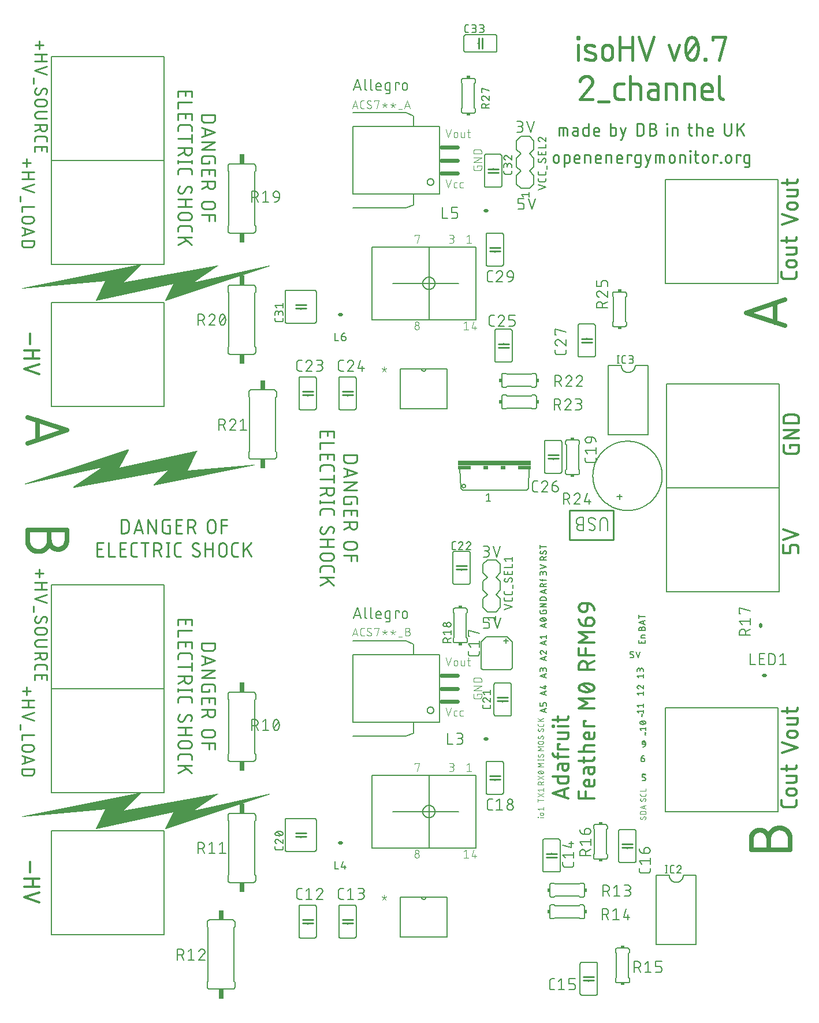
<source format=gto>
G04 EAGLE Gerber RS-274X export*
G75*
%MOMM*%
%FSLAX34Y34*%
%LPD*%
%INSilkscreen Top*%
%IPPOS*%
%AMOC8*
5,1,8,0,0,1.08239X$1,22.5*%
G01*
%ADD10C,0.304800*%
%ADD11C,0.254000*%
%ADD12C,0.279400*%
%ADD13C,0.203200*%
%ADD14C,0.101600*%
%ADD15C,0.127000*%
%ADD16C,0.152400*%
%ADD17C,0.457200*%
%ADD18C,0.711200*%
%ADD19C,0.228600*%
%ADD20C,0.076200*%
%ADD21R,0.762000X1.397000*%
%ADD22C,0.177800*%
%ADD23R,0.381000X0.508000*%
%ADD24R,0.508000X0.381000*%
%ADD25C,0.600000*%
%ADD26R,10.668000X0.762000*%
%ADD27R,1.905000X0.508000*%
%ADD28R,0.762000X0.508000*%
%ADD29C,0.508000*%

G36*
X117005Y1055897D02*
X117005Y1055897D01*
X229744Y1080950D01*
X217759Y1056980D01*
X217738Y1056912D01*
X217707Y1056847D01*
X217702Y1056795D01*
X217686Y1056746D01*
X217688Y1056674D01*
X217680Y1056603D01*
X217691Y1056552D01*
X217692Y1056500D01*
X217716Y1056432D01*
X217731Y1056362D01*
X217758Y1056317D01*
X217776Y1056268D01*
X217820Y1056212D01*
X217857Y1056151D01*
X217896Y1056117D01*
X217929Y1056076D01*
X217989Y1056037D01*
X218043Y1055990D01*
X218092Y1055971D01*
X218135Y1055942D01*
X218205Y1055925D01*
X218271Y1055898D01*
X218323Y1055895D01*
X218374Y1055882D01*
X218445Y1055887D01*
X218517Y1055883D01*
X218587Y1055898D01*
X218619Y1055900D01*
X218640Y1055909D01*
X218681Y1055918D01*
X371081Y1106718D01*
X371155Y1106757D01*
X371233Y1106788D01*
X371264Y1106814D01*
X371298Y1106832D01*
X371357Y1106893D01*
X371421Y1106948D01*
X371441Y1106982D01*
X371468Y1107010D01*
X371504Y1107086D01*
X371547Y1107159D01*
X371556Y1107197D01*
X371573Y1107233D01*
X371582Y1107317D01*
X371600Y1107399D01*
X371596Y1107438D01*
X371600Y1107477D01*
X371583Y1107560D01*
X371574Y1107643D01*
X371557Y1107679D01*
X371549Y1107718D01*
X371506Y1107790D01*
X371470Y1107867D01*
X371443Y1107895D01*
X371423Y1107929D01*
X371359Y1107984D01*
X371301Y1108045D01*
X371267Y1108064D01*
X371237Y1108090D01*
X371159Y1108121D01*
X371084Y1108161D01*
X371045Y1108167D01*
X371009Y1108182D01*
X370925Y1108187D01*
X370842Y1108201D01*
X370791Y1108196D01*
X370763Y1108197D01*
X370719Y1108188D01*
X370675Y1108183D01*
X260353Y1083667D01*
X295062Y1106807D01*
X295129Y1106869D01*
X295201Y1106926D01*
X295219Y1106952D01*
X295242Y1106974D01*
X295286Y1107055D01*
X295336Y1107131D01*
X295344Y1107162D01*
X295359Y1107191D01*
X295375Y1107281D01*
X295398Y1107369D01*
X295396Y1107401D01*
X295401Y1107433D01*
X295387Y1107524D01*
X295381Y1107615D01*
X295369Y1107644D01*
X295364Y1107676D01*
X295322Y1107757D01*
X295287Y1107842D01*
X295265Y1107866D01*
X295251Y1107895D01*
X295185Y1107958D01*
X295125Y1108027D01*
X295097Y1108043D01*
X295074Y1108066D01*
X294991Y1108105D01*
X294912Y1108151D01*
X294881Y1108157D01*
X294852Y1108171D01*
X294761Y1108182D01*
X294671Y1108201D01*
X294631Y1108198D01*
X294608Y1108201D01*
X294576Y1108194D01*
X294504Y1108189D01*
X157201Y1083225D01*
X182466Y1108489D01*
X182479Y1108508D01*
X182498Y1108523D01*
X182551Y1108608D01*
X182609Y1108689D01*
X182616Y1108711D01*
X182629Y1108731D01*
X182652Y1108829D01*
X182682Y1108924D01*
X182681Y1108947D01*
X182687Y1108970D01*
X182678Y1109070D01*
X182675Y1109170D01*
X182667Y1109192D01*
X182665Y1109215D01*
X182625Y1109307D01*
X182591Y1109401D01*
X182576Y1109419D01*
X182567Y1109441D01*
X182500Y1109515D01*
X182437Y1109593D01*
X182417Y1109606D01*
X182402Y1109623D01*
X182315Y1109672D01*
X182230Y1109726D01*
X182207Y1109732D01*
X182187Y1109743D01*
X182089Y1109762D01*
X181992Y1109786D01*
X181968Y1109784D01*
X181945Y1109789D01*
X181778Y1109774D01*
X8741Y1075166D01*
X8663Y1075137D01*
X8583Y1075117D01*
X8549Y1075094D01*
X8510Y1075080D01*
X8446Y1075028D01*
X8377Y1074982D01*
X8352Y1074950D01*
X8320Y1074924D01*
X8276Y1074854D01*
X8224Y1074789D01*
X8211Y1074751D01*
X8189Y1074716D01*
X8169Y1074636D01*
X8141Y1074558D01*
X8141Y1074517D01*
X8131Y1074477D01*
X8138Y1074395D01*
X8136Y1074312D01*
X8149Y1074273D01*
X8152Y1074232D01*
X8185Y1074156D01*
X8210Y1074077D01*
X8234Y1074044D01*
X8251Y1074007D01*
X8306Y1073945D01*
X8355Y1073878D01*
X8388Y1073855D01*
X8416Y1073825D01*
X8488Y1073784D01*
X8556Y1073736D01*
X8595Y1073724D01*
X8630Y1073704D01*
X8712Y1073689D01*
X8791Y1073665D01*
X8845Y1073664D01*
X8872Y1073659D01*
X8915Y1073663D01*
X8959Y1073662D01*
X130002Y1084666D01*
X116159Y1056980D01*
X116149Y1056949D01*
X116133Y1056921D01*
X116113Y1056832D01*
X116086Y1056746D01*
X116087Y1056713D01*
X116080Y1056681D01*
X116090Y1056591D01*
X116092Y1056500D01*
X116103Y1056469D01*
X116106Y1056437D01*
X116145Y1056354D01*
X116176Y1056268D01*
X116196Y1056243D01*
X116210Y1056213D01*
X116272Y1056147D01*
X116329Y1056076D01*
X116356Y1056058D01*
X116379Y1056035D01*
X116459Y1055992D01*
X116535Y1055942D01*
X116567Y1055934D01*
X116596Y1055919D01*
X116686Y1055904D01*
X116774Y1055882D01*
X116806Y1055884D01*
X116838Y1055879D01*
X117005Y1055897D01*
G37*
G36*
X117005Y281197D02*
X117005Y281197D01*
X229744Y306250D01*
X217759Y282280D01*
X217738Y282212D01*
X217707Y282147D01*
X217702Y282095D01*
X217686Y282046D01*
X217688Y281974D01*
X217680Y281903D01*
X217691Y281852D01*
X217692Y281800D01*
X217716Y281732D01*
X217731Y281662D01*
X217758Y281617D01*
X217776Y281568D01*
X217820Y281512D01*
X217857Y281451D01*
X217896Y281417D01*
X217929Y281376D01*
X217989Y281337D01*
X218043Y281290D01*
X218092Y281271D01*
X218135Y281242D01*
X218205Y281225D01*
X218271Y281198D01*
X218323Y281195D01*
X218374Y281182D01*
X218445Y281187D01*
X218517Y281183D01*
X218587Y281198D01*
X218619Y281200D01*
X218640Y281209D01*
X218681Y281218D01*
X371081Y332018D01*
X371155Y332057D01*
X371233Y332088D01*
X371264Y332114D01*
X371298Y332132D01*
X371357Y332193D01*
X371421Y332248D01*
X371441Y332282D01*
X371468Y332310D01*
X371504Y332386D01*
X371547Y332459D01*
X371556Y332497D01*
X371573Y332533D01*
X371582Y332617D01*
X371600Y332699D01*
X371596Y332738D01*
X371600Y332777D01*
X371583Y332860D01*
X371574Y332943D01*
X371557Y332979D01*
X371549Y333018D01*
X371506Y333090D01*
X371470Y333167D01*
X371443Y333195D01*
X371423Y333229D01*
X371359Y333284D01*
X371301Y333345D01*
X371267Y333364D01*
X371237Y333390D01*
X371159Y333421D01*
X371084Y333461D01*
X371045Y333467D01*
X371009Y333482D01*
X370925Y333487D01*
X370842Y333501D01*
X370791Y333496D01*
X370763Y333497D01*
X370719Y333488D01*
X370675Y333483D01*
X260353Y308967D01*
X295062Y332107D01*
X295129Y332169D01*
X295201Y332226D01*
X295219Y332252D01*
X295242Y332274D01*
X295286Y332355D01*
X295336Y332431D01*
X295344Y332462D01*
X295359Y332491D01*
X295375Y332581D01*
X295398Y332669D01*
X295396Y332701D01*
X295401Y332733D01*
X295387Y332824D01*
X295381Y332915D01*
X295369Y332944D01*
X295364Y332976D01*
X295322Y333057D01*
X295287Y333142D01*
X295265Y333166D01*
X295251Y333195D01*
X295185Y333258D01*
X295125Y333327D01*
X295097Y333343D01*
X295074Y333366D01*
X294991Y333405D01*
X294912Y333451D01*
X294881Y333457D01*
X294852Y333471D01*
X294761Y333482D01*
X294671Y333501D01*
X294631Y333498D01*
X294608Y333501D01*
X294576Y333494D01*
X294504Y333489D01*
X157201Y308525D01*
X182466Y333789D01*
X182479Y333808D01*
X182498Y333823D01*
X182551Y333908D01*
X182609Y333989D01*
X182616Y334011D01*
X182629Y334031D01*
X182652Y334129D01*
X182682Y334224D01*
X182681Y334247D01*
X182687Y334270D01*
X182678Y334370D01*
X182675Y334470D01*
X182667Y334492D01*
X182665Y334515D01*
X182625Y334607D01*
X182591Y334701D01*
X182576Y334719D01*
X182567Y334741D01*
X182500Y334815D01*
X182437Y334893D01*
X182417Y334906D01*
X182402Y334923D01*
X182315Y334972D01*
X182230Y335026D01*
X182207Y335032D01*
X182187Y335043D01*
X182089Y335062D01*
X181992Y335086D01*
X181968Y335084D01*
X181945Y335089D01*
X181778Y335074D01*
X8741Y300466D01*
X8663Y300437D01*
X8583Y300417D01*
X8549Y300394D01*
X8510Y300380D01*
X8446Y300328D01*
X8377Y300282D01*
X8352Y300250D01*
X8320Y300224D01*
X8276Y300154D01*
X8224Y300089D01*
X8211Y300051D01*
X8189Y300016D01*
X8169Y299936D01*
X8141Y299858D01*
X8141Y299817D01*
X8131Y299777D01*
X8138Y299695D01*
X8136Y299612D01*
X8149Y299573D01*
X8152Y299532D01*
X8185Y299456D01*
X8210Y299377D01*
X8234Y299344D01*
X8251Y299307D01*
X8306Y299245D01*
X8355Y299178D01*
X8388Y299155D01*
X8416Y299125D01*
X8488Y299084D01*
X8556Y299036D01*
X8595Y299024D01*
X8630Y299004D01*
X8712Y298989D01*
X8791Y298965D01*
X8845Y298964D01*
X8872Y298959D01*
X8915Y298963D01*
X8959Y298962D01*
X130002Y309966D01*
X116159Y282280D01*
X116149Y282249D01*
X116133Y282221D01*
X116113Y282132D01*
X116086Y282046D01*
X116087Y282013D01*
X116080Y281981D01*
X116090Y281891D01*
X116092Y281800D01*
X116103Y281769D01*
X116106Y281737D01*
X116145Y281654D01*
X116176Y281568D01*
X116196Y281543D01*
X116210Y281513D01*
X116272Y281447D01*
X116329Y281376D01*
X116356Y281358D01*
X116379Y281335D01*
X116459Y281292D01*
X116535Y281242D01*
X116567Y281234D01*
X116596Y281219D01*
X116686Y281204D01*
X116774Y281182D01*
X116806Y281184D01*
X116838Y281179D01*
X117005Y281197D01*
G37*
G36*
X83750Y782356D02*
X83750Y782356D01*
X83773Y782353D01*
X83805Y782360D01*
X83877Y782365D01*
X222246Y807523D01*
X201392Y786668D01*
X201378Y786649D01*
X201360Y786634D01*
X201331Y786589D01*
X201329Y786587D01*
X201328Y786583D01*
X201306Y786550D01*
X201248Y786469D01*
X201241Y786446D01*
X201229Y786426D01*
X201205Y786329D01*
X201176Y786233D01*
X201176Y786210D01*
X201171Y786187D01*
X201180Y786088D01*
X201182Y785988D01*
X201190Y785966D01*
X201192Y785942D01*
X201232Y785851D01*
X201267Y785757D01*
X201281Y785738D01*
X201291Y785717D01*
X201358Y785643D01*
X201420Y785565D01*
X201440Y785552D01*
X201456Y785535D01*
X201543Y785486D01*
X201627Y785432D01*
X201650Y785426D01*
X201670Y785414D01*
X201769Y785396D01*
X201866Y785371D01*
X201889Y785373D01*
X201912Y785369D01*
X202079Y785384D01*
X348129Y814594D01*
X348207Y814623D01*
X348287Y814643D01*
X348321Y814666D01*
X348360Y814680D01*
X348424Y814732D01*
X348493Y814778D01*
X348519Y814810D01*
X348550Y814836D01*
X348594Y814906D01*
X348646Y814971D01*
X348659Y815009D01*
X348681Y815044D01*
X348701Y815124D01*
X348729Y815202D01*
X348730Y815243D01*
X348739Y815283D01*
X348732Y815365D01*
X348734Y815448D01*
X348721Y815487D01*
X348718Y815528D01*
X348685Y815604D01*
X348660Y815683D01*
X348636Y815716D01*
X348619Y815753D01*
X348564Y815815D01*
X348515Y815882D01*
X348482Y815905D01*
X348454Y815936D01*
X348382Y815976D01*
X348314Y816024D01*
X348275Y816036D01*
X348240Y816056D01*
X348158Y816071D01*
X348079Y816095D01*
X348025Y816096D01*
X347998Y816101D01*
X347955Y816097D01*
X347911Y816098D01*
X250817Y807271D01*
X264841Y835320D01*
X264851Y835351D01*
X264867Y835379D01*
X264877Y835421D01*
X264883Y835435D01*
X264887Y835466D01*
X264887Y835468D01*
X264914Y835554D01*
X264913Y835587D01*
X264920Y835619D01*
X264910Y835709D01*
X264908Y835800D01*
X264897Y835831D01*
X264894Y835863D01*
X264855Y835946D01*
X264824Y836032D01*
X264804Y836057D01*
X264790Y836087D01*
X264728Y836153D01*
X264671Y836224D01*
X264644Y836242D01*
X264621Y836265D01*
X264541Y836308D01*
X264465Y836358D01*
X264433Y836366D01*
X264404Y836381D01*
X264314Y836396D01*
X264226Y836418D01*
X264194Y836416D01*
X264162Y836421D01*
X263995Y836403D01*
X151256Y811350D01*
X164257Y837352D01*
X164278Y837420D01*
X164309Y837485D01*
X164314Y837537D01*
X164330Y837586D01*
X164328Y837658D01*
X164336Y837729D01*
X164325Y837780D01*
X164324Y837832D01*
X164300Y837900D01*
X164285Y837970D01*
X164258Y838015D01*
X164240Y838064D01*
X164196Y838120D01*
X164159Y838181D01*
X164120Y838215D01*
X164087Y838256D01*
X164027Y838295D01*
X163973Y838342D01*
X163924Y838361D01*
X163881Y838390D01*
X163811Y838407D01*
X163745Y838434D01*
X163693Y838438D01*
X163642Y838450D01*
X163571Y838445D01*
X163499Y838449D01*
X163429Y838434D01*
X163397Y838432D01*
X163376Y838423D01*
X163335Y838414D01*
X12459Y788122D01*
X12385Y788083D01*
X12307Y788052D01*
X12276Y788026D01*
X12242Y788008D01*
X12183Y787947D01*
X12119Y787892D01*
X12099Y787858D01*
X12072Y787830D01*
X12036Y787754D01*
X11993Y787681D01*
X11984Y787643D01*
X11967Y787607D01*
X11958Y787523D01*
X11940Y787441D01*
X11944Y787402D01*
X11940Y787363D01*
X11957Y787280D01*
X11966Y787197D01*
X11983Y787161D01*
X11991Y787122D01*
X12034Y787050D01*
X12070Y786973D01*
X12097Y786945D01*
X12117Y786911D01*
X12181Y786856D01*
X12239Y786795D01*
X12273Y786776D01*
X12303Y786750D01*
X12381Y786719D01*
X12456Y786679D01*
X12495Y786673D01*
X12531Y786658D01*
X12615Y786653D01*
X12698Y786639D01*
X12749Y786644D01*
X12777Y786643D01*
X12821Y786652D01*
X12865Y786657D01*
X125092Y811596D01*
X83318Y783747D01*
X83251Y783685D01*
X83179Y783628D01*
X83162Y783601D01*
X83138Y783579D01*
X83095Y783499D01*
X83045Y783422D01*
X83037Y783391D01*
X83021Y783363D01*
X83006Y783273D01*
X82983Y783184D01*
X82985Y783152D01*
X82979Y783121D01*
X82993Y783030D01*
X83000Y782939D01*
X83012Y782909D01*
X83017Y782878D01*
X83059Y782796D01*
X83094Y782712D01*
X83115Y782688D01*
X83130Y782659D01*
X83196Y782596D01*
X83256Y782527D01*
X83284Y782511D01*
X83307Y782488D01*
X83390Y782449D01*
X83469Y782403D01*
X83500Y782396D01*
X83529Y782383D01*
X83620Y782372D01*
X83709Y782353D01*
X83750Y782356D01*
G37*
D10*
X1134341Y840796D02*
X1134341Y844522D01*
X1146759Y844522D01*
X1146759Y837071D01*
X1146757Y836932D01*
X1146751Y836792D01*
X1146741Y836654D01*
X1146728Y836515D01*
X1146710Y836377D01*
X1146689Y836239D01*
X1146664Y836102D01*
X1146634Y835966D01*
X1146602Y835830D01*
X1146565Y835696D01*
X1146524Y835563D01*
X1146480Y835431D01*
X1146432Y835300D01*
X1146381Y835170D01*
X1146326Y835042D01*
X1146267Y834916D01*
X1146205Y834791D01*
X1146139Y834668D01*
X1146070Y834547D01*
X1145998Y834428D01*
X1145922Y834311D01*
X1145843Y834197D01*
X1145761Y834084D01*
X1145675Y833974D01*
X1145587Y833866D01*
X1145496Y833761D01*
X1145401Y833659D01*
X1145304Y833559D01*
X1145204Y833462D01*
X1145102Y833367D01*
X1144997Y833276D01*
X1144889Y833188D01*
X1144779Y833102D01*
X1144666Y833020D01*
X1144552Y832941D01*
X1144435Y832865D01*
X1144316Y832793D01*
X1144195Y832724D01*
X1144072Y832658D01*
X1143947Y832596D01*
X1143821Y832537D01*
X1143693Y832482D01*
X1143563Y832431D01*
X1143433Y832383D01*
X1143300Y832339D01*
X1143167Y832298D01*
X1143033Y832261D01*
X1142897Y832229D01*
X1142761Y832199D01*
X1142624Y832174D01*
X1142486Y832153D01*
X1142348Y832135D01*
X1142210Y832122D01*
X1142071Y832112D01*
X1141931Y832106D01*
X1141792Y832104D01*
X1129374Y832104D01*
X1129235Y832106D01*
X1129095Y832112D01*
X1128957Y832122D01*
X1128818Y832135D01*
X1128680Y832153D01*
X1128542Y832174D01*
X1128405Y832199D01*
X1128269Y832229D01*
X1128133Y832261D01*
X1127999Y832298D01*
X1127866Y832339D01*
X1127734Y832383D01*
X1127603Y832431D01*
X1127473Y832482D01*
X1127345Y832537D01*
X1127219Y832596D01*
X1127094Y832658D01*
X1126971Y832724D01*
X1126850Y832793D01*
X1126731Y832865D01*
X1126614Y832941D01*
X1126500Y833020D01*
X1126387Y833102D01*
X1126277Y833188D01*
X1126169Y833276D01*
X1126064Y833367D01*
X1125962Y833462D01*
X1125862Y833559D01*
X1125765Y833659D01*
X1125670Y833761D01*
X1125579Y833866D01*
X1125491Y833974D01*
X1125405Y834084D01*
X1125323Y834197D01*
X1125244Y834311D01*
X1125168Y834428D01*
X1125096Y834547D01*
X1125027Y834668D01*
X1124961Y834791D01*
X1124899Y834916D01*
X1124840Y835042D01*
X1124785Y835170D01*
X1124734Y835300D01*
X1124686Y835430D01*
X1124642Y835563D01*
X1124601Y835696D01*
X1124564Y835830D01*
X1124532Y835966D01*
X1124502Y836102D01*
X1124477Y836239D01*
X1124456Y836377D01*
X1124438Y836515D01*
X1124425Y836653D01*
X1124415Y836792D01*
X1124409Y836932D01*
X1124407Y837071D01*
X1124407Y844522D01*
X1124407Y854375D02*
X1146759Y854375D01*
X1146759Y866792D02*
X1124407Y854375D01*
X1124407Y866792D02*
X1146759Y866792D01*
X1146759Y876645D02*
X1124407Y876645D01*
X1124407Y882854D01*
X1124409Y883009D01*
X1124415Y883163D01*
X1124424Y883318D01*
X1124438Y883472D01*
X1124455Y883626D01*
X1124476Y883779D01*
X1124501Y883932D01*
X1124530Y884084D01*
X1124563Y884236D01*
X1124599Y884386D01*
X1124639Y884536D01*
X1124683Y884684D01*
X1124730Y884831D01*
X1124781Y884978D01*
X1124836Y885122D01*
X1124895Y885266D01*
X1124956Y885408D01*
X1125022Y885548D01*
X1125091Y885687D01*
X1125163Y885823D01*
X1125239Y885959D01*
X1125318Y886092D01*
X1125400Y886223D01*
X1125486Y886352D01*
X1125575Y886478D01*
X1125667Y886603D01*
X1125762Y886725D01*
X1125860Y886845D01*
X1125961Y886962D01*
X1126064Y887077D01*
X1126171Y887189D01*
X1126281Y887299D01*
X1126393Y887406D01*
X1126508Y887509D01*
X1126625Y887610D01*
X1126745Y887708D01*
X1126867Y887803D01*
X1126992Y887895D01*
X1127118Y887984D01*
X1127247Y888070D01*
X1127378Y888152D01*
X1127512Y888231D01*
X1127647Y888307D01*
X1127783Y888379D01*
X1127922Y888448D01*
X1128062Y888514D01*
X1128204Y888575D01*
X1128348Y888634D01*
X1128492Y888689D01*
X1128639Y888740D01*
X1128786Y888787D01*
X1128934Y888831D01*
X1129084Y888871D01*
X1129234Y888907D01*
X1129386Y888940D01*
X1129538Y888969D01*
X1129691Y888994D01*
X1129844Y889015D01*
X1129998Y889032D01*
X1130152Y889046D01*
X1130307Y889055D01*
X1130461Y889061D01*
X1130616Y889063D01*
X1140550Y889063D01*
X1140705Y889061D01*
X1140859Y889055D01*
X1141014Y889046D01*
X1141168Y889032D01*
X1141322Y889015D01*
X1141475Y888994D01*
X1141628Y888969D01*
X1141780Y888940D01*
X1141932Y888907D01*
X1142082Y888871D01*
X1142232Y888831D01*
X1142380Y888787D01*
X1142527Y888740D01*
X1142674Y888689D01*
X1142818Y888634D01*
X1142962Y888575D01*
X1143104Y888514D01*
X1143244Y888448D01*
X1143383Y888379D01*
X1143519Y888307D01*
X1143655Y888231D01*
X1143788Y888152D01*
X1143919Y888070D01*
X1144048Y887984D01*
X1144174Y887895D01*
X1144299Y887803D01*
X1144421Y887708D01*
X1144541Y887610D01*
X1144658Y887509D01*
X1144773Y887406D01*
X1144885Y887299D01*
X1144995Y887189D01*
X1145102Y887077D01*
X1145205Y886962D01*
X1145306Y886845D01*
X1145404Y886725D01*
X1145499Y886603D01*
X1145591Y886478D01*
X1145680Y886352D01*
X1145766Y886223D01*
X1145848Y886092D01*
X1145927Y885959D01*
X1146003Y885823D01*
X1146075Y885687D01*
X1146144Y885548D01*
X1146210Y885408D01*
X1146271Y885266D01*
X1146330Y885122D01*
X1146385Y884978D01*
X1146436Y884831D01*
X1146483Y884684D01*
X1146527Y884536D01*
X1146567Y884386D01*
X1146603Y884236D01*
X1146636Y884084D01*
X1146665Y883932D01*
X1146690Y883779D01*
X1146711Y883626D01*
X1146728Y883472D01*
X1146742Y883318D01*
X1146751Y883163D01*
X1146757Y883009D01*
X1146759Y882854D01*
X1146759Y876645D01*
X1143503Y323590D02*
X1143503Y318622D01*
X1143501Y318483D01*
X1143495Y318343D01*
X1143485Y318205D01*
X1143472Y318066D01*
X1143454Y317928D01*
X1143433Y317790D01*
X1143408Y317653D01*
X1143378Y317517D01*
X1143346Y317381D01*
X1143309Y317247D01*
X1143268Y317114D01*
X1143224Y316982D01*
X1143176Y316851D01*
X1143125Y316721D01*
X1143070Y316593D01*
X1143011Y316467D01*
X1142949Y316342D01*
X1142883Y316219D01*
X1142814Y316098D01*
X1142742Y315979D01*
X1142666Y315862D01*
X1142587Y315748D01*
X1142505Y315635D01*
X1142419Y315525D01*
X1142331Y315417D01*
X1142240Y315312D01*
X1142145Y315210D01*
X1142048Y315110D01*
X1141948Y315013D01*
X1141846Y314918D01*
X1141741Y314827D01*
X1141633Y314739D01*
X1141523Y314653D01*
X1141410Y314571D01*
X1141296Y314492D01*
X1141179Y314416D01*
X1141060Y314344D01*
X1140939Y314275D01*
X1140816Y314209D01*
X1140691Y314147D01*
X1140565Y314088D01*
X1140437Y314033D01*
X1140307Y313982D01*
X1140177Y313934D01*
X1140044Y313890D01*
X1139911Y313849D01*
X1139777Y313812D01*
X1139641Y313780D01*
X1139505Y313750D01*
X1139368Y313725D01*
X1139230Y313704D01*
X1139092Y313686D01*
X1138954Y313673D01*
X1138815Y313663D01*
X1138675Y313657D01*
X1138536Y313655D01*
X1126119Y313655D01*
X1125980Y313657D01*
X1125840Y313663D01*
X1125702Y313673D01*
X1125563Y313686D01*
X1125425Y313704D01*
X1125287Y313725D01*
X1125150Y313750D01*
X1125014Y313780D01*
X1124878Y313812D01*
X1124744Y313849D01*
X1124611Y313890D01*
X1124479Y313934D01*
X1124348Y313982D01*
X1124218Y314033D01*
X1124090Y314088D01*
X1123964Y314147D01*
X1123839Y314209D01*
X1123716Y314275D01*
X1123595Y314344D01*
X1123476Y314416D01*
X1123359Y314492D01*
X1123245Y314571D01*
X1123132Y314653D01*
X1123022Y314739D01*
X1122914Y314827D01*
X1122809Y314918D01*
X1122707Y315013D01*
X1122607Y315110D01*
X1122510Y315210D01*
X1122415Y315312D01*
X1122324Y315417D01*
X1122236Y315525D01*
X1122150Y315635D01*
X1122068Y315748D01*
X1121989Y315862D01*
X1121913Y315979D01*
X1121841Y316098D01*
X1121772Y316219D01*
X1121706Y316342D01*
X1121644Y316467D01*
X1121585Y316593D01*
X1121530Y316721D01*
X1121479Y316851D01*
X1121431Y316981D01*
X1121387Y317114D01*
X1121346Y317247D01*
X1121309Y317381D01*
X1121277Y317517D01*
X1121247Y317653D01*
X1121222Y317790D01*
X1121201Y317928D01*
X1121183Y318066D01*
X1121170Y318204D01*
X1121160Y318343D01*
X1121154Y318483D01*
X1121152Y318622D01*
X1121151Y318622D02*
X1121151Y323590D01*
X1133569Y330942D02*
X1138536Y330942D01*
X1133569Y330942D02*
X1133430Y330944D01*
X1133290Y330950D01*
X1133152Y330960D01*
X1133013Y330973D01*
X1132875Y330991D01*
X1132737Y331012D01*
X1132600Y331037D01*
X1132464Y331067D01*
X1132328Y331099D01*
X1132194Y331136D01*
X1132061Y331177D01*
X1131929Y331221D01*
X1131798Y331269D01*
X1131668Y331320D01*
X1131540Y331375D01*
X1131414Y331434D01*
X1131289Y331496D01*
X1131166Y331562D01*
X1131045Y331631D01*
X1130926Y331703D01*
X1130809Y331779D01*
X1130695Y331858D01*
X1130582Y331940D01*
X1130472Y332026D01*
X1130364Y332114D01*
X1130259Y332205D01*
X1130157Y332300D01*
X1130057Y332397D01*
X1129960Y332497D01*
X1129865Y332599D01*
X1129774Y332704D01*
X1129686Y332812D01*
X1129600Y332922D01*
X1129518Y333035D01*
X1129439Y333149D01*
X1129363Y333266D01*
X1129291Y333385D01*
X1129222Y333506D01*
X1129156Y333629D01*
X1129094Y333754D01*
X1129035Y333880D01*
X1128980Y334008D01*
X1128929Y334138D01*
X1128881Y334269D01*
X1128837Y334401D01*
X1128796Y334534D01*
X1128759Y334668D01*
X1128727Y334804D01*
X1128697Y334940D01*
X1128672Y335077D01*
X1128651Y335215D01*
X1128633Y335353D01*
X1128620Y335492D01*
X1128610Y335630D01*
X1128604Y335770D01*
X1128602Y335909D01*
X1128604Y336048D01*
X1128610Y336188D01*
X1128620Y336326D01*
X1128633Y336465D01*
X1128651Y336603D01*
X1128672Y336741D01*
X1128697Y336878D01*
X1128727Y337014D01*
X1128759Y337150D01*
X1128796Y337284D01*
X1128837Y337417D01*
X1128881Y337549D01*
X1128929Y337680D01*
X1128980Y337810D01*
X1129035Y337938D01*
X1129094Y338064D01*
X1129156Y338189D01*
X1129222Y338312D01*
X1129291Y338433D01*
X1129363Y338552D01*
X1129439Y338669D01*
X1129518Y338783D01*
X1129600Y338896D01*
X1129686Y339006D01*
X1129774Y339114D01*
X1129865Y339219D01*
X1129960Y339321D01*
X1130057Y339421D01*
X1130157Y339518D01*
X1130259Y339613D01*
X1130364Y339704D01*
X1130472Y339792D01*
X1130582Y339878D01*
X1130695Y339960D01*
X1130809Y340039D01*
X1130926Y340115D01*
X1131045Y340187D01*
X1131166Y340256D01*
X1131289Y340322D01*
X1131414Y340384D01*
X1131540Y340443D01*
X1131668Y340498D01*
X1131798Y340549D01*
X1131929Y340597D01*
X1132061Y340641D01*
X1132194Y340682D01*
X1132328Y340719D01*
X1132464Y340751D01*
X1132600Y340781D01*
X1132737Y340806D01*
X1132875Y340827D01*
X1133013Y340845D01*
X1133152Y340858D01*
X1133290Y340868D01*
X1133430Y340874D01*
X1133569Y340876D01*
X1138536Y340876D01*
X1138675Y340874D01*
X1138815Y340868D01*
X1138953Y340858D01*
X1139092Y340845D01*
X1139230Y340827D01*
X1139368Y340806D01*
X1139505Y340781D01*
X1139641Y340751D01*
X1139777Y340719D01*
X1139911Y340682D01*
X1140044Y340641D01*
X1140176Y340597D01*
X1140307Y340549D01*
X1140437Y340498D01*
X1140565Y340443D01*
X1140691Y340384D01*
X1140816Y340322D01*
X1140939Y340256D01*
X1141060Y340187D01*
X1141179Y340115D01*
X1141296Y340039D01*
X1141410Y339960D01*
X1141523Y339878D01*
X1141633Y339792D01*
X1141741Y339704D01*
X1141846Y339613D01*
X1141948Y339518D01*
X1142048Y339421D01*
X1142145Y339321D01*
X1142240Y339219D01*
X1142331Y339114D01*
X1142419Y339006D01*
X1142505Y338896D01*
X1142587Y338783D01*
X1142666Y338669D01*
X1142742Y338552D01*
X1142814Y338433D01*
X1142883Y338312D01*
X1142949Y338189D01*
X1143011Y338064D01*
X1143070Y337938D01*
X1143125Y337810D01*
X1143176Y337680D01*
X1143224Y337549D01*
X1143268Y337417D01*
X1143309Y337284D01*
X1143346Y337150D01*
X1143378Y337014D01*
X1143408Y336878D01*
X1143433Y336741D01*
X1143454Y336603D01*
X1143472Y336465D01*
X1143485Y336326D01*
X1143495Y336188D01*
X1143501Y336048D01*
X1143503Y335909D01*
X1143501Y335770D01*
X1143495Y335630D01*
X1143485Y335492D01*
X1143472Y335353D01*
X1143454Y335215D01*
X1143433Y335077D01*
X1143408Y334940D01*
X1143378Y334804D01*
X1143346Y334668D01*
X1143309Y334534D01*
X1143268Y334401D01*
X1143224Y334269D01*
X1143176Y334138D01*
X1143125Y334008D01*
X1143070Y333880D01*
X1143011Y333754D01*
X1142949Y333629D01*
X1142883Y333506D01*
X1142814Y333385D01*
X1142742Y333266D01*
X1142666Y333149D01*
X1142587Y333035D01*
X1142505Y332922D01*
X1142419Y332812D01*
X1142331Y332704D01*
X1142240Y332599D01*
X1142145Y332497D01*
X1142048Y332397D01*
X1141948Y332300D01*
X1141846Y332205D01*
X1141741Y332114D01*
X1141633Y332026D01*
X1141523Y331940D01*
X1141410Y331858D01*
X1141296Y331779D01*
X1141179Y331703D01*
X1141060Y331631D01*
X1140939Y331562D01*
X1140816Y331496D01*
X1140691Y331434D01*
X1140565Y331375D01*
X1140437Y331320D01*
X1140307Y331269D01*
X1140176Y331221D01*
X1140044Y331177D01*
X1139911Y331136D01*
X1139777Y331099D01*
X1139641Y331067D01*
X1139505Y331037D01*
X1139368Y331012D01*
X1139230Y330991D01*
X1139092Y330973D01*
X1138953Y330960D01*
X1138815Y330950D01*
X1138675Y330944D01*
X1138536Y330942D01*
X1139778Y349733D02*
X1128602Y349733D01*
X1139778Y349733D02*
X1139897Y349735D01*
X1140017Y349741D01*
X1140136Y349750D01*
X1140254Y349764D01*
X1140373Y349781D01*
X1140490Y349802D01*
X1140607Y349826D01*
X1140723Y349855D01*
X1140838Y349887D01*
X1140952Y349923D01*
X1141064Y349962D01*
X1141176Y350005D01*
X1141286Y350052D01*
X1141394Y350102D01*
X1141501Y350155D01*
X1141606Y350212D01*
X1141709Y350273D01*
X1141810Y350336D01*
X1141909Y350403D01*
X1142006Y350473D01*
X1142100Y350546D01*
X1142193Y350622D01*
X1142282Y350700D01*
X1142369Y350782D01*
X1142454Y350867D01*
X1142536Y350954D01*
X1142614Y351043D01*
X1142690Y351136D01*
X1142763Y351230D01*
X1142833Y351327D01*
X1142900Y351426D01*
X1142963Y351527D01*
X1143024Y351630D01*
X1143081Y351735D01*
X1143134Y351842D01*
X1143184Y351950D01*
X1143231Y352060D01*
X1143274Y352172D01*
X1143313Y352284D01*
X1143349Y352398D01*
X1143381Y352513D01*
X1143410Y352629D01*
X1143434Y352746D01*
X1143455Y352863D01*
X1143472Y352982D01*
X1143486Y353100D01*
X1143495Y353219D01*
X1143501Y353339D01*
X1143503Y353458D01*
X1143503Y359667D01*
X1128602Y359667D01*
X1128602Y366847D02*
X1128602Y374298D01*
X1121151Y369331D02*
X1139778Y369331D01*
X1139897Y369333D01*
X1140017Y369339D01*
X1140136Y369348D01*
X1140254Y369362D01*
X1140373Y369379D01*
X1140490Y369400D01*
X1140607Y369424D01*
X1140723Y369453D01*
X1140838Y369485D01*
X1140952Y369521D01*
X1141064Y369560D01*
X1141176Y369603D01*
X1141286Y369650D01*
X1141394Y369700D01*
X1141501Y369753D01*
X1141606Y369810D01*
X1141709Y369871D01*
X1141810Y369934D01*
X1141909Y370001D01*
X1142006Y370071D01*
X1142101Y370144D01*
X1142193Y370220D01*
X1142282Y370298D01*
X1142369Y370380D01*
X1142454Y370465D01*
X1142536Y370552D01*
X1142614Y370641D01*
X1142690Y370734D01*
X1142763Y370828D01*
X1142833Y370925D01*
X1142900Y371024D01*
X1142963Y371125D01*
X1143024Y371228D01*
X1143081Y371333D01*
X1143134Y371440D01*
X1143184Y371548D01*
X1143231Y371658D01*
X1143274Y371770D01*
X1143313Y371882D01*
X1143349Y371996D01*
X1143381Y372111D01*
X1143410Y372227D01*
X1143434Y372344D01*
X1143455Y372462D01*
X1143472Y372580D01*
X1143486Y372698D01*
X1143495Y372817D01*
X1143501Y372937D01*
X1143503Y373056D01*
X1143503Y374298D01*
X1146049Y686054D02*
X1146049Y693505D01*
X1146047Y693644D01*
X1146041Y693784D01*
X1146031Y693922D01*
X1146018Y694061D01*
X1146000Y694199D01*
X1145979Y694337D01*
X1145954Y694474D01*
X1145924Y694610D01*
X1145892Y694746D01*
X1145855Y694880D01*
X1145814Y695013D01*
X1145770Y695145D01*
X1145722Y695276D01*
X1145671Y695406D01*
X1145616Y695534D01*
X1145557Y695660D01*
X1145495Y695785D01*
X1145429Y695908D01*
X1145360Y696029D01*
X1145288Y696148D01*
X1145212Y696265D01*
X1145133Y696379D01*
X1145051Y696492D01*
X1144965Y696602D01*
X1144877Y696710D01*
X1144786Y696815D01*
X1144691Y696917D01*
X1144594Y697017D01*
X1144494Y697114D01*
X1144392Y697209D01*
X1144287Y697300D01*
X1144179Y697388D01*
X1144069Y697474D01*
X1143956Y697556D01*
X1143842Y697635D01*
X1143725Y697711D01*
X1143606Y697783D01*
X1143485Y697852D01*
X1143362Y697918D01*
X1143237Y697980D01*
X1143111Y698039D01*
X1142983Y698094D01*
X1142853Y698145D01*
X1142722Y698193D01*
X1142590Y698237D01*
X1142457Y698278D01*
X1142323Y698315D01*
X1142187Y698347D01*
X1142051Y698377D01*
X1141914Y698402D01*
X1141776Y698423D01*
X1141638Y698441D01*
X1141499Y698454D01*
X1141361Y698464D01*
X1141221Y698470D01*
X1141082Y698472D01*
X1138598Y698472D01*
X1138459Y698470D01*
X1138319Y698464D01*
X1138181Y698454D01*
X1138042Y698441D01*
X1137904Y698423D01*
X1137766Y698402D01*
X1137629Y698377D01*
X1137493Y698347D01*
X1137357Y698315D01*
X1137223Y698278D01*
X1137090Y698237D01*
X1136958Y698193D01*
X1136827Y698145D01*
X1136697Y698094D01*
X1136569Y698039D01*
X1136443Y697980D01*
X1136318Y697918D01*
X1136195Y697852D01*
X1136074Y697783D01*
X1135955Y697711D01*
X1135838Y697635D01*
X1135724Y697556D01*
X1135611Y697474D01*
X1135501Y697388D01*
X1135393Y697300D01*
X1135288Y697209D01*
X1135186Y697114D01*
X1135086Y697017D01*
X1134989Y696917D01*
X1134894Y696815D01*
X1134803Y696710D01*
X1134715Y696602D01*
X1134629Y696492D01*
X1134547Y696379D01*
X1134468Y696265D01*
X1134392Y696148D01*
X1134320Y696029D01*
X1134251Y695908D01*
X1134185Y695785D01*
X1134123Y695660D01*
X1134064Y695534D01*
X1134009Y695406D01*
X1133958Y695276D01*
X1133910Y695146D01*
X1133866Y695013D01*
X1133825Y694880D01*
X1133788Y694746D01*
X1133756Y694610D01*
X1133726Y694474D01*
X1133701Y694337D01*
X1133680Y694199D01*
X1133662Y694061D01*
X1133649Y693923D01*
X1133639Y693784D01*
X1133633Y693644D01*
X1133631Y693505D01*
X1133631Y686054D01*
X1123697Y686054D01*
X1123697Y698472D01*
X1123697Y705691D02*
X1146049Y713142D01*
X1123697Y720592D01*
X20084Y233327D02*
X20084Y218426D01*
X11392Y209119D02*
X33744Y209119D01*
X23809Y209119D02*
X23809Y196701D01*
X33744Y196701D02*
X11392Y196701D01*
X11392Y181335D02*
X33744Y188786D01*
X33744Y173885D02*
X11392Y181335D01*
D11*
X33578Y651142D02*
X33578Y662996D01*
X27651Y657069D02*
X39505Y657069D01*
X44444Y642783D02*
X26664Y642783D01*
X36541Y642783D02*
X36541Y632905D01*
X44444Y632905D02*
X26664Y632905D01*
X26664Y619784D02*
X44444Y625711D01*
X44444Y613858D02*
X26664Y619784D01*
X24688Y608006D02*
X24688Y600104D01*
X26664Y587920D02*
X26666Y587796D01*
X26672Y587672D01*
X26682Y587548D01*
X26695Y587425D01*
X26713Y587302D01*
X26734Y587180D01*
X26759Y587058D01*
X26788Y586937D01*
X26821Y586818D01*
X26857Y586699D01*
X26898Y586582D01*
X26941Y586466D01*
X26989Y586351D01*
X27040Y586238D01*
X27095Y586126D01*
X27153Y586017D01*
X27214Y585909D01*
X27279Y585803D01*
X27347Y585699D01*
X27419Y585598D01*
X27493Y585498D01*
X27571Y585402D01*
X27651Y585307D01*
X27735Y585215D01*
X27821Y585126D01*
X27910Y585040D01*
X28002Y584956D01*
X28097Y584876D01*
X28193Y584798D01*
X28293Y584724D01*
X28394Y584652D01*
X28498Y584584D01*
X28604Y584519D01*
X28712Y584458D01*
X28821Y584400D01*
X28933Y584345D01*
X29046Y584294D01*
X29161Y584246D01*
X29277Y584203D01*
X29394Y584162D01*
X29513Y584126D01*
X29632Y584093D01*
X29753Y584064D01*
X29875Y584039D01*
X29997Y584018D01*
X30120Y584000D01*
X30243Y583987D01*
X30367Y583977D01*
X30491Y583971D01*
X30615Y583969D01*
X26663Y587920D02*
X26665Y588120D01*
X26673Y588319D01*
X26684Y588519D01*
X26701Y588718D01*
X26723Y588916D01*
X26749Y589114D01*
X26780Y589311D01*
X26815Y589508D01*
X26856Y589704D01*
X26901Y589898D01*
X26950Y590092D01*
X27005Y590284D01*
X27064Y590475D01*
X27127Y590664D01*
X27195Y590852D01*
X27267Y591038D01*
X27344Y591222D01*
X27425Y591405D01*
X27511Y591585D01*
X27601Y591764D01*
X27695Y591940D01*
X27793Y592114D01*
X27895Y592285D01*
X28002Y592454D01*
X28112Y592620D01*
X28227Y592784D01*
X28345Y592945D01*
X28467Y593103D01*
X28593Y593258D01*
X28723Y593410D01*
X28856Y593559D01*
X28992Y593705D01*
X29133Y593847D01*
X40493Y593353D02*
X40617Y593351D01*
X40741Y593345D01*
X40865Y593335D01*
X40988Y593322D01*
X41111Y593304D01*
X41233Y593283D01*
X41355Y593258D01*
X41476Y593229D01*
X41595Y593196D01*
X41714Y593160D01*
X41831Y593119D01*
X41947Y593076D01*
X42062Y593028D01*
X42175Y592977D01*
X42287Y592922D01*
X42396Y592864D01*
X42504Y592803D01*
X42610Y592738D01*
X42714Y592670D01*
X42815Y592598D01*
X42915Y592524D01*
X43011Y592446D01*
X43106Y592366D01*
X43198Y592282D01*
X43287Y592196D01*
X43373Y592107D01*
X43457Y592015D01*
X43537Y591920D01*
X43615Y591824D01*
X43689Y591724D01*
X43761Y591623D01*
X43829Y591519D01*
X43894Y591413D01*
X43955Y591305D01*
X44013Y591196D01*
X44068Y591084D01*
X44119Y590971D01*
X44167Y590856D01*
X44210Y590740D01*
X44251Y590623D01*
X44287Y590504D01*
X44320Y590385D01*
X44349Y590264D01*
X44374Y590142D01*
X44395Y590020D01*
X44413Y589897D01*
X44426Y589774D01*
X44436Y589650D01*
X44442Y589526D01*
X44444Y589402D01*
X44443Y589402D02*
X44441Y589225D01*
X44435Y589049D01*
X44424Y588873D01*
X44409Y588697D01*
X44390Y588521D01*
X44367Y588346D01*
X44340Y588172D01*
X44309Y587998D01*
X44273Y587825D01*
X44234Y587653D01*
X44190Y587482D01*
X44142Y587312D01*
X44090Y587143D01*
X44034Y586976D01*
X43975Y586810D01*
X43911Y586645D01*
X43843Y586482D01*
X43772Y586321D01*
X43696Y586161D01*
X43617Y586003D01*
X43534Y585847D01*
X43448Y585693D01*
X43358Y585541D01*
X43264Y585392D01*
X43166Y585245D01*
X43066Y585100D01*
X42961Y584957D01*
X37036Y591377D02*
X37099Y591482D01*
X37166Y591585D01*
X37237Y591685D01*
X37310Y591783D01*
X37386Y591880D01*
X37465Y591973D01*
X37547Y592064D01*
X37631Y592153D01*
X37718Y592239D01*
X37808Y592323D01*
X37900Y592403D01*
X37995Y592481D01*
X38092Y592556D01*
X38192Y592628D01*
X38293Y592696D01*
X38397Y592762D01*
X38502Y592824D01*
X38609Y592883D01*
X38718Y592939D01*
X38829Y592992D01*
X38941Y593041D01*
X39055Y593087D01*
X39170Y593129D01*
X39286Y593167D01*
X39404Y593202D01*
X39522Y593234D01*
X39642Y593262D01*
X39762Y593286D01*
X39883Y593306D01*
X40004Y593323D01*
X40126Y593336D01*
X40248Y593346D01*
X40370Y593351D01*
X40493Y593353D01*
X34072Y585945D02*
X34009Y585840D01*
X33942Y585737D01*
X33871Y585637D01*
X33798Y585539D01*
X33722Y585442D01*
X33643Y585349D01*
X33561Y585258D01*
X33477Y585169D01*
X33390Y585083D01*
X33300Y584999D01*
X33208Y584919D01*
X33113Y584841D01*
X33016Y584766D01*
X32916Y584695D01*
X32815Y584626D01*
X32711Y584560D01*
X32606Y584498D01*
X32499Y584439D01*
X32390Y584383D01*
X32279Y584330D01*
X32167Y584281D01*
X32053Y584235D01*
X31938Y584193D01*
X31822Y584155D01*
X31704Y584120D01*
X31586Y584088D01*
X31466Y584060D01*
X31346Y584036D01*
X31225Y584016D01*
X31104Y583999D01*
X30982Y583986D01*
X30860Y583976D01*
X30738Y583971D01*
X30615Y583969D01*
X34072Y585945D02*
X37035Y591377D01*
X39505Y576952D02*
X31603Y576952D01*
X39505Y576952D02*
X39645Y576950D01*
X39784Y576944D01*
X39924Y576934D01*
X40063Y576920D01*
X40202Y576903D01*
X40340Y576881D01*
X40477Y576855D01*
X40614Y576826D01*
X40750Y576793D01*
X40884Y576756D01*
X41018Y576715D01*
X41150Y576670D01*
X41282Y576621D01*
X41411Y576569D01*
X41539Y576514D01*
X41666Y576454D01*
X41791Y576391D01*
X41914Y576325D01*
X42035Y576255D01*
X42154Y576182D01*
X42271Y576105D01*
X42385Y576025D01*
X42498Y575942D01*
X42608Y575856D01*
X42715Y575766D01*
X42820Y575674D01*
X42922Y575579D01*
X43022Y575481D01*
X43119Y575380D01*
X43213Y575276D01*
X43303Y575170D01*
X43391Y575061D01*
X43476Y574950D01*
X43557Y574836D01*
X43636Y574721D01*
X43711Y574603D01*
X43782Y574483D01*
X43850Y574360D01*
X43915Y574237D01*
X43976Y574111D01*
X44034Y573983D01*
X44088Y573855D01*
X44138Y573724D01*
X44185Y573592D01*
X44228Y573459D01*
X44267Y573325D01*
X44302Y573190D01*
X44333Y573054D01*
X44361Y572916D01*
X44384Y572779D01*
X44404Y572640D01*
X44420Y572501D01*
X44432Y572362D01*
X44440Y572223D01*
X44444Y572083D01*
X44444Y571943D01*
X44440Y571803D01*
X44432Y571664D01*
X44420Y571525D01*
X44404Y571386D01*
X44384Y571247D01*
X44361Y571110D01*
X44333Y570972D01*
X44302Y570836D01*
X44267Y570701D01*
X44228Y570567D01*
X44185Y570434D01*
X44138Y570302D01*
X44088Y570171D01*
X44034Y570043D01*
X43976Y569915D01*
X43915Y569789D01*
X43850Y569666D01*
X43782Y569544D01*
X43711Y569423D01*
X43636Y569305D01*
X43557Y569190D01*
X43476Y569076D01*
X43391Y568965D01*
X43303Y568856D01*
X43213Y568750D01*
X43119Y568646D01*
X43022Y568545D01*
X42922Y568447D01*
X42820Y568352D01*
X42715Y568260D01*
X42608Y568170D01*
X42498Y568084D01*
X42385Y568001D01*
X42271Y567921D01*
X42154Y567844D01*
X42035Y567771D01*
X41914Y567701D01*
X41791Y567635D01*
X41666Y567572D01*
X41539Y567512D01*
X41411Y567457D01*
X41282Y567405D01*
X41150Y567356D01*
X41018Y567311D01*
X40884Y567270D01*
X40750Y567233D01*
X40614Y567200D01*
X40477Y567171D01*
X40340Y567145D01*
X40202Y567123D01*
X40063Y567106D01*
X39924Y567092D01*
X39784Y567082D01*
X39645Y567076D01*
X39505Y567074D01*
X31603Y567074D01*
X31463Y567076D01*
X31324Y567082D01*
X31184Y567092D01*
X31045Y567106D01*
X30906Y567123D01*
X30768Y567145D01*
X30631Y567171D01*
X30494Y567200D01*
X30358Y567233D01*
X30224Y567270D01*
X30090Y567311D01*
X29958Y567356D01*
X29826Y567405D01*
X29697Y567457D01*
X29569Y567512D01*
X29442Y567572D01*
X29317Y567635D01*
X29194Y567701D01*
X29073Y567771D01*
X28954Y567844D01*
X28837Y567921D01*
X28723Y568001D01*
X28610Y568084D01*
X28500Y568170D01*
X28393Y568260D01*
X28288Y568352D01*
X28186Y568447D01*
X28086Y568545D01*
X27989Y568646D01*
X27895Y568750D01*
X27805Y568856D01*
X27717Y568965D01*
X27632Y569076D01*
X27551Y569190D01*
X27472Y569305D01*
X27397Y569423D01*
X27326Y569544D01*
X27258Y569666D01*
X27193Y569789D01*
X27132Y569915D01*
X27074Y570043D01*
X27020Y570171D01*
X26970Y570302D01*
X26923Y570434D01*
X26880Y570567D01*
X26841Y570701D01*
X26806Y570836D01*
X26775Y570972D01*
X26747Y571110D01*
X26724Y571247D01*
X26704Y571386D01*
X26688Y571525D01*
X26676Y571664D01*
X26668Y571803D01*
X26664Y571943D01*
X26664Y572083D01*
X26668Y572223D01*
X26676Y572362D01*
X26688Y572501D01*
X26704Y572640D01*
X26724Y572779D01*
X26747Y572916D01*
X26775Y573054D01*
X26806Y573190D01*
X26841Y573325D01*
X26880Y573459D01*
X26923Y573592D01*
X26970Y573724D01*
X27020Y573855D01*
X27074Y573983D01*
X27132Y574111D01*
X27193Y574237D01*
X27258Y574360D01*
X27326Y574483D01*
X27397Y574603D01*
X27472Y574721D01*
X27551Y574836D01*
X27632Y574950D01*
X27717Y575061D01*
X27805Y575170D01*
X27895Y575276D01*
X27989Y575380D01*
X28086Y575481D01*
X28186Y575579D01*
X28288Y575674D01*
X28393Y575766D01*
X28500Y575856D01*
X28610Y575942D01*
X28723Y576025D01*
X28837Y576105D01*
X28954Y576182D01*
X29073Y576255D01*
X29194Y576325D01*
X29317Y576391D01*
X29442Y576454D01*
X29569Y576514D01*
X29697Y576569D01*
X29826Y576621D01*
X29958Y576670D01*
X30090Y576715D01*
X30224Y576756D01*
X30358Y576793D01*
X30494Y576826D01*
X30631Y576855D01*
X30768Y576881D01*
X30906Y576903D01*
X31045Y576920D01*
X31184Y576934D01*
X31324Y576944D01*
X31463Y576950D01*
X31603Y576952D01*
X31603Y558892D02*
X44444Y558892D01*
X31603Y558892D02*
X31463Y558890D01*
X31324Y558884D01*
X31184Y558874D01*
X31045Y558860D01*
X30906Y558843D01*
X30768Y558821D01*
X30631Y558795D01*
X30494Y558766D01*
X30358Y558733D01*
X30224Y558696D01*
X30090Y558655D01*
X29958Y558610D01*
X29826Y558561D01*
X29697Y558509D01*
X29569Y558454D01*
X29442Y558394D01*
X29317Y558331D01*
X29194Y558265D01*
X29073Y558195D01*
X28954Y558122D01*
X28837Y558045D01*
X28723Y557965D01*
X28610Y557882D01*
X28500Y557796D01*
X28393Y557706D01*
X28288Y557614D01*
X28186Y557519D01*
X28086Y557421D01*
X27989Y557320D01*
X27895Y557216D01*
X27805Y557110D01*
X27717Y557001D01*
X27632Y556890D01*
X27551Y556776D01*
X27472Y556661D01*
X27397Y556543D01*
X27326Y556423D01*
X27258Y556300D01*
X27193Y556177D01*
X27132Y556051D01*
X27074Y555923D01*
X27020Y555795D01*
X26970Y555664D01*
X26923Y555532D01*
X26880Y555399D01*
X26841Y555265D01*
X26806Y555130D01*
X26775Y554994D01*
X26747Y554856D01*
X26724Y554719D01*
X26704Y554580D01*
X26688Y554441D01*
X26676Y554302D01*
X26668Y554163D01*
X26664Y554023D01*
X26664Y553883D01*
X26668Y553743D01*
X26676Y553604D01*
X26688Y553465D01*
X26704Y553326D01*
X26724Y553187D01*
X26747Y553050D01*
X26775Y552912D01*
X26806Y552776D01*
X26841Y552641D01*
X26880Y552507D01*
X26923Y552374D01*
X26970Y552242D01*
X27020Y552111D01*
X27074Y551983D01*
X27132Y551855D01*
X27193Y551729D01*
X27258Y551606D01*
X27326Y551484D01*
X27397Y551363D01*
X27472Y551245D01*
X27551Y551130D01*
X27632Y551016D01*
X27717Y550905D01*
X27805Y550796D01*
X27895Y550690D01*
X27989Y550586D01*
X28086Y550485D01*
X28186Y550387D01*
X28288Y550292D01*
X28393Y550200D01*
X28500Y550110D01*
X28610Y550024D01*
X28723Y549941D01*
X28837Y549861D01*
X28954Y549784D01*
X29073Y549711D01*
X29194Y549641D01*
X29317Y549575D01*
X29442Y549512D01*
X29569Y549452D01*
X29697Y549397D01*
X29826Y549345D01*
X29958Y549296D01*
X30090Y549251D01*
X30224Y549210D01*
X30358Y549173D01*
X30494Y549140D01*
X30631Y549111D01*
X30768Y549085D01*
X30906Y549063D01*
X31045Y549046D01*
X31184Y549032D01*
X31324Y549022D01*
X31463Y549016D01*
X31603Y549014D01*
X31603Y549015D02*
X44444Y549015D01*
X44444Y540132D02*
X26664Y540132D01*
X44444Y540132D02*
X44444Y535193D01*
X44442Y535053D01*
X44436Y534914D01*
X44426Y534774D01*
X44412Y534635D01*
X44395Y534496D01*
X44373Y534358D01*
X44347Y534221D01*
X44318Y534084D01*
X44285Y533948D01*
X44248Y533814D01*
X44207Y533680D01*
X44162Y533548D01*
X44113Y533416D01*
X44061Y533287D01*
X44006Y533159D01*
X43946Y533032D01*
X43883Y532907D01*
X43817Y532784D01*
X43747Y532663D01*
X43674Y532544D01*
X43597Y532427D01*
X43517Y532313D01*
X43434Y532200D01*
X43348Y532090D01*
X43258Y531983D01*
X43166Y531878D01*
X43071Y531776D01*
X42973Y531676D01*
X42872Y531579D01*
X42768Y531485D01*
X42662Y531395D01*
X42553Y531307D01*
X42442Y531222D01*
X42328Y531141D01*
X42213Y531062D01*
X42095Y530987D01*
X41975Y530916D01*
X41852Y530848D01*
X41729Y530783D01*
X41603Y530722D01*
X41475Y530664D01*
X41347Y530610D01*
X41216Y530560D01*
X41084Y530513D01*
X40951Y530470D01*
X40817Y530431D01*
X40682Y530396D01*
X40546Y530365D01*
X40408Y530337D01*
X40271Y530314D01*
X40132Y530294D01*
X39993Y530278D01*
X39854Y530266D01*
X39715Y530258D01*
X39575Y530254D01*
X39435Y530254D01*
X39295Y530258D01*
X39156Y530266D01*
X39017Y530278D01*
X38878Y530294D01*
X38739Y530314D01*
X38602Y530337D01*
X38464Y530365D01*
X38328Y530396D01*
X38193Y530431D01*
X38059Y530470D01*
X37926Y530513D01*
X37794Y530560D01*
X37663Y530610D01*
X37535Y530664D01*
X37407Y530722D01*
X37281Y530783D01*
X37158Y530848D01*
X37036Y530916D01*
X36915Y530987D01*
X36797Y531062D01*
X36682Y531141D01*
X36568Y531222D01*
X36457Y531307D01*
X36348Y531395D01*
X36242Y531485D01*
X36138Y531579D01*
X36037Y531676D01*
X35939Y531776D01*
X35844Y531878D01*
X35752Y531983D01*
X35662Y532090D01*
X35576Y532200D01*
X35493Y532313D01*
X35413Y532427D01*
X35336Y532544D01*
X35263Y532663D01*
X35193Y532784D01*
X35127Y532907D01*
X35064Y533032D01*
X35004Y533159D01*
X34949Y533287D01*
X34897Y533416D01*
X34848Y533548D01*
X34803Y533680D01*
X34762Y533814D01*
X34725Y533948D01*
X34692Y534084D01*
X34663Y534221D01*
X34637Y534358D01*
X34615Y534496D01*
X34598Y534635D01*
X34584Y534774D01*
X34574Y534914D01*
X34568Y535053D01*
X34566Y535193D01*
X34566Y540132D01*
X34566Y534205D02*
X26664Y530254D01*
X26664Y518870D02*
X26664Y514919D01*
X26664Y518870D02*
X26666Y518994D01*
X26672Y519118D01*
X26682Y519242D01*
X26695Y519365D01*
X26713Y519488D01*
X26734Y519610D01*
X26759Y519732D01*
X26788Y519853D01*
X26821Y519972D01*
X26857Y520091D01*
X26898Y520208D01*
X26941Y520324D01*
X26989Y520439D01*
X27040Y520552D01*
X27095Y520664D01*
X27153Y520773D01*
X27214Y520881D01*
X27279Y520987D01*
X27347Y521091D01*
X27419Y521192D01*
X27493Y521292D01*
X27571Y521388D01*
X27651Y521483D01*
X27735Y521575D01*
X27821Y521664D01*
X27910Y521750D01*
X28002Y521834D01*
X28097Y521914D01*
X28193Y521992D01*
X28293Y522066D01*
X28394Y522138D01*
X28498Y522206D01*
X28604Y522271D01*
X28712Y522332D01*
X28821Y522390D01*
X28933Y522445D01*
X29046Y522496D01*
X29161Y522544D01*
X29277Y522587D01*
X29394Y522628D01*
X29513Y522664D01*
X29632Y522697D01*
X29753Y522726D01*
X29875Y522751D01*
X29997Y522772D01*
X30120Y522790D01*
X30243Y522803D01*
X30367Y522813D01*
X30491Y522819D01*
X30615Y522821D01*
X30615Y522822D02*
X40493Y522822D01*
X40493Y522821D02*
X40617Y522819D01*
X40741Y522813D01*
X40865Y522803D01*
X40988Y522790D01*
X41111Y522772D01*
X41233Y522751D01*
X41355Y522726D01*
X41476Y522697D01*
X41595Y522664D01*
X41714Y522628D01*
X41831Y522587D01*
X41947Y522544D01*
X42062Y522496D01*
X42175Y522445D01*
X42287Y522390D01*
X42396Y522332D01*
X42504Y522271D01*
X42610Y522206D01*
X42714Y522138D01*
X42815Y522066D01*
X42915Y521992D01*
X43011Y521914D01*
X43106Y521834D01*
X43198Y521750D01*
X43287Y521664D01*
X43373Y521575D01*
X43457Y521483D01*
X43537Y521388D01*
X43615Y521292D01*
X43689Y521192D01*
X43761Y521091D01*
X43829Y520987D01*
X43894Y520881D01*
X43955Y520773D01*
X44013Y520664D01*
X44068Y520552D01*
X44119Y520439D01*
X44167Y520325D01*
X44210Y520208D01*
X44251Y520091D01*
X44287Y519972D01*
X44320Y519853D01*
X44349Y519732D01*
X44374Y519610D01*
X44395Y519488D01*
X44413Y519365D01*
X44426Y519242D01*
X44436Y519118D01*
X44442Y518994D01*
X44444Y518870D01*
X44444Y514919D01*
X26664Y507585D02*
X26664Y499683D01*
X26664Y507585D02*
X44444Y507585D01*
X44444Y499683D01*
X36541Y501659D02*
X36541Y507585D01*
X14532Y490202D02*
X14532Y478348D01*
X8605Y484275D02*
X20459Y484275D01*
X25397Y469989D02*
X7617Y469989D01*
X17495Y469989D02*
X17495Y460111D01*
X25397Y460111D02*
X7617Y460111D01*
X7617Y446990D02*
X25397Y452917D01*
X25397Y441064D02*
X7617Y446990D01*
X5642Y435212D02*
X5642Y427310D01*
X7617Y419847D02*
X25397Y419847D01*
X7617Y419847D02*
X7617Y411945D01*
X12556Y405323D02*
X20459Y405323D01*
X20599Y405321D01*
X20738Y405315D01*
X20878Y405305D01*
X21017Y405291D01*
X21156Y405274D01*
X21294Y405252D01*
X21431Y405226D01*
X21568Y405197D01*
X21704Y405164D01*
X21838Y405127D01*
X21972Y405086D01*
X22104Y405041D01*
X22236Y404992D01*
X22365Y404940D01*
X22493Y404885D01*
X22620Y404825D01*
X22745Y404762D01*
X22868Y404696D01*
X22989Y404626D01*
X23108Y404553D01*
X23225Y404476D01*
X23339Y404396D01*
X23452Y404313D01*
X23562Y404227D01*
X23669Y404137D01*
X23774Y404045D01*
X23876Y403950D01*
X23976Y403852D01*
X24073Y403751D01*
X24167Y403647D01*
X24257Y403541D01*
X24345Y403432D01*
X24430Y403321D01*
X24511Y403207D01*
X24590Y403092D01*
X24665Y402974D01*
X24736Y402854D01*
X24804Y402731D01*
X24869Y402608D01*
X24930Y402482D01*
X24988Y402354D01*
X25042Y402226D01*
X25092Y402095D01*
X25139Y401963D01*
X25182Y401830D01*
X25221Y401696D01*
X25256Y401561D01*
X25287Y401425D01*
X25315Y401287D01*
X25338Y401150D01*
X25358Y401011D01*
X25374Y400872D01*
X25386Y400733D01*
X25394Y400594D01*
X25398Y400454D01*
X25398Y400314D01*
X25394Y400174D01*
X25386Y400035D01*
X25374Y399896D01*
X25358Y399757D01*
X25338Y399618D01*
X25315Y399481D01*
X25287Y399343D01*
X25256Y399207D01*
X25221Y399072D01*
X25182Y398938D01*
X25139Y398805D01*
X25092Y398673D01*
X25042Y398542D01*
X24988Y398414D01*
X24930Y398286D01*
X24869Y398160D01*
X24804Y398037D01*
X24736Y397915D01*
X24665Y397794D01*
X24590Y397676D01*
X24511Y397561D01*
X24430Y397447D01*
X24345Y397336D01*
X24257Y397227D01*
X24167Y397121D01*
X24073Y397017D01*
X23976Y396916D01*
X23876Y396818D01*
X23774Y396723D01*
X23669Y396631D01*
X23562Y396541D01*
X23452Y396455D01*
X23339Y396372D01*
X23225Y396292D01*
X23108Y396215D01*
X22989Y396142D01*
X22868Y396072D01*
X22745Y396006D01*
X22620Y395943D01*
X22493Y395883D01*
X22365Y395828D01*
X22236Y395776D01*
X22104Y395727D01*
X21972Y395682D01*
X21838Y395641D01*
X21704Y395604D01*
X21568Y395571D01*
X21431Y395542D01*
X21294Y395516D01*
X21156Y395494D01*
X21017Y395477D01*
X20878Y395463D01*
X20738Y395453D01*
X20599Y395447D01*
X20459Y395445D01*
X12556Y395445D01*
X12416Y395447D01*
X12277Y395453D01*
X12137Y395463D01*
X11998Y395477D01*
X11859Y395494D01*
X11721Y395516D01*
X11584Y395542D01*
X11447Y395571D01*
X11311Y395604D01*
X11177Y395641D01*
X11043Y395682D01*
X10911Y395727D01*
X10779Y395776D01*
X10650Y395828D01*
X10522Y395883D01*
X10395Y395943D01*
X10270Y396006D01*
X10147Y396072D01*
X10026Y396142D01*
X9907Y396215D01*
X9790Y396292D01*
X9676Y396372D01*
X9563Y396455D01*
X9453Y396541D01*
X9346Y396631D01*
X9241Y396723D01*
X9139Y396818D01*
X9039Y396916D01*
X8942Y397017D01*
X8848Y397121D01*
X8758Y397227D01*
X8670Y397336D01*
X8585Y397447D01*
X8504Y397561D01*
X8425Y397676D01*
X8350Y397794D01*
X8279Y397915D01*
X8211Y398037D01*
X8146Y398160D01*
X8085Y398286D01*
X8027Y398414D01*
X7973Y398542D01*
X7923Y398673D01*
X7876Y398805D01*
X7833Y398938D01*
X7794Y399072D01*
X7759Y399207D01*
X7728Y399343D01*
X7700Y399481D01*
X7677Y399618D01*
X7657Y399757D01*
X7641Y399896D01*
X7629Y400035D01*
X7621Y400174D01*
X7617Y400314D01*
X7617Y400454D01*
X7621Y400594D01*
X7629Y400733D01*
X7641Y400872D01*
X7657Y401011D01*
X7677Y401150D01*
X7700Y401287D01*
X7728Y401425D01*
X7759Y401561D01*
X7794Y401696D01*
X7833Y401830D01*
X7876Y401963D01*
X7923Y402095D01*
X7973Y402226D01*
X8027Y402354D01*
X8085Y402482D01*
X8146Y402608D01*
X8211Y402731D01*
X8279Y402854D01*
X8350Y402974D01*
X8425Y403092D01*
X8504Y403207D01*
X8585Y403321D01*
X8670Y403432D01*
X8758Y403541D01*
X8848Y403647D01*
X8942Y403751D01*
X9039Y403852D01*
X9139Y403950D01*
X9241Y404045D01*
X9346Y404137D01*
X9453Y404227D01*
X9563Y404313D01*
X9676Y404396D01*
X9790Y404476D01*
X9907Y404553D01*
X10026Y404626D01*
X10147Y404696D01*
X10270Y404762D01*
X10395Y404825D01*
X10522Y404885D01*
X10650Y404940D01*
X10779Y404992D01*
X10911Y405041D01*
X11043Y405086D01*
X11177Y405127D01*
X11311Y405164D01*
X11447Y405197D01*
X11584Y405226D01*
X11721Y405252D01*
X11859Y405274D01*
X11998Y405291D01*
X12137Y405305D01*
X12277Y405315D01*
X12416Y405321D01*
X12556Y405323D01*
X7617Y388834D02*
X25397Y382907D01*
X7617Y376980D01*
X12062Y378462D02*
X12062Y387352D01*
X7617Y369786D02*
X25397Y369786D01*
X25397Y364847D01*
X25398Y364847D02*
X25396Y364708D01*
X25390Y364570D01*
X25381Y364432D01*
X25367Y364294D01*
X25350Y364157D01*
X25328Y364020D01*
X25303Y363883D01*
X25274Y363748D01*
X25241Y363613D01*
X25205Y363480D01*
X25165Y363347D01*
X25121Y363216D01*
X25073Y363086D01*
X25022Y362957D01*
X24967Y362830D01*
X24909Y362704D01*
X24847Y362580D01*
X24782Y362458D01*
X24713Y362338D01*
X24641Y362219D01*
X24566Y362103D01*
X24487Y361989D01*
X24405Y361877D01*
X24320Y361768D01*
X24233Y361660D01*
X24142Y361556D01*
X24048Y361454D01*
X23951Y361355D01*
X23852Y361258D01*
X23750Y361164D01*
X23646Y361073D01*
X23538Y360986D01*
X23429Y360901D01*
X23317Y360819D01*
X23203Y360740D01*
X23087Y360665D01*
X22968Y360593D01*
X22848Y360524D01*
X22726Y360459D01*
X22602Y360397D01*
X22476Y360339D01*
X22349Y360284D01*
X22220Y360233D01*
X22090Y360185D01*
X21959Y360141D01*
X21826Y360101D01*
X21693Y360065D01*
X21558Y360032D01*
X21423Y360003D01*
X21286Y359978D01*
X21149Y359956D01*
X21012Y359939D01*
X20874Y359925D01*
X20736Y359916D01*
X20598Y359910D01*
X20459Y359908D01*
X20459Y359909D02*
X12556Y359909D01*
X12556Y359908D02*
X12417Y359910D01*
X12279Y359916D01*
X12141Y359925D01*
X12003Y359939D01*
X11866Y359956D01*
X11729Y359978D01*
X11592Y360003D01*
X11457Y360032D01*
X11322Y360065D01*
X11189Y360101D01*
X11056Y360141D01*
X10925Y360185D01*
X10795Y360233D01*
X10666Y360284D01*
X10539Y360339D01*
X10413Y360397D01*
X10289Y360459D01*
X10167Y360524D01*
X10047Y360593D01*
X9928Y360665D01*
X9812Y360740D01*
X9698Y360819D01*
X9586Y360901D01*
X9477Y360986D01*
X9369Y361073D01*
X9265Y361164D01*
X9163Y361258D01*
X9064Y361355D01*
X8967Y361454D01*
X8873Y361556D01*
X8782Y361660D01*
X8695Y361768D01*
X8610Y361877D01*
X8528Y361989D01*
X8449Y362103D01*
X8374Y362219D01*
X8302Y362338D01*
X8233Y362458D01*
X8168Y362580D01*
X8106Y362704D01*
X8048Y362830D01*
X7993Y362957D01*
X7942Y363086D01*
X7894Y363216D01*
X7850Y363347D01*
X7810Y363480D01*
X7774Y363613D01*
X7741Y363748D01*
X7712Y363883D01*
X7687Y364020D01*
X7665Y364157D01*
X7648Y364294D01*
X7634Y364432D01*
X7625Y364570D01*
X7619Y364708D01*
X7617Y364847D01*
X7617Y369786D01*
D12*
X270993Y554234D02*
X291059Y554234D01*
X291059Y548660D01*
X291057Y548512D01*
X291051Y548363D01*
X291041Y548215D01*
X291027Y548068D01*
X291010Y547920D01*
X290988Y547773D01*
X290962Y547627D01*
X290933Y547482D01*
X290900Y547337D01*
X290863Y547193D01*
X290822Y547051D01*
X290777Y546909D01*
X290728Y546769D01*
X290676Y546630D01*
X290620Y546493D01*
X290561Y546357D01*
X290498Y546222D01*
X290431Y546090D01*
X290361Y545959D01*
X290287Y545830D01*
X290210Y545703D01*
X290130Y545579D01*
X290046Y545456D01*
X289959Y545336D01*
X289869Y545218D01*
X289776Y545102D01*
X289680Y544989D01*
X289581Y544879D01*
X289479Y544771D01*
X289374Y544666D01*
X289266Y544564D01*
X289156Y544465D01*
X289043Y544369D01*
X288927Y544276D01*
X288809Y544186D01*
X288689Y544099D01*
X288566Y544015D01*
X288442Y543935D01*
X288315Y543858D01*
X288186Y543784D01*
X288055Y543714D01*
X287923Y543647D01*
X287788Y543584D01*
X287652Y543525D01*
X287515Y543469D01*
X287376Y543417D01*
X287236Y543368D01*
X287094Y543323D01*
X286952Y543282D01*
X286808Y543245D01*
X286663Y543212D01*
X286518Y543183D01*
X286372Y543157D01*
X286225Y543135D01*
X286077Y543118D01*
X285930Y543104D01*
X285782Y543094D01*
X285633Y543088D01*
X285485Y543086D01*
X276567Y543086D01*
X276419Y543088D01*
X276270Y543094D01*
X276122Y543104D01*
X275975Y543118D01*
X275827Y543135D01*
X275680Y543157D01*
X275534Y543183D01*
X275389Y543212D01*
X275244Y543245D01*
X275100Y543282D01*
X274958Y543323D01*
X274816Y543368D01*
X274676Y543417D01*
X274537Y543469D01*
X274400Y543525D01*
X274264Y543584D01*
X274129Y543647D01*
X273997Y543714D01*
X273866Y543784D01*
X273737Y543858D01*
X273610Y543935D01*
X273486Y544015D01*
X273363Y544099D01*
X273243Y544186D01*
X273125Y544276D01*
X273009Y544369D01*
X272896Y544465D01*
X272786Y544564D01*
X272678Y544666D01*
X272573Y544771D01*
X272471Y544879D01*
X272372Y544989D01*
X272276Y545102D01*
X272183Y545218D01*
X272093Y545336D01*
X272006Y545456D01*
X271922Y545579D01*
X271842Y545703D01*
X271765Y545830D01*
X271691Y545959D01*
X271621Y546090D01*
X271554Y546222D01*
X271491Y546357D01*
X271432Y546493D01*
X271376Y546630D01*
X271324Y546769D01*
X271275Y546909D01*
X271230Y547051D01*
X271189Y547193D01*
X271152Y547337D01*
X271119Y547482D01*
X271090Y547627D01*
X271064Y547773D01*
X271042Y547920D01*
X271025Y548068D01*
X271011Y548215D01*
X271001Y548363D01*
X270995Y548512D01*
X270993Y548660D01*
X270993Y554234D01*
X270993Y535481D02*
X291059Y528793D01*
X270993Y522104D01*
X276010Y523776D02*
X276010Y533809D01*
X270993Y514499D02*
X291059Y514499D01*
X270993Y503351D01*
X291059Y503351D01*
X282141Y486188D02*
X282141Y482843D01*
X270993Y482843D01*
X270993Y489532D01*
X270995Y489664D01*
X271001Y489796D01*
X271011Y489928D01*
X271024Y490059D01*
X271042Y490190D01*
X271063Y490321D01*
X271089Y490450D01*
X271118Y490579D01*
X271151Y490707D01*
X271187Y490834D01*
X271228Y490960D01*
X271272Y491085D01*
X271320Y491208D01*
X271371Y491330D01*
X271426Y491450D01*
X271485Y491568D01*
X271547Y491685D01*
X271613Y491800D01*
X271681Y491912D01*
X271754Y492023D01*
X271829Y492132D01*
X271908Y492238D01*
X271989Y492342D01*
X272074Y492443D01*
X272162Y492542D01*
X272253Y492638D01*
X272346Y492731D01*
X272442Y492822D01*
X272541Y492910D01*
X272642Y492995D01*
X272746Y493076D01*
X272853Y493155D01*
X272961Y493230D01*
X273072Y493303D01*
X273184Y493371D01*
X273299Y493437D01*
X273416Y493499D01*
X273534Y493558D01*
X273654Y493613D01*
X273776Y493664D01*
X273899Y493712D01*
X274024Y493756D01*
X274150Y493797D01*
X274277Y493833D01*
X274405Y493866D01*
X274534Y493895D01*
X274663Y493921D01*
X274794Y493942D01*
X274925Y493960D01*
X275056Y493973D01*
X275188Y493983D01*
X275320Y493989D01*
X275452Y493991D01*
X286600Y493991D01*
X286732Y493989D01*
X286864Y493983D01*
X286996Y493973D01*
X287127Y493960D01*
X287258Y493942D01*
X287389Y493921D01*
X287518Y493895D01*
X287647Y493866D01*
X287775Y493833D01*
X287902Y493797D01*
X288028Y493756D01*
X288153Y493712D01*
X288276Y493664D01*
X288398Y493613D01*
X288518Y493558D01*
X288636Y493499D01*
X288753Y493437D01*
X288868Y493371D01*
X288980Y493303D01*
X289091Y493230D01*
X289199Y493155D01*
X289306Y493076D01*
X289410Y492995D01*
X289511Y492910D01*
X289610Y492822D01*
X289706Y492731D01*
X289799Y492638D01*
X289890Y492542D01*
X289978Y492443D01*
X290062Y492342D01*
X290144Y492238D01*
X290223Y492132D01*
X290298Y492023D01*
X290370Y491912D01*
X290439Y491800D01*
X290505Y491685D01*
X290567Y491568D01*
X290626Y491450D01*
X290681Y491330D01*
X290732Y491208D01*
X290780Y491085D01*
X290824Y490960D01*
X290865Y490834D01*
X290901Y490707D01*
X290934Y490579D01*
X290963Y490451D01*
X290989Y490321D01*
X291010Y490190D01*
X291028Y490059D01*
X291041Y489928D01*
X291051Y489796D01*
X291057Y489664D01*
X291059Y489532D01*
X291059Y482843D01*
X270993Y473442D02*
X270993Y464524D01*
X270993Y473442D02*
X291059Y473442D01*
X291059Y464524D01*
X282141Y466754D02*
X282141Y473442D01*
X291059Y456708D02*
X270993Y456708D01*
X291059Y456708D02*
X291059Y451134D01*
X291057Y450986D01*
X291051Y450837D01*
X291041Y450689D01*
X291027Y450542D01*
X291010Y450394D01*
X290988Y450247D01*
X290962Y450101D01*
X290933Y449956D01*
X290900Y449811D01*
X290863Y449667D01*
X290822Y449525D01*
X290777Y449383D01*
X290728Y449243D01*
X290676Y449104D01*
X290620Y448967D01*
X290561Y448831D01*
X290498Y448696D01*
X290431Y448564D01*
X290361Y448433D01*
X290287Y448304D01*
X290210Y448177D01*
X290130Y448053D01*
X290046Y447930D01*
X289959Y447810D01*
X289869Y447692D01*
X289776Y447576D01*
X289680Y447463D01*
X289581Y447353D01*
X289479Y447245D01*
X289374Y447140D01*
X289266Y447038D01*
X289156Y446939D01*
X289043Y446843D01*
X288927Y446750D01*
X288809Y446660D01*
X288689Y446573D01*
X288566Y446489D01*
X288442Y446409D01*
X288315Y446332D01*
X288186Y446258D01*
X288055Y446188D01*
X287923Y446121D01*
X287788Y446058D01*
X287652Y445999D01*
X287515Y445943D01*
X287376Y445891D01*
X287236Y445842D01*
X287094Y445797D01*
X286952Y445756D01*
X286808Y445719D01*
X286663Y445686D01*
X286518Y445657D01*
X286372Y445631D01*
X286225Y445609D01*
X286077Y445592D01*
X285930Y445578D01*
X285782Y445568D01*
X285633Y445562D01*
X285485Y445560D01*
X285337Y445562D01*
X285188Y445568D01*
X285040Y445578D01*
X284893Y445592D01*
X284745Y445609D01*
X284598Y445631D01*
X284452Y445657D01*
X284307Y445686D01*
X284162Y445719D01*
X284018Y445756D01*
X283876Y445797D01*
X283734Y445842D01*
X283594Y445891D01*
X283455Y445943D01*
X283318Y445999D01*
X283182Y446058D01*
X283047Y446121D01*
X282915Y446188D01*
X282784Y446258D01*
X282655Y446332D01*
X282528Y446409D01*
X282404Y446489D01*
X282281Y446573D01*
X282161Y446660D01*
X282043Y446750D01*
X281927Y446843D01*
X281814Y446939D01*
X281704Y447038D01*
X281596Y447140D01*
X281491Y447245D01*
X281389Y447353D01*
X281290Y447463D01*
X281194Y447576D01*
X281101Y447692D01*
X281011Y447810D01*
X280924Y447930D01*
X280840Y448053D01*
X280760Y448177D01*
X280683Y448304D01*
X280609Y448433D01*
X280539Y448564D01*
X280472Y448696D01*
X280409Y448831D01*
X280350Y448967D01*
X280294Y449104D01*
X280242Y449243D01*
X280193Y449383D01*
X280148Y449525D01*
X280107Y449667D01*
X280070Y449811D01*
X280037Y449956D01*
X280008Y450101D01*
X279982Y450247D01*
X279960Y450394D01*
X279943Y450542D01*
X279929Y450689D01*
X279919Y450837D01*
X279913Y450986D01*
X279911Y451134D01*
X279912Y451134D02*
X279912Y456708D01*
X279912Y450019D02*
X270993Y445560D01*
X276567Y427340D02*
X285485Y427340D01*
X285633Y427338D01*
X285782Y427332D01*
X285930Y427322D01*
X286077Y427308D01*
X286225Y427291D01*
X286372Y427269D01*
X286518Y427243D01*
X286663Y427214D01*
X286808Y427181D01*
X286952Y427144D01*
X287094Y427103D01*
X287236Y427058D01*
X287376Y427009D01*
X287515Y426957D01*
X287652Y426901D01*
X287788Y426842D01*
X287923Y426779D01*
X288055Y426712D01*
X288186Y426642D01*
X288315Y426568D01*
X288442Y426491D01*
X288566Y426411D01*
X288689Y426327D01*
X288809Y426240D01*
X288927Y426150D01*
X289043Y426057D01*
X289156Y425961D01*
X289266Y425862D01*
X289374Y425760D01*
X289479Y425655D01*
X289581Y425547D01*
X289680Y425437D01*
X289776Y425324D01*
X289869Y425208D01*
X289959Y425090D01*
X290046Y424970D01*
X290130Y424847D01*
X290210Y424723D01*
X290287Y424596D01*
X290361Y424467D01*
X290431Y424336D01*
X290498Y424204D01*
X290561Y424069D01*
X290620Y423933D01*
X290676Y423796D01*
X290728Y423657D01*
X290777Y423517D01*
X290822Y423375D01*
X290863Y423233D01*
X290900Y423089D01*
X290933Y422944D01*
X290962Y422799D01*
X290988Y422653D01*
X291010Y422506D01*
X291027Y422358D01*
X291041Y422211D01*
X291051Y422063D01*
X291057Y421914D01*
X291059Y421766D01*
X291057Y421618D01*
X291051Y421469D01*
X291041Y421321D01*
X291027Y421174D01*
X291010Y421026D01*
X290988Y420879D01*
X290962Y420733D01*
X290933Y420588D01*
X290900Y420443D01*
X290863Y420299D01*
X290822Y420157D01*
X290777Y420015D01*
X290728Y419875D01*
X290676Y419736D01*
X290620Y419599D01*
X290561Y419463D01*
X290498Y419328D01*
X290431Y419196D01*
X290361Y419065D01*
X290287Y418936D01*
X290210Y418809D01*
X290130Y418685D01*
X290046Y418562D01*
X289959Y418442D01*
X289869Y418324D01*
X289776Y418208D01*
X289680Y418095D01*
X289581Y417985D01*
X289479Y417877D01*
X289374Y417772D01*
X289266Y417670D01*
X289156Y417571D01*
X289043Y417475D01*
X288927Y417382D01*
X288809Y417292D01*
X288689Y417205D01*
X288566Y417121D01*
X288442Y417041D01*
X288315Y416964D01*
X288186Y416890D01*
X288055Y416820D01*
X287923Y416753D01*
X287788Y416690D01*
X287652Y416631D01*
X287515Y416575D01*
X287376Y416523D01*
X287236Y416474D01*
X287094Y416429D01*
X286952Y416388D01*
X286808Y416351D01*
X286663Y416318D01*
X286518Y416289D01*
X286372Y416263D01*
X286225Y416241D01*
X286077Y416224D01*
X285930Y416210D01*
X285782Y416200D01*
X285633Y416194D01*
X285485Y416192D01*
X276567Y416192D01*
X276419Y416194D01*
X276270Y416200D01*
X276122Y416210D01*
X275975Y416224D01*
X275827Y416241D01*
X275680Y416263D01*
X275534Y416289D01*
X275389Y416318D01*
X275244Y416351D01*
X275100Y416388D01*
X274958Y416429D01*
X274816Y416474D01*
X274676Y416523D01*
X274537Y416575D01*
X274400Y416631D01*
X274264Y416690D01*
X274129Y416753D01*
X273997Y416820D01*
X273866Y416890D01*
X273737Y416964D01*
X273610Y417041D01*
X273486Y417121D01*
X273363Y417205D01*
X273243Y417292D01*
X273125Y417382D01*
X273009Y417475D01*
X272896Y417571D01*
X272786Y417670D01*
X272678Y417772D01*
X272573Y417877D01*
X272471Y417985D01*
X272372Y418095D01*
X272276Y418208D01*
X272183Y418324D01*
X272093Y418442D01*
X272006Y418562D01*
X271922Y418685D01*
X271842Y418809D01*
X271765Y418936D01*
X271691Y419065D01*
X271621Y419196D01*
X271554Y419328D01*
X271491Y419463D01*
X271432Y419599D01*
X271376Y419736D01*
X271324Y419875D01*
X271275Y420015D01*
X271230Y420157D01*
X271189Y420299D01*
X271152Y420443D01*
X271119Y420588D01*
X271090Y420733D01*
X271064Y420879D01*
X271042Y421026D01*
X271025Y421174D01*
X271011Y421321D01*
X271001Y421469D01*
X270995Y421618D01*
X270993Y421766D01*
X270995Y421914D01*
X271001Y422063D01*
X271011Y422211D01*
X271025Y422358D01*
X271042Y422506D01*
X271064Y422653D01*
X271090Y422799D01*
X271119Y422944D01*
X271152Y423089D01*
X271189Y423233D01*
X271230Y423375D01*
X271275Y423517D01*
X271324Y423657D01*
X271376Y423796D01*
X271432Y423933D01*
X271491Y424069D01*
X271554Y424204D01*
X271621Y424336D01*
X271691Y424467D01*
X271765Y424596D01*
X271842Y424723D01*
X271922Y424847D01*
X272006Y424970D01*
X272093Y425090D01*
X272183Y425208D01*
X272276Y425324D01*
X272372Y425437D01*
X272471Y425547D01*
X272573Y425655D01*
X272678Y425760D01*
X272786Y425862D01*
X272896Y425961D01*
X273009Y426057D01*
X273125Y426150D01*
X273243Y426240D01*
X273363Y426327D01*
X273486Y426411D01*
X273610Y426491D01*
X273737Y426568D01*
X273866Y426642D01*
X273997Y426712D01*
X274129Y426779D01*
X274264Y426842D01*
X274400Y426901D01*
X274537Y426957D01*
X274676Y427009D01*
X274816Y427058D01*
X274958Y427103D01*
X275100Y427144D01*
X275244Y427181D01*
X275389Y427214D01*
X275534Y427243D01*
X275680Y427269D01*
X275827Y427291D01*
X275975Y427308D01*
X276122Y427322D01*
X276270Y427332D01*
X276419Y427338D01*
X276567Y427340D01*
X270993Y407432D02*
X291059Y407432D01*
X291059Y398514D01*
X282141Y398514D02*
X282141Y407432D01*
X236703Y580165D02*
X236703Y589084D01*
X256769Y589084D01*
X256769Y580165D01*
X247851Y582395D02*
X247851Y589084D01*
X256769Y572421D02*
X236703Y572421D01*
X236703Y563503D01*
X236703Y555758D02*
X236703Y546840D01*
X236703Y555758D02*
X256769Y555758D01*
X256769Y546840D01*
X247851Y549069D02*
X247851Y555758D01*
X236703Y535362D02*
X236703Y530902D01*
X236703Y535362D02*
X236705Y535494D01*
X236711Y535626D01*
X236721Y535758D01*
X236734Y535889D01*
X236752Y536020D01*
X236773Y536151D01*
X236799Y536280D01*
X236828Y536409D01*
X236861Y536537D01*
X236897Y536664D01*
X236938Y536790D01*
X236982Y536915D01*
X237030Y537038D01*
X237081Y537160D01*
X237136Y537280D01*
X237195Y537398D01*
X237257Y537515D01*
X237323Y537630D01*
X237391Y537742D01*
X237464Y537853D01*
X237539Y537962D01*
X237618Y538068D01*
X237699Y538172D01*
X237784Y538273D01*
X237872Y538372D01*
X237963Y538468D01*
X238056Y538561D01*
X238152Y538652D01*
X238251Y538740D01*
X238352Y538825D01*
X238456Y538906D01*
X238563Y538985D01*
X238671Y539060D01*
X238782Y539133D01*
X238894Y539201D01*
X239009Y539267D01*
X239126Y539329D01*
X239244Y539388D01*
X239364Y539443D01*
X239486Y539494D01*
X239609Y539542D01*
X239734Y539586D01*
X239860Y539627D01*
X239987Y539663D01*
X240115Y539696D01*
X240244Y539725D01*
X240373Y539751D01*
X240504Y539772D01*
X240635Y539790D01*
X240766Y539803D01*
X240898Y539813D01*
X241030Y539819D01*
X241162Y539821D01*
X252310Y539821D01*
X252442Y539819D01*
X252574Y539813D01*
X252706Y539803D01*
X252837Y539790D01*
X252968Y539772D01*
X253099Y539751D01*
X253228Y539725D01*
X253357Y539696D01*
X253485Y539663D01*
X253612Y539627D01*
X253738Y539586D01*
X253863Y539542D01*
X253986Y539494D01*
X254108Y539443D01*
X254228Y539388D01*
X254346Y539329D01*
X254463Y539267D01*
X254578Y539201D01*
X254690Y539133D01*
X254801Y539060D01*
X254909Y538985D01*
X255016Y538906D01*
X255120Y538825D01*
X255221Y538740D01*
X255320Y538652D01*
X255416Y538561D01*
X255509Y538468D01*
X255600Y538372D01*
X255688Y538273D01*
X255772Y538172D01*
X255854Y538068D01*
X255933Y537962D01*
X256008Y537853D01*
X256080Y537742D01*
X256149Y537630D01*
X256215Y537515D01*
X256277Y537398D01*
X256336Y537280D01*
X256391Y537160D01*
X256442Y537038D01*
X256490Y536915D01*
X256534Y536790D01*
X256575Y536664D01*
X256611Y536537D01*
X256644Y536409D01*
X256673Y536281D01*
X256699Y536151D01*
X256720Y536020D01*
X256738Y535889D01*
X256751Y535758D01*
X256761Y535626D01*
X256767Y535494D01*
X256769Y535362D01*
X256769Y530902D01*
X256769Y519463D02*
X236703Y519463D01*
X256769Y525036D02*
X256769Y513889D01*
X256769Y506339D02*
X236703Y506339D01*
X256769Y506339D02*
X256769Y500765D01*
X256767Y500617D01*
X256761Y500468D01*
X256751Y500320D01*
X256737Y500173D01*
X256720Y500025D01*
X256698Y499878D01*
X256672Y499732D01*
X256643Y499587D01*
X256610Y499442D01*
X256573Y499298D01*
X256532Y499156D01*
X256487Y499014D01*
X256438Y498874D01*
X256386Y498735D01*
X256330Y498598D01*
X256271Y498462D01*
X256208Y498327D01*
X256141Y498195D01*
X256071Y498064D01*
X255997Y497935D01*
X255920Y497808D01*
X255840Y497684D01*
X255756Y497561D01*
X255669Y497441D01*
X255579Y497323D01*
X255486Y497207D01*
X255390Y497094D01*
X255291Y496984D01*
X255189Y496876D01*
X255084Y496771D01*
X254976Y496669D01*
X254866Y496570D01*
X254753Y496474D01*
X254637Y496381D01*
X254519Y496291D01*
X254399Y496204D01*
X254276Y496120D01*
X254152Y496040D01*
X254025Y495963D01*
X253896Y495889D01*
X253765Y495819D01*
X253633Y495752D01*
X253498Y495689D01*
X253362Y495630D01*
X253225Y495574D01*
X253086Y495522D01*
X252946Y495473D01*
X252804Y495428D01*
X252662Y495387D01*
X252518Y495350D01*
X252373Y495317D01*
X252228Y495288D01*
X252082Y495262D01*
X251935Y495240D01*
X251787Y495223D01*
X251640Y495209D01*
X251492Y495199D01*
X251343Y495193D01*
X251195Y495191D01*
X251047Y495193D01*
X250898Y495199D01*
X250750Y495209D01*
X250603Y495223D01*
X250455Y495240D01*
X250308Y495262D01*
X250162Y495288D01*
X250017Y495317D01*
X249872Y495350D01*
X249728Y495387D01*
X249586Y495428D01*
X249444Y495473D01*
X249304Y495522D01*
X249165Y495574D01*
X249028Y495630D01*
X248892Y495689D01*
X248757Y495752D01*
X248625Y495819D01*
X248494Y495889D01*
X248365Y495963D01*
X248238Y496040D01*
X248114Y496120D01*
X247991Y496204D01*
X247871Y496291D01*
X247753Y496381D01*
X247637Y496474D01*
X247524Y496570D01*
X247414Y496669D01*
X247306Y496771D01*
X247201Y496876D01*
X247099Y496984D01*
X247000Y497094D01*
X246904Y497207D01*
X246811Y497323D01*
X246721Y497441D01*
X246634Y497561D01*
X246550Y497684D01*
X246470Y497808D01*
X246393Y497935D01*
X246319Y498064D01*
X246249Y498195D01*
X246182Y498327D01*
X246119Y498462D01*
X246060Y498598D01*
X246004Y498735D01*
X245952Y498874D01*
X245903Y499014D01*
X245858Y499156D01*
X245817Y499298D01*
X245780Y499442D01*
X245747Y499587D01*
X245718Y499732D01*
X245692Y499878D01*
X245670Y500025D01*
X245653Y500173D01*
X245639Y500320D01*
X245629Y500468D01*
X245623Y500617D01*
X245621Y500765D01*
X245622Y500765D02*
X245622Y506339D01*
X245622Y499650D02*
X236703Y495191D01*
X236703Y485496D02*
X256769Y485496D01*
X236703Y487726D02*
X236703Y483267D01*
X256769Y483267D02*
X256769Y487726D01*
X236703Y471274D02*
X236703Y466815D01*
X236703Y471274D02*
X236705Y471406D01*
X236711Y471538D01*
X236721Y471670D01*
X236734Y471801D01*
X236752Y471932D01*
X236773Y472063D01*
X236799Y472192D01*
X236828Y472321D01*
X236861Y472449D01*
X236897Y472576D01*
X236938Y472702D01*
X236982Y472827D01*
X237030Y472950D01*
X237081Y473072D01*
X237136Y473192D01*
X237195Y473310D01*
X237257Y473427D01*
X237323Y473542D01*
X237391Y473654D01*
X237464Y473765D01*
X237539Y473874D01*
X237618Y473980D01*
X237699Y474084D01*
X237784Y474185D01*
X237872Y474284D01*
X237963Y474380D01*
X238056Y474473D01*
X238152Y474564D01*
X238251Y474652D01*
X238352Y474737D01*
X238456Y474818D01*
X238563Y474897D01*
X238671Y474972D01*
X238782Y475045D01*
X238894Y475113D01*
X239009Y475179D01*
X239126Y475241D01*
X239244Y475300D01*
X239364Y475355D01*
X239486Y475406D01*
X239609Y475454D01*
X239734Y475498D01*
X239860Y475539D01*
X239987Y475575D01*
X240115Y475608D01*
X240244Y475637D01*
X240373Y475663D01*
X240504Y475684D01*
X240635Y475702D01*
X240766Y475715D01*
X240898Y475725D01*
X241030Y475731D01*
X241162Y475733D01*
X252310Y475733D01*
X252442Y475731D01*
X252574Y475725D01*
X252706Y475715D01*
X252837Y475702D01*
X252968Y475684D01*
X253099Y475663D01*
X253228Y475637D01*
X253357Y475608D01*
X253485Y475575D01*
X253612Y475539D01*
X253738Y475498D01*
X253863Y475454D01*
X253986Y475406D01*
X254108Y475355D01*
X254228Y475300D01*
X254346Y475241D01*
X254463Y475179D01*
X254578Y475113D01*
X254690Y475045D01*
X254801Y474972D01*
X254909Y474897D01*
X255016Y474818D01*
X255120Y474737D01*
X255221Y474652D01*
X255320Y474564D01*
X255416Y474473D01*
X255509Y474380D01*
X255600Y474284D01*
X255688Y474185D01*
X255772Y474084D01*
X255854Y473980D01*
X255933Y473874D01*
X256008Y473765D01*
X256080Y473654D01*
X256149Y473542D01*
X256215Y473427D01*
X256277Y473310D01*
X256336Y473192D01*
X256391Y473072D01*
X256442Y472950D01*
X256490Y472827D01*
X256534Y472702D01*
X256575Y472576D01*
X256611Y472449D01*
X256644Y472321D01*
X256673Y472193D01*
X256699Y472063D01*
X256720Y471932D01*
X256738Y471801D01*
X256751Y471670D01*
X256761Y471538D01*
X256767Y471406D01*
X256769Y471274D01*
X256769Y466815D01*
X236703Y443365D02*
X236705Y443233D01*
X236711Y443101D01*
X236721Y442969D01*
X236734Y442838D01*
X236752Y442707D01*
X236773Y442576D01*
X236799Y442447D01*
X236828Y442318D01*
X236861Y442190D01*
X236897Y442063D01*
X236938Y441937D01*
X236982Y441812D01*
X237030Y441689D01*
X237081Y441567D01*
X237136Y441447D01*
X237195Y441329D01*
X237257Y441212D01*
X237323Y441097D01*
X237391Y440985D01*
X237464Y440874D01*
X237539Y440765D01*
X237618Y440659D01*
X237699Y440555D01*
X237784Y440454D01*
X237872Y440355D01*
X237963Y440259D01*
X238056Y440166D01*
X238152Y440075D01*
X238251Y439987D01*
X238352Y439902D01*
X238456Y439821D01*
X238562Y439742D01*
X238671Y439667D01*
X238782Y439594D01*
X238894Y439526D01*
X239009Y439460D01*
X239126Y439398D01*
X239244Y439339D01*
X239364Y439284D01*
X239486Y439233D01*
X239609Y439185D01*
X239734Y439141D01*
X239860Y439100D01*
X239987Y439064D01*
X240115Y439031D01*
X240244Y439002D01*
X240373Y438976D01*
X240504Y438955D01*
X240635Y438937D01*
X240766Y438924D01*
X240898Y438914D01*
X241030Y438908D01*
X241162Y438906D01*
X236703Y443365D02*
X236706Y443590D01*
X236714Y443816D01*
X236727Y444041D01*
X236746Y444265D01*
X236770Y444489D01*
X236800Y444713D01*
X236835Y444935D01*
X236875Y445157D01*
X236921Y445378D01*
X236971Y445597D01*
X237027Y445816D01*
X237089Y446033D01*
X237155Y446248D01*
X237227Y446462D01*
X237303Y446674D01*
X237385Y446884D01*
X237472Y447092D01*
X237563Y447298D01*
X237660Y447501D01*
X237761Y447703D01*
X237867Y447902D01*
X237978Y448098D01*
X238094Y448291D01*
X238214Y448482D01*
X238339Y448670D01*
X238468Y448854D01*
X238601Y449036D01*
X238739Y449214D01*
X238881Y449389D01*
X239027Y449561D01*
X239178Y449729D01*
X239332Y449893D01*
X239490Y450054D01*
X252310Y449496D02*
X252442Y449494D01*
X252574Y449488D01*
X252706Y449478D01*
X252837Y449465D01*
X252968Y449447D01*
X253099Y449426D01*
X253228Y449400D01*
X253357Y449371D01*
X253485Y449338D01*
X253612Y449302D01*
X253738Y449261D01*
X253863Y449217D01*
X253986Y449169D01*
X254108Y449118D01*
X254228Y449063D01*
X254346Y449004D01*
X254463Y448942D01*
X254578Y448876D01*
X254690Y448808D01*
X254801Y448735D01*
X254910Y448660D01*
X255016Y448581D01*
X255120Y448500D01*
X255221Y448415D01*
X255320Y448327D01*
X255416Y448236D01*
X255509Y448143D01*
X255600Y448047D01*
X255688Y447948D01*
X255773Y447847D01*
X255854Y447743D01*
X255933Y447637D01*
X256008Y447528D01*
X256081Y447417D01*
X256149Y447305D01*
X256215Y447190D01*
X256277Y447073D01*
X256336Y446955D01*
X256391Y446835D01*
X256442Y446713D01*
X256490Y446590D01*
X256534Y446465D01*
X256575Y446339D01*
X256611Y446212D01*
X256644Y446084D01*
X256673Y445955D01*
X256699Y445826D01*
X256720Y445695D01*
X256738Y445564D01*
X256751Y445433D01*
X256761Y445301D01*
X256767Y445169D01*
X256769Y445037D01*
X256770Y445037D02*
X256768Y444838D01*
X256761Y444639D01*
X256749Y444440D01*
X256732Y444241D01*
X256711Y444043D01*
X256685Y443845D01*
X256654Y443649D01*
X256618Y443452D01*
X256578Y443257D01*
X256534Y443063D01*
X256484Y442870D01*
X256430Y442678D01*
X256372Y442488D01*
X256309Y442299D01*
X256241Y442111D01*
X256169Y441925D01*
X256093Y441741D01*
X256012Y441559D01*
X255927Y441379D01*
X255838Y441201D01*
X255744Y441025D01*
X255647Y440851D01*
X255545Y440680D01*
X255439Y440511D01*
X255329Y440345D01*
X255215Y440181D01*
X255098Y440020D01*
X248408Y447267D02*
X248476Y447379D01*
X248547Y447488D01*
X248621Y447596D01*
X248699Y447701D01*
X248779Y447804D01*
X248862Y447905D01*
X248948Y448003D01*
X249037Y448099D01*
X249129Y448192D01*
X249223Y448282D01*
X249320Y448370D01*
X249419Y448455D01*
X249521Y448537D01*
X249625Y448615D01*
X249732Y448691D01*
X249840Y448764D01*
X249951Y448834D01*
X250063Y448900D01*
X250177Y448963D01*
X250293Y449023D01*
X250411Y449080D01*
X250531Y449133D01*
X250651Y449182D01*
X250774Y449228D01*
X250897Y449271D01*
X251022Y449310D01*
X251148Y449345D01*
X251274Y449377D01*
X251402Y449405D01*
X251530Y449429D01*
X251659Y449450D01*
X251789Y449467D01*
X251919Y449480D01*
X252049Y449489D01*
X252179Y449495D01*
X252310Y449497D01*
X245064Y441136D02*
X244996Y441024D01*
X244925Y440915D01*
X244851Y440807D01*
X244773Y440702D01*
X244693Y440599D01*
X244610Y440498D01*
X244524Y440400D01*
X244435Y440304D01*
X244343Y440211D01*
X244249Y440121D01*
X244152Y440033D01*
X244053Y439948D01*
X243951Y439866D01*
X243847Y439788D01*
X243740Y439712D01*
X243632Y439639D01*
X243521Y439569D01*
X243409Y439503D01*
X243295Y439440D01*
X243179Y439380D01*
X243061Y439323D01*
X242941Y439270D01*
X242821Y439221D01*
X242698Y439175D01*
X242575Y439132D01*
X242450Y439093D01*
X242324Y439058D01*
X242198Y439026D01*
X242070Y438998D01*
X241942Y438974D01*
X241813Y438953D01*
X241683Y438936D01*
X241553Y438923D01*
X241423Y438914D01*
X241293Y438908D01*
X241162Y438906D01*
X245064Y441136D02*
X248409Y447267D01*
X256769Y430827D02*
X236703Y430827D01*
X247851Y430827D02*
X247851Y419680D01*
X256769Y419680D02*
X236703Y419680D01*
X242277Y410960D02*
X251195Y410960D01*
X251343Y410958D01*
X251492Y410952D01*
X251640Y410942D01*
X251787Y410928D01*
X251935Y410911D01*
X252082Y410889D01*
X252228Y410863D01*
X252373Y410834D01*
X252518Y410801D01*
X252662Y410764D01*
X252804Y410723D01*
X252946Y410678D01*
X253086Y410629D01*
X253225Y410577D01*
X253362Y410521D01*
X253498Y410462D01*
X253633Y410399D01*
X253765Y410332D01*
X253896Y410262D01*
X254025Y410188D01*
X254152Y410111D01*
X254276Y410031D01*
X254399Y409947D01*
X254519Y409860D01*
X254637Y409770D01*
X254753Y409677D01*
X254866Y409581D01*
X254976Y409482D01*
X255084Y409380D01*
X255189Y409275D01*
X255291Y409167D01*
X255390Y409057D01*
X255486Y408944D01*
X255579Y408828D01*
X255669Y408710D01*
X255756Y408590D01*
X255840Y408467D01*
X255920Y408343D01*
X255997Y408216D01*
X256071Y408087D01*
X256141Y407956D01*
X256208Y407824D01*
X256271Y407689D01*
X256330Y407553D01*
X256386Y407416D01*
X256438Y407277D01*
X256487Y407137D01*
X256532Y406995D01*
X256573Y406853D01*
X256610Y406709D01*
X256643Y406564D01*
X256672Y406419D01*
X256698Y406273D01*
X256720Y406126D01*
X256737Y405978D01*
X256751Y405831D01*
X256761Y405683D01*
X256767Y405534D01*
X256769Y405386D01*
X256767Y405238D01*
X256761Y405089D01*
X256751Y404941D01*
X256737Y404794D01*
X256720Y404646D01*
X256698Y404499D01*
X256672Y404353D01*
X256643Y404208D01*
X256610Y404063D01*
X256573Y403919D01*
X256532Y403777D01*
X256487Y403635D01*
X256438Y403495D01*
X256386Y403356D01*
X256330Y403219D01*
X256271Y403083D01*
X256208Y402948D01*
X256141Y402816D01*
X256071Y402685D01*
X255997Y402556D01*
X255920Y402429D01*
X255840Y402305D01*
X255756Y402182D01*
X255669Y402062D01*
X255579Y401944D01*
X255486Y401828D01*
X255390Y401715D01*
X255291Y401605D01*
X255189Y401497D01*
X255084Y401392D01*
X254976Y401290D01*
X254866Y401191D01*
X254753Y401095D01*
X254637Y401002D01*
X254519Y400912D01*
X254399Y400825D01*
X254276Y400741D01*
X254152Y400661D01*
X254025Y400584D01*
X253896Y400510D01*
X253765Y400440D01*
X253633Y400373D01*
X253498Y400310D01*
X253362Y400251D01*
X253225Y400195D01*
X253086Y400143D01*
X252946Y400094D01*
X252804Y400049D01*
X252662Y400008D01*
X252518Y399971D01*
X252373Y399938D01*
X252228Y399909D01*
X252082Y399883D01*
X251935Y399861D01*
X251787Y399844D01*
X251640Y399830D01*
X251492Y399820D01*
X251343Y399814D01*
X251195Y399812D01*
X242277Y399812D01*
X242129Y399814D01*
X241980Y399820D01*
X241832Y399830D01*
X241685Y399844D01*
X241537Y399861D01*
X241390Y399883D01*
X241244Y399909D01*
X241099Y399938D01*
X240954Y399971D01*
X240810Y400008D01*
X240668Y400049D01*
X240526Y400094D01*
X240386Y400143D01*
X240247Y400195D01*
X240110Y400251D01*
X239974Y400310D01*
X239839Y400373D01*
X239707Y400440D01*
X239576Y400510D01*
X239447Y400584D01*
X239320Y400661D01*
X239196Y400741D01*
X239073Y400825D01*
X238953Y400912D01*
X238835Y401002D01*
X238719Y401095D01*
X238606Y401191D01*
X238496Y401290D01*
X238388Y401392D01*
X238283Y401497D01*
X238181Y401605D01*
X238082Y401715D01*
X237986Y401828D01*
X237893Y401944D01*
X237803Y402062D01*
X237716Y402182D01*
X237632Y402305D01*
X237552Y402429D01*
X237475Y402556D01*
X237401Y402685D01*
X237331Y402816D01*
X237264Y402948D01*
X237201Y403083D01*
X237142Y403219D01*
X237086Y403356D01*
X237034Y403495D01*
X236985Y403635D01*
X236940Y403777D01*
X236899Y403919D01*
X236862Y404063D01*
X236829Y404208D01*
X236800Y404353D01*
X236774Y404499D01*
X236752Y404646D01*
X236735Y404794D01*
X236721Y404941D01*
X236711Y405089D01*
X236705Y405238D01*
X236703Y405386D01*
X236705Y405534D01*
X236711Y405683D01*
X236721Y405831D01*
X236735Y405978D01*
X236752Y406126D01*
X236774Y406273D01*
X236800Y406419D01*
X236829Y406564D01*
X236862Y406709D01*
X236899Y406853D01*
X236940Y406995D01*
X236985Y407137D01*
X237034Y407277D01*
X237086Y407416D01*
X237142Y407553D01*
X237201Y407689D01*
X237264Y407824D01*
X237331Y407956D01*
X237401Y408087D01*
X237475Y408216D01*
X237552Y408343D01*
X237632Y408467D01*
X237716Y408590D01*
X237803Y408710D01*
X237893Y408828D01*
X237986Y408944D01*
X238082Y409057D01*
X238181Y409167D01*
X238283Y409275D01*
X238388Y409380D01*
X238496Y409482D01*
X238606Y409581D01*
X238719Y409677D01*
X238835Y409770D01*
X238953Y409860D01*
X239073Y409947D01*
X239196Y410031D01*
X239320Y410111D01*
X239447Y410188D01*
X239576Y410262D01*
X239707Y410332D01*
X239839Y410399D01*
X239974Y410462D01*
X240110Y410521D01*
X240247Y410577D01*
X240386Y410629D01*
X240526Y410678D01*
X240668Y410723D01*
X240810Y410764D01*
X240954Y410801D01*
X241099Y410834D01*
X241244Y410863D01*
X241390Y410889D01*
X241537Y410911D01*
X241685Y410928D01*
X241832Y410942D01*
X241980Y410952D01*
X242129Y410958D01*
X242277Y410960D01*
X236703Y387319D02*
X236703Y382860D01*
X236703Y387319D02*
X236705Y387451D01*
X236711Y387583D01*
X236721Y387715D01*
X236734Y387846D01*
X236752Y387977D01*
X236773Y388108D01*
X236799Y388237D01*
X236828Y388366D01*
X236861Y388494D01*
X236897Y388621D01*
X236938Y388747D01*
X236982Y388872D01*
X237030Y388995D01*
X237081Y389117D01*
X237136Y389237D01*
X237195Y389355D01*
X237257Y389472D01*
X237323Y389587D01*
X237391Y389699D01*
X237464Y389810D01*
X237539Y389919D01*
X237618Y390025D01*
X237699Y390129D01*
X237784Y390230D01*
X237872Y390329D01*
X237963Y390425D01*
X238056Y390518D01*
X238152Y390609D01*
X238251Y390697D01*
X238352Y390782D01*
X238456Y390863D01*
X238563Y390942D01*
X238671Y391017D01*
X238782Y391090D01*
X238894Y391158D01*
X239009Y391224D01*
X239126Y391286D01*
X239244Y391345D01*
X239364Y391400D01*
X239486Y391451D01*
X239609Y391499D01*
X239734Y391543D01*
X239860Y391584D01*
X239987Y391620D01*
X240115Y391653D01*
X240244Y391682D01*
X240373Y391708D01*
X240504Y391729D01*
X240635Y391747D01*
X240766Y391760D01*
X240898Y391770D01*
X241030Y391776D01*
X241162Y391778D01*
X252310Y391778D01*
X252442Y391776D01*
X252574Y391770D01*
X252706Y391760D01*
X252837Y391747D01*
X252968Y391729D01*
X253099Y391708D01*
X253228Y391682D01*
X253357Y391653D01*
X253485Y391620D01*
X253612Y391584D01*
X253738Y391543D01*
X253863Y391499D01*
X253986Y391451D01*
X254108Y391400D01*
X254228Y391345D01*
X254346Y391286D01*
X254463Y391224D01*
X254578Y391158D01*
X254690Y391090D01*
X254801Y391017D01*
X254909Y390942D01*
X255016Y390863D01*
X255120Y390782D01*
X255221Y390697D01*
X255320Y390609D01*
X255416Y390518D01*
X255509Y390425D01*
X255600Y390329D01*
X255688Y390230D01*
X255772Y390129D01*
X255854Y390025D01*
X255933Y389919D01*
X256008Y389810D01*
X256080Y389699D01*
X256149Y389587D01*
X256215Y389472D01*
X256277Y389355D01*
X256336Y389237D01*
X256391Y389117D01*
X256442Y388995D01*
X256490Y388872D01*
X256534Y388747D01*
X256575Y388621D01*
X256611Y388494D01*
X256644Y388366D01*
X256673Y388238D01*
X256699Y388108D01*
X256720Y387977D01*
X256738Y387846D01*
X256751Y387715D01*
X256761Y387583D01*
X256767Y387451D01*
X256769Y387319D01*
X256769Y382860D01*
X256769Y374811D02*
X236703Y374811D01*
X244507Y374811D02*
X256769Y363664D01*
X248966Y370352D02*
X236703Y363664D01*
D10*
X1122421Y393665D02*
X1144773Y401116D01*
X1122421Y408567D01*
X1134839Y415636D02*
X1139806Y415636D01*
X1134839Y415636D02*
X1134700Y415638D01*
X1134560Y415644D01*
X1134422Y415654D01*
X1134283Y415667D01*
X1134145Y415685D01*
X1134007Y415706D01*
X1133870Y415731D01*
X1133734Y415761D01*
X1133598Y415793D01*
X1133464Y415830D01*
X1133331Y415871D01*
X1133199Y415915D01*
X1133068Y415963D01*
X1132938Y416014D01*
X1132810Y416069D01*
X1132684Y416128D01*
X1132559Y416190D01*
X1132436Y416256D01*
X1132315Y416325D01*
X1132196Y416397D01*
X1132079Y416473D01*
X1131965Y416552D01*
X1131852Y416634D01*
X1131742Y416720D01*
X1131634Y416808D01*
X1131529Y416899D01*
X1131427Y416994D01*
X1131327Y417091D01*
X1131230Y417191D01*
X1131135Y417293D01*
X1131044Y417398D01*
X1130956Y417506D01*
X1130870Y417616D01*
X1130788Y417729D01*
X1130709Y417843D01*
X1130633Y417960D01*
X1130561Y418079D01*
X1130492Y418200D01*
X1130426Y418323D01*
X1130364Y418448D01*
X1130305Y418574D01*
X1130250Y418702D01*
X1130199Y418832D01*
X1130151Y418963D01*
X1130107Y419095D01*
X1130066Y419228D01*
X1130029Y419362D01*
X1129997Y419498D01*
X1129967Y419634D01*
X1129942Y419771D01*
X1129921Y419909D01*
X1129903Y420047D01*
X1129890Y420186D01*
X1129880Y420324D01*
X1129874Y420464D01*
X1129872Y420603D01*
X1129874Y420742D01*
X1129880Y420882D01*
X1129890Y421020D01*
X1129903Y421159D01*
X1129921Y421297D01*
X1129942Y421435D01*
X1129967Y421572D01*
X1129997Y421708D01*
X1130029Y421844D01*
X1130066Y421978D01*
X1130107Y422111D01*
X1130151Y422243D01*
X1130199Y422374D01*
X1130250Y422504D01*
X1130305Y422632D01*
X1130364Y422758D01*
X1130426Y422883D01*
X1130492Y423006D01*
X1130561Y423127D01*
X1130633Y423246D01*
X1130709Y423363D01*
X1130788Y423477D01*
X1130870Y423590D01*
X1130956Y423700D01*
X1131044Y423808D01*
X1131135Y423913D01*
X1131230Y424015D01*
X1131327Y424115D01*
X1131427Y424212D01*
X1131529Y424307D01*
X1131634Y424398D01*
X1131742Y424486D01*
X1131852Y424572D01*
X1131965Y424654D01*
X1132079Y424733D01*
X1132196Y424809D01*
X1132315Y424881D01*
X1132436Y424950D01*
X1132559Y425016D01*
X1132684Y425078D01*
X1132810Y425137D01*
X1132938Y425192D01*
X1133068Y425243D01*
X1133199Y425291D01*
X1133331Y425335D01*
X1133464Y425376D01*
X1133598Y425413D01*
X1133734Y425445D01*
X1133870Y425475D01*
X1134007Y425500D01*
X1134145Y425521D01*
X1134283Y425539D01*
X1134422Y425552D01*
X1134560Y425562D01*
X1134700Y425568D01*
X1134839Y425570D01*
X1139806Y425570D01*
X1139945Y425568D01*
X1140085Y425562D01*
X1140223Y425552D01*
X1140362Y425539D01*
X1140500Y425521D01*
X1140638Y425500D01*
X1140775Y425475D01*
X1140911Y425445D01*
X1141047Y425413D01*
X1141181Y425376D01*
X1141314Y425335D01*
X1141446Y425291D01*
X1141577Y425243D01*
X1141707Y425192D01*
X1141835Y425137D01*
X1141961Y425078D01*
X1142086Y425016D01*
X1142209Y424950D01*
X1142330Y424881D01*
X1142449Y424809D01*
X1142566Y424733D01*
X1142680Y424654D01*
X1142793Y424572D01*
X1142903Y424486D01*
X1143011Y424398D01*
X1143116Y424307D01*
X1143218Y424212D01*
X1143318Y424115D01*
X1143415Y424015D01*
X1143510Y423913D01*
X1143601Y423808D01*
X1143689Y423700D01*
X1143775Y423590D01*
X1143857Y423477D01*
X1143936Y423363D01*
X1144012Y423246D01*
X1144084Y423127D01*
X1144153Y423006D01*
X1144219Y422883D01*
X1144281Y422758D01*
X1144340Y422632D01*
X1144395Y422504D01*
X1144446Y422374D01*
X1144494Y422243D01*
X1144538Y422111D01*
X1144579Y421978D01*
X1144616Y421844D01*
X1144648Y421708D01*
X1144678Y421572D01*
X1144703Y421435D01*
X1144724Y421297D01*
X1144742Y421159D01*
X1144755Y421020D01*
X1144765Y420882D01*
X1144771Y420742D01*
X1144773Y420603D01*
X1144771Y420464D01*
X1144765Y420324D01*
X1144755Y420186D01*
X1144742Y420047D01*
X1144724Y419909D01*
X1144703Y419771D01*
X1144678Y419634D01*
X1144648Y419498D01*
X1144616Y419362D01*
X1144579Y419228D01*
X1144538Y419095D01*
X1144494Y418963D01*
X1144446Y418832D01*
X1144395Y418702D01*
X1144340Y418574D01*
X1144281Y418448D01*
X1144219Y418323D01*
X1144153Y418200D01*
X1144084Y418079D01*
X1144012Y417960D01*
X1143936Y417843D01*
X1143857Y417729D01*
X1143775Y417616D01*
X1143689Y417506D01*
X1143601Y417398D01*
X1143510Y417293D01*
X1143415Y417191D01*
X1143318Y417091D01*
X1143218Y416994D01*
X1143116Y416899D01*
X1143011Y416808D01*
X1142903Y416720D01*
X1142793Y416634D01*
X1142680Y416552D01*
X1142566Y416473D01*
X1142449Y416397D01*
X1142330Y416325D01*
X1142209Y416256D01*
X1142086Y416190D01*
X1141961Y416128D01*
X1141835Y416069D01*
X1141707Y416014D01*
X1141577Y415963D01*
X1141446Y415915D01*
X1141314Y415871D01*
X1141181Y415830D01*
X1141047Y415793D01*
X1140911Y415761D01*
X1140775Y415731D01*
X1140638Y415706D01*
X1140500Y415685D01*
X1140362Y415667D01*
X1140223Y415654D01*
X1140085Y415644D01*
X1139945Y415638D01*
X1139806Y415636D01*
X1141048Y434427D02*
X1129872Y434427D01*
X1141048Y434427D02*
X1141167Y434429D01*
X1141287Y434435D01*
X1141406Y434444D01*
X1141524Y434458D01*
X1141643Y434475D01*
X1141760Y434496D01*
X1141877Y434520D01*
X1141993Y434549D01*
X1142108Y434581D01*
X1142222Y434617D01*
X1142334Y434656D01*
X1142446Y434699D01*
X1142556Y434746D01*
X1142664Y434796D01*
X1142771Y434849D01*
X1142876Y434906D01*
X1142979Y434967D01*
X1143080Y435030D01*
X1143179Y435097D01*
X1143276Y435167D01*
X1143370Y435240D01*
X1143463Y435316D01*
X1143552Y435394D01*
X1143639Y435476D01*
X1143724Y435561D01*
X1143806Y435648D01*
X1143884Y435737D01*
X1143960Y435830D01*
X1144033Y435924D01*
X1144103Y436021D01*
X1144170Y436120D01*
X1144233Y436221D01*
X1144294Y436324D01*
X1144351Y436429D01*
X1144404Y436536D01*
X1144454Y436644D01*
X1144501Y436754D01*
X1144544Y436866D01*
X1144583Y436978D01*
X1144619Y437092D01*
X1144651Y437207D01*
X1144680Y437323D01*
X1144704Y437440D01*
X1144725Y437557D01*
X1144742Y437676D01*
X1144756Y437794D01*
X1144765Y437913D01*
X1144771Y438033D01*
X1144773Y438152D01*
X1144773Y444361D01*
X1129872Y444361D01*
X1129872Y451541D02*
X1129872Y458992D01*
X1122421Y454025D02*
X1141048Y454025D01*
X1141167Y454027D01*
X1141287Y454033D01*
X1141406Y454042D01*
X1141524Y454056D01*
X1141643Y454073D01*
X1141760Y454094D01*
X1141877Y454118D01*
X1141993Y454147D01*
X1142108Y454179D01*
X1142222Y454215D01*
X1142334Y454254D01*
X1142446Y454297D01*
X1142556Y454344D01*
X1142664Y454394D01*
X1142771Y454447D01*
X1142876Y454504D01*
X1142979Y454565D01*
X1143080Y454628D01*
X1143179Y454695D01*
X1143276Y454765D01*
X1143371Y454838D01*
X1143463Y454914D01*
X1143552Y454992D01*
X1143639Y455074D01*
X1143724Y455159D01*
X1143806Y455246D01*
X1143884Y455335D01*
X1143960Y455428D01*
X1144033Y455522D01*
X1144103Y455619D01*
X1144170Y455718D01*
X1144233Y455819D01*
X1144294Y455922D01*
X1144351Y456027D01*
X1144404Y456134D01*
X1144454Y456242D01*
X1144501Y456352D01*
X1144544Y456464D01*
X1144583Y456576D01*
X1144619Y456690D01*
X1144651Y456805D01*
X1144680Y456921D01*
X1144704Y457038D01*
X1144725Y457156D01*
X1144742Y457274D01*
X1144756Y457392D01*
X1144765Y457511D01*
X1144771Y457631D01*
X1144773Y457750D01*
X1144773Y458992D01*
D13*
X499446Y606474D02*
X494197Y590726D01*
X504695Y590726D02*
X499446Y606474D01*
X503383Y594663D02*
X495509Y594663D01*
X510715Y593350D02*
X510715Y606474D01*
X510715Y593350D02*
X510717Y593249D01*
X510723Y593149D01*
X510732Y593049D01*
X510746Y592949D01*
X510763Y592850D01*
X510784Y592752D01*
X510809Y592654D01*
X510837Y592558D01*
X510870Y592463D01*
X510905Y592369D01*
X510945Y592276D01*
X510988Y592185D01*
X511034Y592096D01*
X511084Y592009D01*
X511137Y591923D01*
X511193Y591840D01*
X511252Y591759D01*
X511315Y591680D01*
X511380Y591604D01*
X511449Y591530D01*
X511520Y591459D01*
X511594Y591390D01*
X511670Y591325D01*
X511749Y591262D01*
X511830Y591203D01*
X511913Y591147D01*
X511999Y591094D01*
X512086Y591044D01*
X512175Y590998D01*
X512266Y590955D01*
X512359Y590915D01*
X512453Y590880D01*
X512548Y590847D01*
X512644Y590819D01*
X512742Y590794D01*
X512840Y590773D01*
X512939Y590756D01*
X513039Y590742D01*
X513139Y590733D01*
X513239Y590727D01*
X513340Y590725D01*
X519052Y593350D02*
X519052Y606474D01*
X519051Y593350D02*
X519053Y593249D01*
X519059Y593149D01*
X519068Y593049D01*
X519082Y592949D01*
X519099Y592850D01*
X519120Y592752D01*
X519145Y592654D01*
X519173Y592558D01*
X519206Y592463D01*
X519241Y592369D01*
X519281Y592276D01*
X519324Y592185D01*
X519370Y592096D01*
X519420Y592009D01*
X519473Y591923D01*
X519529Y591840D01*
X519588Y591759D01*
X519651Y591680D01*
X519716Y591604D01*
X519785Y591530D01*
X519856Y591459D01*
X519930Y591390D01*
X520006Y591325D01*
X520085Y591262D01*
X520166Y591203D01*
X520249Y591147D01*
X520335Y591094D01*
X520422Y591044D01*
X520511Y590998D01*
X520602Y590955D01*
X520695Y590915D01*
X520789Y590880D01*
X520884Y590847D01*
X520980Y590819D01*
X521078Y590794D01*
X521176Y590773D01*
X521275Y590756D01*
X521375Y590742D01*
X521475Y590733D01*
X521575Y590727D01*
X521676Y590725D01*
X529834Y590726D02*
X534208Y590726D01*
X529834Y590725D02*
X529733Y590727D01*
X529633Y590733D01*
X529533Y590742D01*
X529433Y590756D01*
X529334Y590773D01*
X529236Y590794D01*
X529138Y590819D01*
X529042Y590847D01*
X528947Y590880D01*
X528853Y590915D01*
X528760Y590955D01*
X528669Y590998D01*
X528580Y591044D01*
X528493Y591094D01*
X528407Y591147D01*
X528324Y591203D01*
X528243Y591262D01*
X528164Y591325D01*
X528088Y591390D01*
X528014Y591459D01*
X527943Y591530D01*
X527874Y591604D01*
X527809Y591680D01*
X527746Y591759D01*
X527687Y591840D01*
X527631Y591923D01*
X527578Y592009D01*
X527528Y592096D01*
X527482Y592185D01*
X527439Y592276D01*
X527399Y592369D01*
X527364Y592463D01*
X527331Y592558D01*
X527303Y592654D01*
X527278Y592752D01*
X527257Y592850D01*
X527240Y592949D01*
X527226Y593049D01*
X527217Y593149D01*
X527211Y593249D01*
X527209Y593350D01*
X527209Y597725D01*
X527211Y597843D01*
X527217Y597961D01*
X527227Y598079D01*
X527241Y598196D01*
X527259Y598313D01*
X527281Y598430D01*
X527306Y598545D01*
X527336Y598659D01*
X527370Y598773D01*
X527407Y598885D01*
X527448Y598996D01*
X527493Y599105D01*
X527541Y599213D01*
X527593Y599319D01*
X527649Y599424D01*
X527708Y599526D01*
X527770Y599626D01*
X527836Y599724D01*
X527905Y599820D01*
X527978Y599914D01*
X528053Y600005D01*
X528132Y600093D01*
X528213Y600179D01*
X528298Y600262D01*
X528385Y600342D01*
X528474Y600419D01*
X528567Y600493D01*
X528661Y600563D01*
X528758Y600631D01*
X528858Y600695D01*
X528959Y600756D01*
X529062Y600813D01*
X529168Y600867D01*
X529275Y600918D01*
X529383Y600964D01*
X529493Y601007D01*
X529605Y601046D01*
X529718Y601082D01*
X529832Y601113D01*
X529947Y601141D01*
X530062Y601165D01*
X530179Y601185D01*
X530296Y601201D01*
X530414Y601213D01*
X530532Y601221D01*
X530650Y601225D01*
X530768Y601225D01*
X530886Y601221D01*
X531004Y601213D01*
X531122Y601201D01*
X531239Y601185D01*
X531356Y601165D01*
X531471Y601141D01*
X531586Y601113D01*
X531700Y601082D01*
X531813Y601046D01*
X531925Y601007D01*
X532035Y600964D01*
X532143Y600918D01*
X532250Y600867D01*
X532356Y600813D01*
X532459Y600756D01*
X532560Y600695D01*
X532660Y600631D01*
X532757Y600563D01*
X532851Y600493D01*
X532944Y600419D01*
X533033Y600342D01*
X533120Y600262D01*
X533205Y600179D01*
X533286Y600093D01*
X533365Y600005D01*
X533440Y599914D01*
X533513Y599820D01*
X533582Y599724D01*
X533648Y599626D01*
X533710Y599526D01*
X533769Y599424D01*
X533825Y599319D01*
X533877Y599213D01*
X533925Y599105D01*
X533970Y598996D01*
X534011Y598885D01*
X534048Y598773D01*
X534082Y598659D01*
X534112Y598545D01*
X534137Y598430D01*
X534159Y598313D01*
X534177Y598196D01*
X534191Y598079D01*
X534201Y597961D01*
X534207Y597843D01*
X534209Y597725D01*
X534208Y597725D02*
X534208Y595975D01*
X527209Y595975D01*
X543293Y590726D02*
X547667Y590726D01*
X543293Y590725D02*
X543192Y590727D01*
X543092Y590733D01*
X542992Y590742D01*
X542892Y590756D01*
X542793Y590773D01*
X542695Y590794D01*
X542597Y590819D01*
X542501Y590847D01*
X542406Y590880D01*
X542312Y590915D01*
X542219Y590955D01*
X542128Y590998D01*
X542039Y591044D01*
X541952Y591094D01*
X541866Y591147D01*
X541783Y591203D01*
X541702Y591262D01*
X541623Y591325D01*
X541547Y591390D01*
X541473Y591459D01*
X541402Y591530D01*
X541333Y591604D01*
X541268Y591680D01*
X541205Y591759D01*
X541146Y591840D01*
X541090Y591923D01*
X541037Y592009D01*
X540987Y592096D01*
X540941Y592185D01*
X540898Y592276D01*
X540858Y592369D01*
X540823Y592463D01*
X540790Y592558D01*
X540762Y592654D01*
X540737Y592752D01*
X540716Y592850D01*
X540699Y592949D01*
X540685Y593049D01*
X540676Y593149D01*
X540670Y593249D01*
X540668Y593350D01*
X540668Y598600D01*
X540670Y598701D01*
X540676Y598801D01*
X540685Y598901D01*
X540699Y599001D01*
X540716Y599100D01*
X540737Y599198D01*
X540762Y599296D01*
X540790Y599392D01*
X540823Y599487D01*
X540858Y599581D01*
X540898Y599674D01*
X540941Y599765D01*
X540987Y599854D01*
X541037Y599941D01*
X541090Y600027D01*
X541146Y600110D01*
X541205Y600191D01*
X541268Y600270D01*
X541333Y600346D01*
X541402Y600420D01*
X541473Y600491D01*
X541547Y600560D01*
X541623Y600625D01*
X541702Y600688D01*
X541783Y600747D01*
X541866Y600803D01*
X541952Y600856D01*
X542039Y600906D01*
X542128Y600952D01*
X542219Y600995D01*
X542312Y601035D01*
X542406Y601071D01*
X542501Y601103D01*
X542597Y601131D01*
X542695Y601156D01*
X542793Y601177D01*
X542892Y601194D01*
X542992Y601208D01*
X543092Y601217D01*
X543192Y601223D01*
X543293Y601225D01*
X543293Y601224D02*
X547667Y601224D01*
X547667Y588101D01*
X547665Y588000D01*
X547659Y587900D01*
X547650Y587800D01*
X547636Y587700D01*
X547619Y587601D01*
X547598Y587503D01*
X547573Y587405D01*
X547545Y587309D01*
X547512Y587214D01*
X547477Y587120D01*
X547437Y587027D01*
X547394Y586936D01*
X547348Y586847D01*
X547298Y586760D01*
X547245Y586674D01*
X547189Y586591D01*
X547130Y586510D01*
X547067Y586431D01*
X547002Y586355D01*
X546933Y586281D01*
X546862Y586210D01*
X546788Y586141D01*
X546712Y586076D01*
X546633Y586013D01*
X546552Y585954D01*
X546469Y585898D01*
X546383Y585845D01*
X546296Y585795D01*
X546207Y585749D01*
X546116Y585706D01*
X546023Y585666D01*
X545929Y585631D01*
X545834Y585598D01*
X545738Y585570D01*
X545640Y585545D01*
X545542Y585524D01*
X545443Y585507D01*
X545343Y585493D01*
X545243Y585484D01*
X545143Y585478D01*
X545042Y585476D01*
X541543Y585476D01*
X555447Y590726D02*
X555447Y601224D01*
X560697Y601224D01*
X560697Y599474D01*
X565766Y597725D02*
X565766Y594225D01*
X565766Y597725D02*
X565768Y597843D01*
X565774Y597961D01*
X565784Y598079D01*
X565798Y598196D01*
X565816Y598313D01*
X565838Y598430D01*
X565863Y598545D01*
X565893Y598659D01*
X565927Y598773D01*
X565964Y598885D01*
X566005Y598996D01*
X566050Y599105D01*
X566098Y599213D01*
X566150Y599319D01*
X566206Y599424D01*
X566265Y599526D01*
X566327Y599626D01*
X566393Y599724D01*
X566462Y599820D01*
X566535Y599914D01*
X566610Y600005D01*
X566689Y600093D01*
X566770Y600179D01*
X566855Y600262D01*
X566942Y600342D01*
X567031Y600419D01*
X567124Y600493D01*
X567218Y600563D01*
X567315Y600631D01*
X567415Y600695D01*
X567516Y600756D01*
X567619Y600813D01*
X567725Y600867D01*
X567832Y600918D01*
X567940Y600964D01*
X568050Y601007D01*
X568162Y601046D01*
X568275Y601082D01*
X568389Y601113D01*
X568504Y601141D01*
X568619Y601165D01*
X568736Y601185D01*
X568853Y601201D01*
X568971Y601213D01*
X569089Y601221D01*
X569207Y601225D01*
X569325Y601225D01*
X569443Y601221D01*
X569561Y601213D01*
X569679Y601201D01*
X569796Y601185D01*
X569913Y601165D01*
X570028Y601141D01*
X570143Y601113D01*
X570257Y601082D01*
X570370Y601046D01*
X570482Y601007D01*
X570592Y600964D01*
X570700Y600918D01*
X570807Y600867D01*
X570913Y600813D01*
X571016Y600756D01*
X571117Y600695D01*
X571217Y600631D01*
X571314Y600563D01*
X571408Y600493D01*
X571501Y600419D01*
X571590Y600342D01*
X571677Y600262D01*
X571762Y600179D01*
X571843Y600093D01*
X571922Y600005D01*
X571997Y599914D01*
X572070Y599820D01*
X572139Y599724D01*
X572205Y599626D01*
X572267Y599526D01*
X572326Y599424D01*
X572382Y599319D01*
X572434Y599213D01*
X572482Y599105D01*
X572527Y598996D01*
X572568Y598885D01*
X572605Y598773D01*
X572639Y598659D01*
X572669Y598545D01*
X572694Y598430D01*
X572716Y598313D01*
X572734Y598196D01*
X572748Y598079D01*
X572758Y597961D01*
X572764Y597843D01*
X572766Y597725D01*
X572765Y597725D02*
X572765Y594225D01*
X572766Y594225D02*
X572764Y594107D01*
X572758Y593989D01*
X572748Y593871D01*
X572734Y593754D01*
X572716Y593637D01*
X572694Y593520D01*
X572669Y593405D01*
X572639Y593291D01*
X572605Y593177D01*
X572568Y593065D01*
X572527Y592954D01*
X572482Y592845D01*
X572434Y592737D01*
X572382Y592631D01*
X572326Y592526D01*
X572267Y592424D01*
X572205Y592324D01*
X572139Y592226D01*
X572070Y592130D01*
X571997Y592036D01*
X571922Y591945D01*
X571843Y591857D01*
X571762Y591771D01*
X571677Y591688D01*
X571590Y591608D01*
X571501Y591531D01*
X571408Y591457D01*
X571314Y591387D01*
X571217Y591319D01*
X571117Y591255D01*
X571016Y591194D01*
X570913Y591137D01*
X570807Y591083D01*
X570700Y591032D01*
X570592Y590986D01*
X570482Y590943D01*
X570370Y590904D01*
X570257Y590868D01*
X570143Y590837D01*
X570028Y590809D01*
X569913Y590785D01*
X569796Y590765D01*
X569679Y590749D01*
X569561Y590737D01*
X569443Y590729D01*
X569325Y590725D01*
X569207Y590725D01*
X569089Y590729D01*
X568971Y590737D01*
X568853Y590749D01*
X568736Y590765D01*
X568619Y590785D01*
X568504Y590809D01*
X568389Y590837D01*
X568275Y590868D01*
X568162Y590904D01*
X568050Y590943D01*
X567940Y590986D01*
X567832Y591032D01*
X567725Y591083D01*
X567619Y591137D01*
X567516Y591194D01*
X567415Y591255D01*
X567315Y591319D01*
X567218Y591387D01*
X567124Y591457D01*
X567031Y591531D01*
X566942Y591608D01*
X566855Y591688D01*
X566770Y591771D01*
X566689Y591857D01*
X566610Y591945D01*
X566535Y592036D01*
X566462Y592130D01*
X566393Y592226D01*
X566327Y592324D01*
X566265Y592424D01*
X566206Y592526D01*
X566150Y592631D01*
X566098Y592737D01*
X566050Y592845D01*
X566005Y592954D01*
X565964Y593065D01*
X565927Y593177D01*
X565893Y593291D01*
X565863Y593405D01*
X565838Y593520D01*
X565816Y593637D01*
X565798Y593754D01*
X565784Y593871D01*
X565774Y593989D01*
X565768Y594107D01*
X565766Y594225D01*
X684528Y576127D02*
X689777Y576127D01*
X689894Y576129D01*
X690011Y576135D01*
X690127Y576145D01*
X690244Y576158D01*
X690359Y576176D01*
X690474Y576197D01*
X690588Y576222D01*
X690702Y576251D01*
X690814Y576284D01*
X690925Y576321D01*
X691035Y576361D01*
X691143Y576405D01*
X691250Y576452D01*
X691356Y576503D01*
X691459Y576558D01*
X691561Y576616D01*
X691660Y576677D01*
X691758Y576741D01*
X691853Y576809D01*
X691946Y576880D01*
X692037Y576954D01*
X692125Y577031D01*
X692210Y577111D01*
X692293Y577194D01*
X692373Y577279D01*
X692450Y577367D01*
X692524Y577458D01*
X692595Y577551D01*
X692663Y577646D01*
X692727Y577744D01*
X692788Y577843D01*
X692846Y577945D01*
X692901Y578048D01*
X692952Y578154D01*
X692999Y578261D01*
X693043Y578369D01*
X693083Y578479D01*
X693120Y578590D01*
X693153Y578702D01*
X693182Y578816D01*
X693207Y578930D01*
X693228Y579045D01*
X693246Y579160D01*
X693259Y579277D01*
X693269Y579393D01*
X693275Y579510D01*
X693277Y579627D01*
X693277Y581376D01*
X693275Y581493D01*
X693269Y581610D01*
X693259Y581726D01*
X693246Y581843D01*
X693228Y581958D01*
X693207Y582073D01*
X693182Y582187D01*
X693153Y582301D01*
X693120Y582413D01*
X693083Y582524D01*
X693043Y582634D01*
X692999Y582742D01*
X692952Y582849D01*
X692901Y582955D01*
X692846Y583058D01*
X692788Y583160D01*
X692727Y583259D01*
X692663Y583357D01*
X692595Y583452D01*
X692524Y583545D01*
X692450Y583636D01*
X692373Y583724D01*
X692293Y583809D01*
X692210Y583892D01*
X692125Y583972D01*
X692037Y584049D01*
X691946Y584123D01*
X691853Y584194D01*
X691758Y584262D01*
X691660Y584326D01*
X691561Y584387D01*
X691459Y584445D01*
X691356Y584500D01*
X691250Y584551D01*
X691143Y584598D01*
X691035Y584642D01*
X690925Y584682D01*
X690814Y584719D01*
X690702Y584752D01*
X690588Y584781D01*
X690474Y584806D01*
X690359Y584827D01*
X690244Y584845D01*
X690127Y584858D01*
X690011Y584868D01*
X689894Y584874D01*
X689777Y584876D01*
X684528Y584876D01*
X684528Y591875D01*
X693277Y591875D01*
X699284Y591875D02*
X704534Y576127D01*
X709783Y591875D01*
X688437Y680688D02*
X684062Y680688D01*
X688437Y680688D02*
X688568Y680690D01*
X688699Y680696D01*
X688829Y680706D01*
X688959Y680719D01*
X689089Y680737D01*
X689218Y680758D01*
X689346Y680784D01*
X689474Y680813D01*
X689601Y680846D01*
X689726Y680882D01*
X689851Y680923D01*
X689974Y680967D01*
X690096Y681015D01*
X690216Y681066D01*
X690335Y681121D01*
X690452Y681180D01*
X690567Y681242D01*
X690680Y681307D01*
X690792Y681376D01*
X690901Y681448D01*
X691008Y681523D01*
X691113Y681602D01*
X691215Y681683D01*
X691315Y681768D01*
X691412Y681856D01*
X691507Y681946D01*
X691599Y682039D01*
X691688Y682135D01*
X691774Y682234D01*
X691857Y682335D01*
X691937Y682438D01*
X692014Y682544D01*
X692087Y682652D01*
X692158Y682763D01*
X692225Y682875D01*
X692289Y682989D01*
X692349Y683105D01*
X692406Y683223D01*
X692459Y683343D01*
X692509Y683464D01*
X692555Y683587D01*
X692597Y683710D01*
X692635Y683835D01*
X692670Y683962D01*
X692701Y684089D01*
X692729Y684217D01*
X692752Y684345D01*
X692771Y684475D01*
X692787Y684605D01*
X692799Y684735D01*
X692807Y684866D01*
X692811Y684997D01*
X692811Y685127D01*
X692807Y685258D01*
X692799Y685389D01*
X692787Y685519D01*
X692771Y685649D01*
X692752Y685779D01*
X692729Y685907D01*
X692701Y686035D01*
X692670Y686162D01*
X692635Y686289D01*
X692597Y686414D01*
X692555Y686537D01*
X692509Y686660D01*
X692459Y686781D01*
X692406Y686901D01*
X692349Y687019D01*
X692289Y687135D01*
X692225Y687249D01*
X692158Y687361D01*
X692087Y687472D01*
X692014Y687580D01*
X691937Y687686D01*
X691857Y687789D01*
X691774Y687890D01*
X691688Y687989D01*
X691599Y688085D01*
X691507Y688178D01*
X691412Y688268D01*
X691315Y688356D01*
X691215Y688441D01*
X691113Y688522D01*
X691008Y688601D01*
X690901Y688676D01*
X690792Y688748D01*
X690680Y688817D01*
X690567Y688882D01*
X690452Y688944D01*
X690335Y689003D01*
X690216Y689058D01*
X690096Y689109D01*
X689974Y689157D01*
X689851Y689201D01*
X689726Y689242D01*
X689601Y689278D01*
X689474Y689311D01*
X689346Y689340D01*
X689218Y689366D01*
X689089Y689387D01*
X688959Y689405D01*
X688829Y689418D01*
X688699Y689428D01*
X688568Y689434D01*
X688437Y689436D01*
X689312Y696436D02*
X684062Y696436D01*
X689312Y696436D02*
X689430Y696434D01*
X689548Y696428D01*
X689666Y696418D01*
X689783Y696404D01*
X689900Y696386D01*
X690017Y696364D01*
X690132Y696339D01*
X690246Y696309D01*
X690360Y696275D01*
X690472Y696238D01*
X690583Y696197D01*
X690692Y696152D01*
X690800Y696104D01*
X690906Y696052D01*
X691011Y695996D01*
X691113Y695937D01*
X691213Y695875D01*
X691311Y695809D01*
X691407Y695740D01*
X691501Y695667D01*
X691592Y695592D01*
X691680Y695513D01*
X691766Y695432D01*
X691849Y695347D01*
X691929Y695260D01*
X692006Y695171D01*
X692080Y695078D01*
X692150Y694984D01*
X692218Y694887D01*
X692282Y694787D01*
X692343Y694686D01*
X692400Y694583D01*
X692454Y694477D01*
X692505Y694370D01*
X692551Y694262D01*
X692594Y694152D01*
X692633Y694040D01*
X692669Y693927D01*
X692700Y693813D01*
X692728Y693698D01*
X692752Y693583D01*
X692772Y693466D01*
X692788Y693349D01*
X692800Y693231D01*
X692808Y693113D01*
X692812Y692995D01*
X692812Y692877D01*
X692808Y692759D01*
X692800Y692641D01*
X692788Y692523D01*
X692772Y692406D01*
X692752Y692289D01*
X692728Y692174D01*
X692700Y692059D01*
X692669Y691945D01*
X692633Y691832D01*
X692594Y691720D01*
X692551Y691610D01*
X692505Y691502D01*
X692454Y691395D01*
X692400Y691289D01*
X692343Y691186D01*
X692282Y691085D01*
X692218Y690985D01*
X692150Y690888D01*
X692080Y690794D01*
X692006Y690701D01*
X691929Y690612D01*
X691849Y690525D01*
X691766Y690440D01*
X691680Y690359D01*
X691592Y690280D01*
X691501Y690205D01*
X691407Y690132D01*
X691311Y690063D01*
X691213Y689997D01*
X691113Y689935D01*
X691011Y689876D01*
X690906Y689820D01*
X690800Y689768D01*
X690692Y689720D01*
X690583Y689675D01*
X690472Y689634D01*
X690360Y689597D01*
X690246Y689563D01*
X690132Y689533D01*
X690017Y689508D01*
X689900Y689486D01*
X689783Y689468D01*
X689666Y689454D01*
X689548Y689444D01*
X689430Y689438D01*
X689312Y689436D01*
X685812Y689436D01*
X698819Y696436D02*
X704068Y680688D01*
X709317Y696436D01*
D14*
X629158Y459232D02*
X633053Y447548D01*
X636947Y459232D01*
X643085Y447548D02*
X645681Y447548D01*
X643085Y447548D02*
X642998Y447550D01*
X642910Y447556D01*
X642824Y447566D01*
X642737Y447579D01*
X642652Y447597D01*
X642567Y447618D01*
X642483Y447643D01*
X642401Y447672D01*
X642320Y447705D01*
X642240Y447741D01*
X642162Y447780D01*
X642086Y447824D01*
X642012Y447870D01*
X641941Y447920D01*
X641871Y447973D01*
X641804Y448029D01*
X641740Y448088D01*
X641678Y448150D01*
X641619Y448214D01*
X641563Y448281D01*
X641510Y448351D01*
X641460Y448422D01*
X641414Y448496D01*
X641370Y448572D01*
X641331Y448650D01*
X641295Y448730D01*
X641262Y448811D01*
X641233Y448893D01*
X641208Y448977D01*
X641187Y449062D01*
X641169Y449147D01*
X641156Y449234D01*
X641146Y449320D01*
X641140Y449408D01*
X641138Y449495D01*
X641138Y453390D01*
X641140Y453477D01*
X641146Y453565D01*
X641156Y453651D01*
X641169Y453738D01*
X641187Y453823D01*
X641208Y453908D01*
X641233Y453992D01*
X641262Y454074D01*
X641295Y454155D01*
X641331Y454235D01*
X641370Y454313D01*
X641414Y454389D01*
X641460Y454463D01*
X641510Y454534D01*
X641563Y454604D01*
X641619Y454671D01*
X641678Y454735D01*
X641740Y454797D01*
X641804Y454856D01*
X641871Y454912D01*
X641941Y454965D01*
X642012Y455015D01*
X642086Y455061D01*
X642162Y455105D01*
X642240Y455144D01*
X642320Y455180D01*
X642401Y455213D01*
X642483Y455242D01*
X642567Y455267D01*
X642652Y455288D01*
X642737Y455306D01*
X642824Y455319D01*
X642910Y455329D01*
X642998Y455335D01*
X643085Y455337D01*
X645681Y455337D01*
X651848Y447548D02*
X654444Y447548D01*
X651848Y447548D02*
X651761Y447550D01*
X651673Y447556D01*
X651587Y447566D01*
X651500Y447579D01*
X651415Y447597D01*
X651330Y447618D01*
X651246Y447643D01*
X651164Y447672D01*
X651083Y447705D01*
X651003Y447741D01*
X650925Y447780D01*
X650849Y447824D01*
X650775Y447870D01*
X650704Y447920D01*
X650634Y447973D01*
X650567Y448029D01*
X650503Y448088D01*
X650441Y448150D01*
X650382Y448214D01*
X650326Y448281D01*
X650273Y448351D01*
X650223Y448422D01*
X650177Y448496D01*
X650133Y448572D01*
X650094Y448650D01*
X650058Y448730D01*
X650025Y448811D01*
X649996Y448893D01*
X649971Y448977D01*
X649950Y449062D01*
X649932Y449147D01*
X649919Y449234D01*
X649909Y449320D01*
X649903Y449408D01*
X649901Y449495D01*
X649900Y449495D02*
X649900Y453390D01*
X649901Y453390D02*
X649903Y453477D01*
X649909Y453565D01*
X649919Y453651D01*
X649932Y453738D01*
X649950Y453823D01*
X649971Y453908D01*
X649996Y453992D01*
X650025Y454074D01*
X650058Y454155D01*
X650094Y454235D01*
X650133Y454313D01*
X650177Y454389D01*
X650223Y454463D01*
X650273Y454534D01*
X650326Y454604D01*
X650382Y454671D01*
X650441Y454735D01*
X650503Y454797D01*
X650567Y454856D01*
X650634Y454912D01*
X650704Y454965D01*
X650775Y455015D01*
X650849Y455061D01*
X650925Y455105D01*
X651003Y455144D01*
X651083Y455180D01*
X651164Y455213D01*
X651246Y455242D01*
X651330Y455267D01*
X651415Y455288D01*
X651500Y455306D01*
X651587Y455319D01*
X651673Y455329D01*
X651761Y455335D01*
X651848Y455337D01*
X654444Y455337D01*
X633053Y521208D02*
X629158Y532892D01*
X636947Y532892D02*
X633053Y521208D01*
X641124Y523804D02*
X641124Y526401D01*
X641125Y526401D02*
X641127Y526502D01*
X641133Y526602D01*
X641143Y526702D01*
X641156Y526802D01*
X641174Y526901D01*
X641195Y527000D01*
X641220Y527097D01*
X641249Y527194D01*
X641282Y527289D01*
X641318Y527383D01*
X641358Y527475D01*
X641401Y527566D01*
X641448Y527655D01*
X641498Y527742D01*
X641552Y527828D01*
X641609Y527911D01*
X641669Y527991D01*
X641732Y528070D01*
X641799Y528146D01*
X641868Y528219D01*
X641940Y528289D01*
X642014Y528357D01*
X642091Y528422D01*
X642171Y528483D01*
X642253Y528542D01*
X642337Y528597D01*
X642423Y528649D01*
X642511Y528698D01*
X642601Y528743D01*
X642693Y528785D01*
X642786Y528823D01*
X642881Y528857D01*
X642976Y528888D01*
X643073Y528915D01*
X643171Y528938D01*
X643270Y528958D01*
X643370Y528973D01*
X643470Y528985D01*
X643570Y528993D01*
X643671Y528997D01*
X643771Y528997D01*
X643872Y528993D01*
X643972Y528985D01*
X644072Y528973D01*
X644172Y528958D01*
X644271Y528938D01*
X644369Y528915D01*
X644466Y528888D01*
X644561Y528857D01*
X644656Y528823D01*
X644749Y528785D01*
X644841Y528743D01*
X644931Y528698D01*
X645019Y528649D01*
X645105Y528597D01*
X645189Y528542D01*
X645271Y528483D01*
X645351Y528422D01*
X645428Y528357D01*
X645502Y528289D01*
X645574Y528219D01*
X645643Y528146D01*
X645710Y528070D01*
X645773Y527991D01*
X645833Y527911D01*
X645890Y527828D01*
X645944Y527742D01*
X645994Y527655D01*
X646041Y527566D01*
X646084Y527475D01*
X646124Y527383D01*
X646160Y527289D01*
X646193Y527194D01*
X646222Y527097D01*
X646247Y527000D01*
X646268Y526901D01*
X646286Y526802D01*
X646299Y526702D01*
X646309Y526602D01*
X646315Y526502D01*
X646317Y526401D01*
X646317Y523804D01*
X646315Y523703D01*
X646309Y523603D01*
X646299Y523503D01*
X646286Y523403D01*
X646268Y523304D01*
X646247Y523205D01*
X646222Y523108D01*
X646193Y523011D01*
X646160Y522916D01*
X646124Y522822D01*
X646084Y522730D01*
X646041Y522639D01*
X645994Y522550D01*
X645944Y522463D01*
X645890Y522377D01*
X645833Y522294D01*
X645773Y522214D01*
X645710Y522135D01*
X645643Y522059D01*
X645574Y521986D01*
X645502Y521916D01*
X645428Y521848D01*
X645351Y521783D01*
X645271Y521722D01*
X645189Y521663D01*
X645105Y521608D01*
X645019Y521556D01*
X644931Y521507D01*
X644841Y521462D01*
X644749Y521420D01*
X644656Y521382D01*
X644561Y521348D01*
X644466Y521317D01*
X644369Y521290D01*
X644271Y521267D01*
X644172Y521247D01*
X644072Y521232D01*
X643972Y521220D01*
X643872Y521212D01*
X643771Y521208D01*
X643671Y521208D01*
X643570Y521212D01*
X643470Y521220D01*
X643370Y521232D01*
X643270Y521247D01*
X643171Y521267D01*
X643073Y521290D01*
X642976Y521317D01*
X642881Y521348D01*
X642786Y521382D01*
X642693Y521420D01*
X642601Y521462D01*
X642511Y521507D01*
X642423Y521556D01*
X642337Y521608D01*
X642253Y521663D01*
X642171Y521722D01*
X642091Y521783D01*
X642014Y521848D01*
X641940Y521916D01*
X641868Y521986D01*
X641799Y522059D01*
X641732Y522135D01*
X641669Y522214D01*
X641609Y522294D01*
X641552Y522377D01*
X641498Y522463D01*
X641448Y522550D01*
X641401Y522639D01*
X641358Y522730D01*
X641318Y522822D01*
X641282Y522916D01*
X641249Y523011D01*
X641220Y523108D01*
X641195Y523205D01*
X641174Y523304D01*
X641156Y523403D01*
X641143Y523503D01*
X641133Y523603D01*
X641127Y523703D01*
X641125Y523804D01*
X651411Y523155D02*
X651411Y528997D01*
X651412Y523155D02*
X651414Y523068D01*
X651420Y522980D01*
X651430Y522894D01*
X651443Y522807D01*
X651461Y522722D01*
X651482Y522637D01*
X651507Y522553D01*
X651536Y522471D01*
X651569Y522390D01*
X651605Y522310D01*
X651644Y522232D01*
X651688Y522156D01*
X651734Y522082D01*
X651784Y522011D01*
X651837Y521941D01*
X651893Y521874D01*
X651952Y521810D01*
X652014Y521748D01*
X652078Y521689D01*
X652145Y521633D01*
X652215Y521580D01*
X652286Y521530D01*
X652360Y521484D01*
X652436Y521440D01*
X652514Y521401D01*
X652594Y521365D01*
X652675Y521332D01*
X652757Y521303D01*
X652841Y521278D01*
X652926Y521257D01*
X653011Y521239D01*
X653098Y521226D01*
X653184Y521216D01*
X653272Y521210D01*
X653359Y521208D01*
X656604Y521208D01*
X656604Y528997D01*
X660731Y528997D02*
X664626Y528997D01*
X662029Y532892D02*
X662029Y523155D01*
X662031Y523068D01*
X662037Y522980D01*
X662047Y522894D01*
X662060Y522807D01*
X662078Y522722D01*
X662099Y522637D01*
X662124Y522553D01*
X662153Y522471D01*
X662186Y522390D01*
X662222Y522310D01*
X662261Y522232D01*
X662305Y522156D01*
X662351Y522082D01*
X662401Y522011D01*
X662454Y521941D01*
X662510Y521874D01*
X662569Y521810D01*
X662631Y521748D01*
X662695Y521689D01*
X662762Y521633D01*
X662832Y521580D01*
X662903Y521530D01*
X662977Y521484D01*
X663053Y521440D01*
X663131Y521401D01*
X663211Y521365D01*
X663292Y521332D01*
X663374Y521303D01*
X663458Y521278D01*
X663543Y521257D01*
X663628Y521239D01*
X663715Y521226D01*
X663801Y521216D01*
X663889Y521210D01*
X663976Y521208D01*
X664626Y521208D01*
X674991Y479439D02*
X674991Y477492D01*
X674991Y479439D02*
X681482Y479439D01*
X681482Y475544D01*
X681480Y475445D01*
X681474Y475345D01*
X681465Y475246D01*
X681452Y475148D01*
X681435Y475050D01*
X681414Y474952D01*
X681389Y474856D01*
X681361Y474761D01*
X681329Y474667D01*
X681294Y474574D01*
X681255Y474482D01*
X681212Y474392D01*
X681167Y474304D01*
X681117Y474217D01*
X681065Y474133D01*
X681009Y474050D01*
X680951Y473970D01*
X680889Y473892D01*
X680824Y473817D01*
X680756Y473744D01*
X680686Y473674D01*
X680613Y473606D01*
X680538Y473541D01*
X680460Y473479D01*
X680380Y473421D01*
X680297Y473365D01*
X680213Y473313D01*
X680126Y473263D01*
X680038Y473218D01*
X679948Y473175D01*
X679856Y473136D01*
X679763Y473101D01*
X679669Y473069D01*
X679574Y473041D01*
X679478Y473016D01*
X679380Y472995D01*
X679282Y472978D01*
X679184Y472965D01*
X679085Y472956D01*
X678985Y472950D01*
X678886Y472948D01*
X672394Y472948D01*
X672295Y472950D01*
X672195Y472956D01*
X672096Y472965D01*
X671998Y472978D01*
X671900Y472996D01*
X671802Y473016D01*
X671706Y473041D01*
X671610Y473069D01*
X671516Y473101D01*
X671423Y473136D01*
X671332Y473175D01*
X671242Y473218D01*
X671153Y473263D01*
X671067Y473313D01*
X670982Y473365D01*
X670900Y473421D01*
X670820Y473480D01*
X670742Y473541D01*
X670666Y473606D01*
X670593Y473674D01*
X670523Y473744D01*
X670455Y473817D01*
X670390Y473893D01*
X670329Y473971D01*
X670270Y474051D01*
X670214Y474133D01*
X670162Y474218D01*
X670113Y474304D01*
X670067Y474393D01*
X670024Y474483D01*
X669985Y474574D01*
X669950Y474667D01*
X669918Y474761D01*
X669890Y474857D01*
X669865Y474953D01*
X669845Y475051D01*
X669827Y475149D01*
X669814Y475247D01*
X669805Y475346D01*
X669799Y475445D01*
X669797Y475545D01*
X669798Y475544D02*
X669798Y479439D01*
X669798Y485140D02*
X681482Y485140D01*
X681482Y491631D02*
X669798Y485140D01*
X669798Y491631D02*
X681482Y491631D01*
X681482Y497332D02*
X669798Y497332D01*
X669798Y500577D01*
X669800Y500690D01*
X669806Y500803D01*
X669816Y500916D01*
X669830Y501029D01*
X669847Y501141D01*
X669869Y501252D01*
X669894Y501362D01*
X669924Y501472D01*
X669957Y501580D01*
X669994Y501687D01*
X670034Y501793D01*
X670079Y501897D01*
X670127Y502000D01*
X670178Y502101D01*
X670233Y502200D01*
X670291Y502297D01*
X670353Y502392D01*
X670418Y502485D01*
X670486Y502575D01*
X670557Y502663D01*
X670632Y502749D01*
X670709Y502832D01*
X670789Y502912D01*
X670872Y502989D01*
X670958Y503064D01*
X671046Y503135D01*
X671136Y503203D01*
X671229Y503268D01*
X671324Y503330D01*
X671421Y503388D01*
X671520Y503443D01*
X671621Y503494D01*
X671724Y503542D01*
X671828Y503587D01*
X671934Y503627D01*
X672041Y503664D01*
X672149Y503697D01*
X672259Y503727D01*
X672369Y503752D01*
X672480Y503774D01*
X672592Y503791D01*
X672705Y503805D01*
X672818Y503815D01*
X672931Y503821D01*
X673044Y503823D01*
X678236Y503823D01*
X678236Y503824D02*
X678349Y503822D01*
X678462Y503816D01*
X678575Y503806D01*
X678688Y503792D01*
X678800Y503775D01*
X678911Y503753D01*
X679021Y503728D01*
X679131Y503698D01*
X679239Y503665D01*
X679346Y503628D01*
X679452Y503588D01*
X679556Y503543D01*
X679659Y503495D01*
X679760Y503444D01*
X679859Y503389D01*
X679956Y503331D01*
X680051Y503269D01*
X680144Y503204D01*
X680234Y503136D01*
X680322Y503065D01*
X680408Y502990D01*
X680491Y502913D01*
X680571Y502833D01*
X680648Y502750D01*
X680723Y502664D01*
X680794Y502576D01*
X680862Y502486D01*
X680927Y502393D01*
X680989Y502298D01*
X681047Y502201D01*
X681102Y502102D01*
X681153Y502001D01*
X681201Y501898D01*
X681246Y501794D01*
X681286Y501688D01*
X681323Y501581D01*
X681356Y501473D01*
X681386Y501363D01*
X681411Y501253D01*
X681433Y501142D01*
X681450Y501030D01*
X681464Y500917D01*
X681474Y500804D01*
X681480Y500691D01*
X681482Y500578D01*
X681482Y500577D02*
X681482Y497332D01*
D15*
X899492Y532765D02*
X902455Y532765D01*
X902544Y532767D01*
X902632Y532773D01*
X902720Y532783D01*
X902808Y532797D01*
X902895Y532815D01*
X902981Y532836D01*
X903066Y532862D01*
X903149Y532891D01*
X903232Y532924D01*
X903312Y532961D01*
X903391Y533001D01*
X903468Y533045D01*
X903544Y533092D01*
X903616Y533142D01*
X903687Y533196D01*
X903755Y533253D01*
X903821Y533313D01*
X903883Y533375D01*
X903943Y533441D01*
X904000Y533509D01*
X904054Y533580D01*
X904104Y533652D01*
X904151Y533727D01*
X904195Y533805D01*
X904235Y533884D01*
X904272Y533964D01*
X904305Y534047D01*
X904334Y534130D01*
X904360Y534215D01*
X904381Y534301D01*
X904399Y534388D01*
X904413Y534476D01*
X904423Y534564D01*
X904429Y534652D01*
X904431Y534741D01*
X904431Y535728D01*
X904429Y535814D01*
X904423Y535900D01*
X904414Y535986D01*
X904401Y536071D01*
X904384Y536156D01*
X904364Y536239D01*
X904340Y536322D01*
X904312Y536404D01*
X904281Y536484D01*
X904246Y536563D01*
X904208Y536640D01*
X904166Y536716D01*
X904122Y536790D01*
X904074Y536861D01*
X904023Y536931D01*
X903969Y536998D01*
X903912Y537063D01*
X903852Y537125D01*
X903790Y537185D01*
X903725Y537242D01*
X903658Y537296D01*
X903588Y537347D01*
X903517Y537395D01*
X903443Y537439D01*
X903367Y537481D01*
X903290Y537519D01*
X903211Y537554D01*
X903131Y537585D01*
X903049Y537613D01*
X902966Y537637D01*
X902883Y537657D01*
X902798Y537674D01*
X902713Y537687D01*
X902627Y537696D01*
X902541Y537702D01*
X902455Y537704D01*
X899492Y537704D01*
X899492Y541655D01*
X904431Y541655D01*
X908142Y541655D02*
X911105Y532765D01*
X914068Y541655D01*
X776605Y676104D02*
X767715Y676104D01*
X767715Y678573D01*
X767717Y678671D01*
X767723Y678769D01*
X767733Y678867D01*
X767746Y678964D01*
X767764Y679061D01*
X767785Y679157D01*
X767810Y679251D01*
X767839Y679345D01*
X767871Y679438D01*
X767908Y679529D01*
X767947Y679619D01*
X767991Y679707D01*
X768038Y679793D01*
X768088Y679878D01*
X768141Y679960D01*
X768198Y680040D01*
X768258Y680118D01*
X768321Y680193D01*
X768387Y680266D01*
X768456Y680336D01*
X768527Y680403D01*
X768601Y680468D01*
X768678Y680529D01*
X768757Y680588D01*
X768838Y680643D01*
X768921Y680695D01*
X769007Y680743D01*
X769094Y680788D01*
X769183Y680830D01*
X769273Y680868D01*
X769365Y680902D01*
X769458Y680933D01*
X769553Y680960D01*
X769648Y680983D01*
X769745Y681003D01*
X769841Y681018D01*
X769939Y681030D01*
X770037Y681038D01*
X770135Y681042D01*
X770233Y681042D01*
X770331Y681038D01*
X770429Y681030D01*
X770527Y681018D01*
X770623Y681003D01*
X770720Y680983D01*
X770815Y680960D01*
X770910Y680933D01*
X771003Y680902D01*
X771095Y680868D01*
X771185Y680830D01*
X771274Y680788D01*
X771361Y680743D01*
X771447Y680695D01*
X771530Y680643D01*
X771611Y680588D01*
X771690Y680529D01*
X771767Y680468D01*
X771841Y680403D01*
X771912Y680336D01*
X771981Y680266D01*
X772047Y680193D01*
X772110Y680118D01*
X772170Y680040D01*
X772227Y679960D01*
X772280Y679878D01*
X772330Y679793D01*
X772377Y679707D01*
X772421Y679619D01*
X772460Y679529D01*
X772497Y679438D01*
X772529Y679345D01*
X772558Y679251D01*
X772583Y679157D01*
X772604Y679061D01*
X772622Y678964D01*
X772635Y678867D01*
X772645Y678769D01*
X772651Y678671D01*
X772653Y678573D01*
X772654Y678573D02*
X772654Y676104D01*
X772654Y679067D02*
X776605Y681043D01*
X776605Y687831D02*
X776603Y687917D01*
X776597Y688003D01*
X776588Y688089D01*
X776575Y688174D01*
X776558Y688259D01*
X776538Y688342D01*
X776514Y688425D01*
X776486Y688507D01*
X776455Y688587D01*
X776420Y688666D01*
X776382Y688743D01*
X776340Y688819D01*
X776296Y688893D01*
X776248Y688964D01*
X776197Y689034D01*
X776143Y689101D01*
X776086Y689166D01*
X776026Y689228D01*
X775964Y689288D01*
X775899Y689345D01*
X775832Y689399D01*
X775762Y689450D01*
X775691Y689498D01*
X775617Y689542D01*
X775541Y689584D01*
X775464Y689622D01*
X775385Y689657D01*
X775305Y689688D01*
X775223Y689716D01*
X775140Y689740D01*
X775057Y689760D01*
X774972Y689777D01*
X774887Y689790D01*
X774801Y689799D01*
X774715Y689805D01*
X774629Y689807D01*
X776606Y687831D02*
X776604Y687704D01*
X776598Y687578D01*
X776589Y687451D01*
X776575Y687325D01*
X776558Y687200D01*
X776537Y687075D01*
X776512Y686950D01*
X776483Y686827D01*
X776451Y686704D01*
X776415Y686583D01*
X776375Y686462D01*
X776332Y686343D01*
X776285Y686226D01*
X776234Y686109D01*
X776180Y685995D01*
X776123Y685882D01*
X776062Y685771D01*
X775998Y685661D01*
X775930Y685554D01*
X775860Y685449D01*
X775786Y685346D01*
X775709Y685245D01*
X775629Y685147D01*
X775546Y685051D01*
X775460Y684958D01*
X775371Y684867D01*
X769691Y685114D02*
X769605Y685116D01*
X769519Y685122D01*
X769433Y685131D01*
X769348Y685144D01*
X769263Y685161D01*
X769180Y685181D01*
X769097Y685205D01*
X769015Y685233D01*
X768935Y685264D01*
X768856Y685299D01*
X768779Y685337D01*
X768703Y685379D01*
X768629Y685423D01*
X768558Y685471D01*
X768488Y685522D01*
X768421Y685576D01*
X768356Y685633D01*
X768294Y685693D01*
X768234Y685755D01*
X768177Y685820D01*
X768123Y685887D01*
X768072Y685957D01*
X768024Y686028D01*
X767980Y686102D01*
X767938Y686178D01*
X767900Y686255D01*
X767865Y686334D01*
X767834Y686414D01*
X767806Y686496D01*
X767782Y686579D01*
X767762Y686662D01*
X767745Y686747D01*
X767732Y686832D01*
X767723Y686918D01*
X767717Y687004D01*
X767715Y687090D01*
X767717Y687209D01*
X767723Y687328D01*
X767732Y687447D01*
X767746Y687565D01*
X767763Y687683D01*
X767784Y687801D01*
X767809Y687917D01*
X767837Y688033D01*
X767869Y688148D01*
X767905Y688261D01*
X767945Y688374D01*
X767988Y688485D01*
X768034Y688595D01*
X768084Y688703D01*
X768138Y688809D01*
X768195Y688914D01*
X768255Y689016D01*
X768319Y689117D01*
X768386Y689216D01*
X768456Y689312D01*
X771419Y686103D02*
X771374Y686029D01*
X771325Y685957D01*
X771273Y685887D01*
X771218Y685820D01*
X771160Y685755D01*
X771100Y685693D01*
X771037Y685634D01*
X770971Y685577D01*
X770903Y685523D01*
X770833Y685472D01*
X770761Y685424D01*
X770686Y685379D01*
X770610Y685338D01*
X770532Y685300D01*
X770452Y685265D01*
X770371Y685234D01*
X770289Y685206D01*
X770206Y685182D01*
X770122Y685162D01*
X770036Y685145D01*
X769951Y685132D01*
X769864Y685123D01*
X769778Y685117D01*
X769691Y685115D01*
X772901Y688818D02*
X772946Y688892D01*
X772995Y688964D01*
X773047Y689034D01*
X773102Y689101D01*
X773160Y689166D01*
X773220Y689228D01*
X773283Y689288D01*
X773349Y689344D01*
X773417Y689398D01*
X773487Y689449D01*
X773559Y689497D01*
X773634Y689542D01*
X773710Y689583D01*
X773788Y689621D01*
X773868Y689656D01*
X773949Y689687D01*
X774031Y689715D01*
X774114Y689739D01*
X774198Y689759D01*
X774284Y689776D01*
X774369Y689789D01*
X774456Y689798D01*
X774542Y689804D01*
X774629Y689806D01*
X772901Y688819D02*
X771419Y686102D01*
X767715Y695567D02*
X776605Y695567D01*
X767715Y693097D02*
X767715Y698036D01*
X767715Y629795D02*
X776605Y626831D01*
X776605Y632758D02*
X767715Y629795D01*
X774383Y632017D02*
X774383Y627572D01*
X776605Y636850D02*
X767715Y636850D01*
X767715Y639319D01*
X767717Y639417D01*
X767723Y639515D01*
X767733Y639613D01*
X767746Y639710D01*
X767764Y639807D01*
X767785Y639903D01*
X767810Y639997D01*
X767839Y640091D01*
X767871Y640184D01*
X767908Y640275D01*
X767947Y640365D01*
X767991Y640453D01*
X768038Y640539D01*
X768088Y640624D01*
X768141Y640706D01*
X768198Y640786D01*
X768258Y640864D01*
X768321Y640939D01*
X768387Y641012D01*
X768456Y641082D01*
X768527Y641149D01*
X768601Y641214D01*
X768678Y641275D01*
X768757Y641334D01*
X768838Y641389D01*
X768921Y641441D01*
X769007Y641489D01*
X769094Y641534D01*
X769183Y641576D01*
X769273Y641614D01*
X769365Y641648D01*
X769458Y641679D01*
X769553Y641706D01*
X769648Y641729D01*
X769745Y641749D01*
X769841Y641764D01*
X769939Y641776D01*
X770037Y641784D01*
X770135Y641788D01*
X770233Y641788D01*
X770331Y641784D01*
X770429Y641776D01*
X770527Y641764D01*
X770623Y641749D01*
X770720Y641729D01*
X770815Y641706D01*
X770910Y641679D01*
X771003Y641648D01*
X771095Y641614D01*
X771185Y641576D01*
X771274Y641534D01*
X771361Y641489D01*
X771447Y641441D01*
X771530Y641389D01*
X771611Y641334D01*
X771690Y641275D01*
X771767Y641214D01*
X771841Y641149D01*
X771912Y641082D01*
X771981Y641012D01*
X772047Y640939D01*
X772110Y640864D01*
X772170Y640786D01*
X772227Y640706D01*
X772280Y640624D01*
X772330Y640539D01*
X772377Y640453D01*
X772421Y640365D01*
X772460Y640275D01*
X772497Y640184D01*
X772529Y640091D01*
X772558Y639997D01*
X772583Y639903D01*
X772604Y639807D01*
X772622Y639710D01*
X772635Y639613D01*
X772645Y639515D01*
X772651Y639417D01*
X772653Y639319D01*
X772654Y639319D02*
X772654Y636850D01*
X772654Y639813D02*
X776605Y641788D01*
X776605Y646273D02*
X769197Y646273D01*
X769122Y646275D01*
X769047Y646281D01*
X768973Y646290D01*
X768899Y646303D01*
X768826Y646320D01*
X768753Y646341D01*
X768682Y646365D01*
X768613Y646393D01*
X768544Y646424D01*
X768478Y646459D01*
X768413Y646497D01*
X768350Y646539D01*
X768290Y646583D01*
X768232Y646631D01*
X768176Y646681D01*
X768123Y646734D01*
X768073Y646790D01*
X768025Y646848D01*
X767981Y646908D01*
X767939Y646971D01*
X767901Y647036D01*
X767866Y647102D01*
X767835Y647171D01*
X767807Y647240D01*
X767783Y647311D01*
X767762Y647384D01*
X767745Y647457D01*
X767732Y647531D01*
X767723Y647605D01*
X767717Y647680D01*
X767715Y647755D01*
X767715Y648249D01*
X770678Y648249D02*
X770678Y645285D01*
X776605Y654382D02*
X776605Y656851D01*
X776603Y656949D01*
X776597Y657047D01*
X776587Y657145D01*
X776574Y657242D01*
X776556Y657339D01*
X776535Y657435D01*
X776510Y657529D01*
X776481Y657623D01*
X776449Y657716D01*
X776412Y657807D01*
X776373Y657897D01*
X776329Y657985D01*
X776282Y658071D01*
X776232Y658156D01*
X776179Y658238D01*
X776122Y658318D01*
X776062Y658396D01*
X775999Y658471D01*
X775933Y658544D01*
X775864Y658614D01*
X775793Y658681D01*
X775719Y658746D01*
X775642Y658807D01*
X775563Y658866D01*
X775482Y658921D01*
X775399Y658973D01*
X775313Y659021D01*
X775226Y659066D01*
X775137Y659108D01*
X775047Y659146D01*
X774955Y659180D01*
X774862Y659211D01*
X774767Y659238D01*
X774672Y659261D01*
X774575Y659281D01*
X774479Y659296D01*
X774381Y659308D01*
X774283Y659316D01*
X774185Y659320D01*
X774087Y659320D01*
X773989Y659316D01*
X773891Y659308D01*
X773793Y659296D01*
X773697Y659281D01*
X773600Y659261D01*
X773505Y659238D01*
X773410Y659211D01*
X773317Y659180D01*
X773225Y659146D01*
X773135Y659108D01*
X773046Y659066D01*
X772959Y659021D01*
X772873Y658973D01*
X772790Y658921D01*
X772709Y658866D01*
X772630Y658807D01*
X772553Y658746D01*
X772479Y658681D01*
X772408Y658614D01*
X772339Y658544D01*
X772273Y658471D01*
X772210Y658396D01*
X772150Y658318D01*
X772093Y658238D01*
X772040Y658156D01*
X771990Y658071D01*
X771943Y657985D01*
X771899Y657897D01*
X771860Y657807D01*
X771823Y657716D01*
X771791Y657623D01*
X771762Y657529D01*
X771737Y657435D01*
X771716Y657339D01*
X771698Y657242D01*
X771685Y657145D01*
X771675Y657047D01*
X771669Y656949D01*
X771667Y656851D01*
X767715Y657345D02*
X767715Y654382D01*
X767715Y657345D02*
X767717Y657432D01*
X767723Y657520D01*
X767732Y657607D01*
X767746Y657693D01*
X767763Y657779D01*
X767784Y657863D01*
X767809Y657947D01*
X767838Y658030D01*
X767870Y658111D01*
X767905Y658191D01*
X767944Y658269D01*
X767987Y658346D01*
X768033Y658420D01*
X768082Y658492D01*
X768134Y658562D01*
X768190Y658630D01*
X768248Y658695D01*
X768309Y658758D01*
X768373Y658817D01*
X768440Y658874D01*
X768508Y658928D01*
X768580Y658979D01*
X768653Y659026D01*
X768728Y659071D01*
X768806Y659112D01*
X768885Y659149D01*
X768965Y659183D01*
X769047Y659213D01*
X769130Y659240D01*
X769215Y659263D01*
X769300Y659282D01*
X769386Y659297D01*
X769473Y659309D01*
X769560Y659317D01*
X769647Y659321D01*
X769735Y659321D01*
X769822Y659317D01*
X769909Y659309D01*
X769996Y659297D01*
X770082Y659282D01*
X770167Y659263D01*
X770252Y659240D01*
X770335Y659213D01*
X770417Y659183D01*
X770497Y659149D01*
X770576Y659112D01*
X770654Y659071D01*
X770729Y659026D01*
X770802Y658979D01*
X770874Y658928D01*
X770942Y658874D01*
X771009Y658817D01*
X771073Y658758D01*
X771134Y658695D01*
X771192Y658630D01*
X771248Y658562D01*
X771300Y658492D01*
X771349Y658420D01*
X771395Y658346D01*
X771438Y658269D01*
X771477Y658191D01*
X771512Y658111D01*
X771544Y658030D01*
X771573Y657947D01*
X771598Y657863D01*
X771619Y657779D01*
X771636Y657693D01*
X771650Y657607D01*
X771659Y657520D01*
X771665Y657432D01*
X771667Y657345D01*
X771666Y657345D02*
X771666Y655369D01*
X767715Y663032D02*
X776605Y665995D01*
X767715Y668958D01*
X767715Y455415D02*
X776605Y452452D01*
X776605Y458378D02*
X767715Y455415D01*
X774383Y457637D02*
X774383Y453192D01*
X776605Y462090D02*
X776605Y465053D01*
X776603Y465142D01*
X776597Y465230D01*
X776587Y465318D01*
X776573Y465406D01*
X776555Y465493D01*
X776534Y465579D01*
X776508Y465664D01*
X776479Y465747D01*
X776446Y465830D01*
X776409Y465910D01*
X776369Y465989D01*
X776325Y466066D01*
X776278Y466142D01*
X776228Y466214D01*
X776174Y466285D01*
X776117Y466353D01*
X776057Y466419D01*
X775995Y466481D01*
X775929Y466541D01*
X775861Y466598D01*
X775790Y466652D01*
X775718Y466702D01*
X775643Y466749D01*
X775565Y466793D01*
X775486Y466833D01*
X775406Y466870D01*
X775323Y466903D01*
X775240Y466932D01*
X775155Y466958D01*
X775069Y466979D01*
X774982Y466997D01*
X774894Y467011D01*
X774806Y467021D01*
X774718Y467027D01*
X774629Y467029D01*
X774629Y467028D02*
X773642Y467028D01*
X773642Y467029D02*
X773556Y467027D01*
X773470Y467021D01*
X773384Y467012D01*
X773299Y466999D01*
X773214Y466982D01*
X773131Y466962D01*
X773048Y466938D01*
X772966Y466910D01*
X772886Y466879D01*
X772807Y466844D01*
X772730Y466806D01*
X772654Y466764D01*
X772580Y466720D01*
X772509Y466672D01*
X772439Y466621D01*
X772372Y466567D01*
X772307Y466510D01*
X772245Y466450D01*
X772185Y466388D01*
X772128Y466323D01*
X772074Y466256D01*
X772023Y466186D01*
X771975Y466115D01*
X771931Y466041D01*
X771889Y465965D01*
X771851Y465888D01*
X771816Y465809D01*
X771785Y465729D01*
X771757Y465647D01*
X771733Y465564D01*
X771713Y465481D01*
X771696Y465396D01*
X771683Y465311D01*
X771674Y465225D01*
X771668Y465139D01*
X771666Y465053D01*
X771666Y462090D01*
X767715Y462090D01*
X767715Y467028D01*
X767715Y480815D02*
X776605Y477852D01*
X776605Y483778D02*
X767715Y480815D01*
X774383Y483037D02*
X774383Y478592D01*
X774629Y487490D02*
X767715Y489465D01*
X774629Y487490D02*
X774629Y492428D01*
X772654Y490947D02*
X776605Y490947D01*
X776605Y503252D02*
X767715Y506215D01*
X776605Y509178D01*
X774383Y508437D02*
X774383Y503992D01*
X776605Y512890D02*
X776605Y515359D01*
X776603Y515457D01*
X776597Y515555D01*
X776587Y515653D01*
X776574Y515750D01*
X776556Y515847D01*
X776535Y515943D01*
X776510Y516037D01*
X776481Y516131D01*
X776449Y516224D01*
X776412Y516315D01*
X776373Y516405D01*
X776329Y516493D01*
X776282Y516579D01*
X776232Y516664D01*
X776179Y516746D01*
X776122Y516826D01*
X776062Y516904D01*
X775999Y516979D01*
X775933Y517052D01*
X775864Y517122D01*
X775793Y517189D01*
X775719Y517254D01*
X775642Y517315D01*
X775563Y517374D01*
X775482Y517429D01*
X775399Y517481D01*
X775313Y517529D01*
X775226Y517574D01*
X775137Y517616D01*
X775047Y517654D01*
X774955Y517688D01*
X774862Y517719D01*
X774767Y517746D01*
X774672Y517769D01*
X774575Y517789D01*
X774479Y517804D01*
X774381Y517816D01*
X774283Y517824D01*
X774185Y517828D01*
X774087Y517828D01*
X773989Y517824D01*
X773891Y517816D01*
X773793Y517804D01*
X773697Y517789D01*
X773600Y517769D01*
X773505Y517746D01*
X773410Y517719D01*
X773317Y517688D01*
X773225Y517654D01*
X773135Y517616D01*
X773046Y517574D01*
X772959Y517529D01*
X772873Y517481D01*
X772790Y517429D01*
X772709Y517374D01*
X772630Y517315D01*
X772553Y517254D01*
X772479Y517189D01*
X772408Y517122D01*
X772339Y517052D01*
X772273Y516979D01*
X772210Y516904D01*
X772150Y516826D01*
X772093Y516746D01*
X772040Y516664D01*
X771990Y516579D01*
X771943Y516493D01*
X771899Y516405D01*
X771860Y516315D01*
X771823Y516224D01*
X771791Y516131D01*
X771762Y516037D01*
X771737Y515943D01*
X771716Y515847D01*
X771698Y515750D01*
X771685Y515653D01*
X771675Y515555D01*
X771669Y515457D01*
X771667Y515359D01*
X767715Y515853D02*
X767715Y512890D01*
X767715Y515853D02*
X767717Y515940D01*
X767723Y516028D01*
X767732Y516115D01*
X767746Y516201D01*
X767763Y516287D01*
X767784Y516371D01*
X767809Y516455D01*
X767838Y516538D01*
X767870Y516619D01*
X767905Y516699D01*
X767944Y516777D01*
X767987Y516854D01*
X768033Y516928D01*
X768082Y517000D01*
X768134Y517070D01*
X768190Y517138D01*
X768248Y517203D01*
X768309Y517266D01*
X768373Y517325D01*
X768440Y517382D01*
X768508Y517436D01*
X768580Y517487D01*
X768653Y517534D01*
X768728Y517579D01*
X768806Y517620D01*
X768885Y517657D01*
X768965Y517691D01*
X769047Y517721D01*
X769130Y517748D01*
X769215Y517771D01*
X769300Y517790D01*
X769386Y517805D01*
X769473Y517817D01*
X769560Y517825D01*
X769647Y517829D01*
X769735Y517829D01*
X769822Y517825D01*
X769909Y517817D01*
X769996Y517805D01*
X770082Y517790D01*
X770167Y517771D01*
X770252Y517748D01*
X770335Y517721D01*
X770417Y517691D01*
X770497Y517657D01*
X770576Y517620D01*
X770654Y517579D01*
X770729Y517534D01*
X770802Y517487D01*
X770874Y517436D01*
X770942Y517382D01*
X771009Y517325D01*
X771073Y517266D01*
X771134Y517203D01*
X771192Y517138D01*
X771248Y517070D01*
X771300Y517000D01*
X771349Y516928D01*
X771395Y516854D01*
X771438Y516777D01*
X771477Y516699D01*
X771512Y516619D01*
X771544Y516538D01*
X771573Y516455D01*
X771598Y516371D01*
X771619Y516287D01*
X771636Y516201D01*
X771650Y516115D01*
X771659Y516028D01*
X771665Y515940D01*
X771667Y515853D01*
X771666Y515853D02*
X771666Y513877D01*
X776605Y528652D02*
X767715Y531615D01*
X776605Y534578D01*
X774383Y533837D02*
X774383Y529392D01*
X767715Y541006D02*
X767717Y541098D01*
X767723Y541190D01*
X767732Y541281D01*
X767745Y541372D01*
X767762Y541462D01*
X767783Y541552D01*
X767807Y541640D01*
X767835Y541728D01*
X767867Y541814D01*
X767902Y541899D01*
X767941Y541982D01*
X767983Y542064D01*
X768028Y542144D01*
X768077Y542222D01*
X768129Y542298D01*
X768184Y542371D01*
X768242Y542443D01*
X768302Y542512D01*
X768366Y542578D01*
X768432Y542642D01*
X768501Y542702D01*
X768573Y542760D01*
X768646Y542815D01*
X768722Y542867D01*
X768800Y542916D01*
X768880Y542961D01*
X768962Y543003D01*
X769045Y543042D01*
X769130Y543077D01*
X769216Y543109D01*
X769304Y543137D01*
X769392Y543161D01*
X769482Y543182D01*
X769572Y543199D01*
X769663Y543212D01*
X769754Y543221D01*
X769846Y543227D01*
X769938Y543229D01*
X767715Y541006D02*
X767717Y540900D01*
X767723Y540795D01*
X767733Y540690D01*
X767746Y540585D01*
X767764Y540481D01*
X767785Y540378D01*
X767810Y540275D01*
X767839Y540173D01*
X767872Y540073D01*
X767908Y539974D01*
X767948Y539876D01*
X767992Y539780D01*
X768039Y539685D01*
X768089Y539593D01*
X768143Y539502D01*
X768201Y539413D01*
X768261Y539327D01*
X768325Y539243D01*
X768391Y539161D01*
X768461Y539081D01*
X768534Y539005D01*
X768609Y538931D01*
X768687Y538860D01*
X768768Y538792D01*
X768851Y538726D01*
X768937Y538664D01*
X769024Y538606D01*
X769114Y538550D01*
X769206Y538498D01*
X769300Y538449D01*
X769395Y538404D01*
X769492Y538362D01*
X769591Y538324D01*
X769690Y538290D01*
X771667Y542487D02*
X771598Y542556D01*
X771528Y542622D01*
X771454Y542685D01*
X771378Y542744D01*
X771300Y542801D01*
X771220Y542855D01*
X771137Y542905D01*
X771053Y542952D01*
X770966Y542995D01*
X770878Y543035D01*
X770789Y543071D01*
X770698Y543104D01*
X770606Y543133D01*
X770512Y543158D01*
X770418Y543179D01*
X770323Y543197D01*
X770227Y543210D01*
X770131Y543220D01*
X770035Y543226D01*
X769938Y543228D01*
X771666Y542488D02*
X776605Y538290D01*
X776605Y543228D01*
X776605Y551512D02*
X767715Y554475D01*
X776605Y557438D01*
X774383Y556697D02*
X774383Y552252D01*
X769691Y561150D02*
X767715Y563619D01*
X776605Y563619D01*
X776605Y561150D02*
X776605Y566088D01*
X776605Y576912D02*
X767715Y579875D01*
X776605Y582838D01*
X774383Y582097D02*
X774383Y577652D01*
X772160Y586550D02*
X771985Y586552D01*
X771810Y586558D01*
X771636Y586569D01*
X771461Y586583D01*
X771288Y586602D01*
X771114Y586625D01*
X770941Y586652D01*
X770769Y586683D01*
X770598Y586718D01*
X770428Y586758D01*
X770258Y586801D01*
X770090Y586849D01*
X769923Y586900D01*
X769757Y586955D01*
X769592Y587015D01*
X769429Y587078D01*
X769268Y587145D01*
X769108Y587216D01*
X768950Y587291D01*
X768949Y587291D02*
X768871Y587320D01*
X768793Y587352D01*
X768718Y587389D01*
X768644Y587428D01*
X768572Y587471D01*
X768501Y587517D01*
X768434Y587567D01*
X768368Y587619D01*
X768305Y587674D01*
X768245Y587733D01*
X768187Y587794D01*
X768132Y587857D01*
X768080Y587923D01*
X768031Y587992D01*
X767986Y588062D01*
X767943Y588134D01*
X767904Y588209D01*
X767869Y588285D01*
X767837Y588362D01*
X767809Y588441D01*
X767784Y588522D01*
X767763Y588603D01*
X767746Y588685D01*
X767732Y588768D01*
X767723Y588851D01*
X767717Y588935D01*
X767715Y589019D01*
X767717Y589103D01*
X767723Y589187D01*
X767732Y589270D01*
X767746Y589353D01*
X767763Y589435D01*
X767784Y589516D01*
X767809Y589597D01*
X767837Y589676D01*
X767869Y589753D01*
X767904Y589829D01*
X767943Y589904D01*
X767986Y589976D01*
X768031Y590047D01*
X768080Y590115D01*
X768132Y590181D01*
X768187Y590244D01*
X768245Y590305D01*
X768305Y590364D01*
X768368Y590419D01*
X768434Y590471D01*
X768501Y590521D01*
X768572Y590567D01*
X768644Y590610D01*
X768718Y590649D01*
X768793Y590686D01*
X768871Y590718D01*
X768950Y590747D01*
X768950Y590748D02*
X769108Y590823D01*
X769268Y590894D01*
X769429Y590961D01*
X769592Y591024D01*
X769757Y591084D01*
X769923Y591139D01*
X770090Y591190D01*
X770258Y591238D01*
X770428Y591281D01*
X770598Y591321D01*
X770769Y591356D01*
X770941Y591387D01*
X771114Y591414D01*
X771288Y591437D01*
X771461Y591456D01*
X771636Y591470D01*
X771810Y591481D01*
X771985Y591487D01*
X772160Y591489D01*
X772160Y586550D02*
X772335Y586552D01*
X772510Y586558D01*
X772684Y586569D01*
X772859Y586583D01*
X773032Y586602D01*
X773206Y586625D01*
X773379Y586652D01*
X773551Y586683D01*
X773722Y586718D01*
X773892Y586758D01*
X774062Y586801D01*
X774230Y586849D01*
X774397Y586900D01*
X774563Y586955D01*
X774728Y587015D01*
X774891Y587078D01*
X775052Y587145D01*
X775212Y587216D01*
X775370Y587291D01*
X775371Y587291D02*
X775449Y587320D01*
X775527Y587352D01*
X775602Y587389D01*
X775676Y587428D01*
X775749Y587471D01*
X775819Y587517D01*
X775886Y587567D01*
X775952Y587619D01*
X776015Y587675D01*
X776076Y587733D01*
X776133Y587794D01*
X776188Y587857D01*
X776240Y587923D01*
X776289Y587992D01*
X776334Y588062D01*
X776377Y588134D01*
X776416Y588209D01*
X776451Y588285D01*
X776483Y588363D01*
X776511Y588442D01*
X776536Y588522D01*
X776557Y588603D01*
X776574Y588685D01*
X776588Y588768D01*
X776597Y588851D01*
X776603Y588935D01*
X776605Y589019D01*
X775370Y590748D02*
X775212Y590823D01*
X775052Y590894D01*
X774891Y590961D01*
X774728Y591024D01*
X774563Y591084D01*
X774397Y591139D01*
X774230Y591190D01*
X774062Y591238D01*
X773892Y591281D01*
X773722Y591321D01*
X773551Y591356D01*
X773379Y591387D01*
X773206Y591414D01*
X773032Y591437D01*
X772859Y591456D01*
X772684Y591470D01*
X772510Y591481D01*
X772335Y591487D01*
X772160Y591489D01*
X775371Y590747D02*
X775449Y590718D01*
X775527Y590686D01*
X775602Y590649D01*
X775676Y590610D01*
X775749Y590567D01*
X775819Y590521D01*
X775886Y590471D01*
X775952Y590419D01*
X776015Y590363D01*
X776075Y590305D01*
X776133Y590244D01*
X776188Y590181D01*
X776240Y590115D01*
X776289Y590046D01*
X776334Y589976D01*
X776377Y589904D01*
X776416Y589829D01*
X776451Y589753D01*
X776483Y589676D01*
X776511Y589597D01*
X776536Y589516D01*
X776557Y589435D01*
X776574Y589353D01*
X776588Y589270D01*
X776597Y589187D01*
X776603Y589103D01*
X776605Y589019D01*
X774629Y587043D02*
X769691Y590995D01*
X909955Y505968D02*
X911931Y503499D01*
X909955Y505968D02*
X918845Y505968D01*
X918845Y503499D02*
X918845Y508437D01*
X918845Y512643D02*
X918845Y515112D01*
X918843Y515210D01*
X918837Y515308D01*
X918827Y515406D01*
X918814Y515503D01*
X918796Y515600D01*
X918775Y515696D01*
X918750Y515790D01*
X918721Y515884D01*
X918689Y515977D01*
X918652Y516068D01*
X918613Y516158D01*
X918569Y516246D01*
X918522Y516332D01*
X918472Y516417D01*
X918419Y516499D01*
X918362Y516579D01*
X918302Y516657D01*
X918239Y516732D01*
X918173Y516805D01*
X918104Y516875D01*
X918033Y516942D01*
X917959Y517007D01*
X917882Y517068D01*
X917803Y517127D01*
X917722Y517182D01*
X917639Y517234D01*
X917553Y517282D01*
X917466Y517327D01*
X917377Y517369D01*
X917287Y517407D01*
X917195Y517441D01*
X917102Y517472D01*
X917007Y517499D01*
X916912Y517522D01*
X916815Y517542D01*
X916719Y517557D01*
X916621Y517569D01*
X916523Y517577D01*
X916425Y517581D01*
X916327Y517581D01*
X916229Y517577D01*
X916131Y517569D01*
X916033Y517557D01*
X915937Y517542D01*
X915840Y517522D01*
X915745Y517499D01*
X915650Y517472D01*
X915557Y517441D01*
X915465Y517407D01*
X915375Y517369D01*
X915286Y517327D01*
X915199Y517282D01*
X915113Y517234D01*
X915030Y517182D01*
X914949Y517127D01*
X914870Y517068D01*
X914793Y517007D01*
X914719Y516942D01*
X914648Y516875D01*
X914579Y516805D01*
X914513Y516732D01*
X914450Y516657D01*
X914390Y516579D01*
X914333Y516499D01*
X914280Y516417D01*
X914230Y516332D01*
X914183Y516246D01*
X914139Y516158D01*
X914100Y516068D01*
X914063Y515977D01*
X914031Y515884D01*
X914002Y515790D01*
X913977Y515696D01*
X913956Y515600D01*
X913938Y515503D01*
X913925Y515406D01*
X913915Y515308D01*
X913909Y515210D01*
X913907Y515112D01*
X909955Y515606D02*
X909955Y512643D01*
X909955Y515606D02*
X909957Y515693D01*
X909963Y515781D01*
X909972Y515868D01*
X909986Y515954D01*
X910003Y516040D01*
X910024Y516124D01*
X910049Y516208D01*
X910078Y516291D01*
X910110Y516372D01*
X910145Y516452D01*
X910184Y516530D01*
X910227Y516607D01*
X910273Y516681D01*
X910322Y516753D01*
X910374Y516823D01*
X910430Y516891D01*
X910488Y516956D01*
X910549Y517019D01*
X910613Y517078D01*
X910680Y517135D01*
X910748Y517189D01*
X910820Y517240D01*
X910893Y517287D01*
X910968Y517332D01*
X911046Y517373D01*
X911125Y517410D01*
X911205Y517444D01*
X911287Y517474D01*
X911370Y517501D01*
X911455Y517524D01*
X911540Y517543D01*
X911626Y517558D01*
X911713Y517570D01*
X911800Y517578D01*
X911887Y517582D01*
X911975Y517582D01*
X912062Y517578D01*
X912149Y517570D01*
X912236Y517558D01*
X912322Y517543D01*
X912407Y517524D01*
X912492Y517501D01*
X912575Y517474D01*
X912657Y517444D01*
X912737Y517410D01*
X912816Y517373D01*
X912894Y517332D01*
X912969Y517287D01*
X913042Y517240D01*
X913114Y517189D01*
X913182Y517135D01*
X913249Y517078D01*
X913313Y517019D01*
X913374Y516956D01*
X913432Y516891D01*
X913488Y516823D01*
X913540Y516753D01*
X913589Y516681D01*
X913635Y516607D01*
X913678Y516530D01*
X913717Y516452D01*
X913752Y516372D01*
X913784Y516291D01*
X913813Y516208D01*
X913838Y516124D01*
X913859Y516040D01*
X913876Y515954D01*
X913890Y515868D01*
X913899Y515781D01*
X913905Y515693D01*
X913907Y515606D01*
X913906Y515606D02*
X913906Y513630D01*
X917011Y352425D02*
X919974Y352425D01*
X920063Y352427D01*
X920151Y352433D01*
X920239Y352443D01*
X920327Y352457D01*
X920414Y352475D01*
X920500Y352496D01*
X920585Y352522D01*
X920668Y352551D01*
X920751Y352584D01*
X920831Y352621D01*
X920910Y352661D01*
X920987Y352705D01*
X921063Y352752D01*
X921135Y352802D01*
X921206Y352856D01*
X921274Y352913D01*
X921340Y352973D01*
X921402Y353035D01*
X921462Y353101D01*
X921519Y353169D01*
X921573Y353240D01*
X921623Y353312D01*
X921670Y353387D01*
X921714Y353465D01*
X921754Y353544D01*
X921791Y353624D01*
X921824Y353707D01*
X921853Y353790D01*
X921879Y353875D01*
X921900Y353961D01*
X921918Y354048D01*
X921932Y354136D01*
X921942Y354224D01*
X921948Y354312D01*
X921950Y354401D01*
X921949Y354401D02*
X921949Y355388D01*
X921950Y355388D02*
X921948Y355474D01*
X921942Y355560D01*
X921933Y355646D01*
X921920Y355731D01*
X921903Y355816D01*
X921883Y355899D01*
X921859Y355982D01*
X921831Y356064D01*
X921800Y356144D01*
X921765Y356223D01*
X921727Y356300D01*
X921685Y356376D01*
X921641Y356450D01*
X921593Y356521D01*
X921542Y356591D01*
X921488Y356658D01*
X921431Y356723D01*
X921371Y356785D01*
X921309Y356845D01*
X921244Y356902D01*
X921177Y356956D01*
X921107Y357007D01*
X921036Y357055D01*
X920962Y357099D01*
X920886Y357141D01*
X920809Y357179D01*
X920730Y357214D01*
X920650Y357245D01*
X920568Y357273D01*
X920485Y357297D01*
X920402Y357317D01*
X920317Y357334D01*
X920232Y357347D01*
X920146Y357356D01*
X920060Y357362D01*
X919974Y357364D01*
X917011Y357364D01*
X917011Y361315D01*
X921949Y361315D01*
X911931Y451429D02*
X909955Y453898D01*
X918845Y453898D01*
X918845Y451429D02*
X918845Y456367D01*
X911931Y460573D02*
X909955Y463042D01*
X918845Y463042D01*
X918845Y460573D02*
X918845Y465511D01*
X913765Y428498D02*
X915741Y426029D01*
X913765Y428498D02*
X922655Y428498D01*
X922655Y426029D02*
X922655Y430967D01*
X918210Y435173D02*
X918035Y435175D01*
X917860Y435181D01*
X917686Y435192D01*
X917511Y435206D01*
X917338Y435225D01*
X917164Y435248D01*
X916991Y435275D01*
X916819Y435306D01*
X916648Y435341D01*
X916478Y435381D01*
X916308Y435424D01*
X916140Y435472D01*
X915973Y435523D01*
X915807Y435578D01*
X915642Y435638D01*
X915479Y435701D01*
X915318Y435768D01*
X915158Y435839D01*
X915000Y435914D01*
X914999Y435914D02*
X914921Y435943D01*
X914843Y435975D01*
X914768Y436012D01*
X914694Y436051D01*
X914622Y436094D01*
X914551Y436140D01*
X914484Y436190D01*
X914418Y436242D01*
X914355Y436297D01*
X914295Y436356D01*
X914237Y436417D01*
X914182Y436480D01*
X914130Y436546D01*
X914081Y436615D01*
X914036Y436685D01*
X913993Y436757D01*
X913954Y436832D01*
X913919Y436908D01*
X913887Y436985D01*
X913859Y437064D01*
X913834Y437145D01*
X913813Y437226D01*
X913796Y437308D01*
X913782Y437391D01*
X913773Y437474D01*
X913767Y437558D01*
X913765Y437642D01*
X913767Y437726D01*
X913773Y437810D01*
X913782Y437893D01*
X913796Y437976D01*
X913813Y438058D01*
X913834Y438139D01*
X913859Y438220D01*
X913887Y438299D01*
X913919Y438376D01*
X913954Y438452D01*
X913993Y438527D01*
X914036Y438599D01*
X914081Y438670D01*
X914130Y438738D01*
X914182Y438804D01*
X914237Y438867D01*
X914295Y438928D01*
X914355Y438987D01*
X914418Y439042D01*
X914484Y439094D01*
X914551Y439144D01*
X914622Y439190D01*
X914694Y439233D01*
X914768Y439272D01*
X914843Y439309D01*
X914921Y439341D01*
X915000Y439370D01*
X915000Y439371D02*
X915158Y439446D01*
X915318Y439517D01*
X915479Y439584D01*
X915642Y439647D01*
X915807Y439707D01*
X915973Y439762D01*
X916140Y439813D01*
X916308Y439861D01*
X916478Y439904D01*
X916648Y439944D01*
X916819Y439979D01*
X916991Y440010D01*
X917164Y440037D01*
X917338Y440060D01*
X917511Y440079D01*
X917686Y440093D01*
X917860Y440104D01*
X918035Y440110D01*
X918210Y440112D01*
X918210Y435173D02*
X918385Y435175D01*
X918560Y435181D01*
X918734Y435192D01*
X918909Y435206D01*
X919082Y435225D01*
X919256Y435248D01*
X919429Y435275D01*
X919601Y435306D01*
X919772Y435341D01*
X919942Y435381D01*
X920112Y435424D01*
X920280Y435472D01*
X920447Y435523D01*
X920613Y435578D01*
X920778Y435638D01*
X920941Y435701D01*
X921102Y435768D01*
X921262Y435839D01*
X921420Y435914D01*
X921421Y435914D02*
X921499Y435943D01*
X921577Y435975D01*
X921652Y436012D01*
X921726Y436051D01*
X921799Y436094D01*
X921869Y436140D01*
X921936Y436190D01*
X922002Y436242D01*
X922065Y436298D01*
X922126Y436356D01*
X922183Y436417D01*
X922238Y436480D01*
X922290Y436546D01*
X922339Y436615D01*
X922384Y436685D01*
X922427Y436757D01*
X922466Y436832D01*
X922501Y436908D01*
X922533Y436986D01*
X922561Y437065D01*
X922586Y437145D01*
X922607Y437226D01*
X922624Y437308D01*
X922638Y437391D01*
X922647Y437474D01*
X922653Y437558D01*
X922655Y437642D01*
X921420Y439371D02*
X921262Y439446D01*
X921102Y439517D01*
X920941Y439584D01*
X920778Y439647D01*
X920613Y439707D01*
X920447Y439762D01*
X920280Y439813D01*
X920112Y439861D01*
X919942Y439904D01*
X919772Y439944D01*
X919601Y439979D01*
X919429Y440010D01*
X919256Y440037D01*
X919082Y440060D01*
X918909Y440079D01*
X918734Y440093D01*
X918560Y440104D01*
X918385Y440110D01*
X918210Y440112D01*
X921421Y439370D02*
X921499Y439341D01*
X921577Y439309D01*
X921652Y439272D01*
X921726Y439233D01*
X921799Y439190D01*
X921869Y439144D01*
X921936Y439094D01*
X922002Y439042D01*
X922065Y438986D01*
X922125Y438928D01*
X922183Y438867D01*
X922238Y438804D01*
X922290Y438738D01*
X922339Y438669D01*
X922384Y438599D01*
X922427Y438527D01*
X922466Y438452D01*
X922501Y438376D01*
X922533Y438299D01*
X922561Y438220D01*
X922586Y438139D01*
X922607Y438058D01*
X922624Y437976D01*
X922638Y437893D01*
X922647Y437810D01*
X922653Y437726D01*
X922655Y437642D01*
X920679Y435666D02*
X915741Y439618D01*
X918986Y405906D02*
X921949Y405906D01*
X918986Y405906D02*
X918900Y405908D01*
X918814Y405914D01*
X918728Y405923D01*
X918643Y405936D01*
X918558Y405953D01*
X918475Y405973D01*
X918392Y405997D01*
X918310Y406025D01*
X918230Y406056D01*
X918151Y406091D01*
X918074Y406129D01*
X917998Y406171D01*
X917924Y406215D01*
X917853Y406263D01*
X917783Y406314D01*
X917716Y406368D01*
X917651Y406425D01*
X917589Y406485D01*
X917529Y406547D01*
X917472Y406612D01*
X917418Y406679D01*
X917367Y406749D01*
X917319Y406820D01*
X917275Y406894D01*
X917233Y406970D01*
X917195Y407047D01*
X917160Y407126D01*
X917129Y407206D01*
X917101Y407288D01*
X917077Y407371D01*
X917057Y407454D01*
X917040Y407539D01*
X917027Y407624D01*
X917018Y407710D01*
X917012Y407796D01*
X917010Y407882D01*
X917011Y407882D02*
X917011Y408376D01*
X917013Y408474D01*
X917019Y408572D01*
X917029Y408670D01*
X917042Y408767D01*
X917060Y408864D01*
X917081Y408960D01*
X917106Y409054D01*
X917135Y409148D01*
X917167Y409241D01*
X917204Y409332D01*
X917243Y409422D01*
X917287Y409510D01*
X917334Y409596D01*
X917384Y409681D01*
X917437Y409763D01*
X917494Y409843D01*
X917554Y409921D01*
X917617Y409996D01*
X917683Y410069D01*
X917752Y410139D01*
X917823Y410206D01*
X917897Y410271D01*
X917974Y410332D01*
X918053Y410391D01*
X918134Y410446D01*
X918217Y410498D01*
X918303Y410546D01*
X918390Y410591D01*
X918479Y410633D01*
X918569Y410671D01*
X918661Y410705D01*
X918754Y410736D01*
X918849Y410763D01*
X918944Y410786D01*
X919041Y410806D01*
X919137Y410821D01*
X919235Y410833D01*
X919333Y410841D01*
X919431Y410845D01*
X919529Y410845D01*
X919627Y410841D01*
X919725Y410833D01*
X919823Y410821D01*
X919919Y410806D01*
X920016Y410786D01*
X920111Y410763D01*
X920206Y410736D01*
X920299Y410705D01*
X920391Y410671D01*
X920481Y410633D01*
X920570Y410591D01*
X920657Y410546D01*
X920743Y410498D01*
X920826Y410446D01*
X920907Y410391D01*
X920986Y410332D01*
X921063Y410271D01*
X921137Y410206D01*
X921208Y410139D01*
X921277Y410069D01*
X921343Y409996D01*
X921406Y409921D01*
X921466Y409843D01*
X921523Y409763D01*
X921576Y409681D01*
X921626Y409596D01*
X921673Y409510D01*
X921717Y409422D01*
X921756Y409332D01*
X921793Y409241D01*
X921825Y409148D01*
X921854Y409054D01*
X921879Y408960D01*
X921900Y408864D01*
X921918Y408767D01*
X921931Y408670D01*
X921941Y408572D01*
X921947Y408474D01*
X921949Y408376D01*
X921949Y405906D01*
X921947Y405782D01*
X921941Y405658D01*
X921931Y405534D01*
X921918Y405411D01*
X921900Y405288D01*
X921879Y405166D01*
X921854Y405044D01*
X921825Y404923D01*
X921792Y404804D01*
X921756Y404685D01*
X921715Y404568D01*
X921672Y404452D01*
X921624Y404337D01*
X921573Y404224D01*
X921518Y404112D01*
X921460Y404003D01*
X921399Y403895D01*
X921334Y403789D01*
X921266Y403685D01*
X921194Y403584D01*
X921120Y403484D01*
X921042Y403388D01*
X920962Y403293D01*
X920878Y403201D01*
X920792Y403112D01*
X920703Y403026D01*
X920611Y402942D01*
X920516Y402862D01*
X920420Y402784D01*
X920320Y402710D01*
X920219Y402638D01*
X920115Y402570D01*
X920009Y402505D01*
X919901Y402444D01*
X919792Y402386D01*
X919680Y402331D01*
X919567Y402280D01*
X919452Y402232D01*
X919336Y402189D01*
X919219Y402148D01*
X919100Y402112D01*
X918981Y402079D01*
X918860Y402050D01*
X918738Y402025D01*
X918616Y402004D01*
X918493Y401986D01*
X918370Y401973D01*
X918246Y401963D01*
X918122Y401957D01*
X917998Y401955D01*
D14*
X772287Y427371D02*
X772285Y427452D01*
X772280Y427532D01*
X772270Y427613D01*
X772257Y427693D01*
X772241Y427772D01*
X772220Y427850D01*
X772196Y427927D01*
X772169Y428003D01*
X772138Y428078D01*
X772104Y428151D01*
X772066Y428223D01*
X772025Y428292D01*
X771981Y428360D01*
X771934Y428426D01*
X771883Y428489D01*
X771830Y428550D01*
X771774Y428608D01*
X771716Y428664D01*
X771655Y428717D01*
X771592Y428768D01*
X771526Y428815D01*
X771458Y428859D01*
X771389Y428900D01*
X771317Y428938D01*
X771244Y428972D01*
X771169Y429003D01*
X771093Y429030D01*
X771016Y429054D01*
X770938Y429075D01*
X770859Y429091D01*
X770779Y429104D01*
X770698Y429114D01*
X770618Y429119D01*
X770537Y429121D01*
X772287Y427371D02*
X772285Y427254D01*
X772280Y427138D01*
X772270Y427021D01*
X772258Y426905D01*
X772241Y426790D01*
X772221Y426675D01*
X772197Y426561D01*
X772170Y426447D01*
X772139Y426335D01*
X772104Y426223D01*
X772066Y426113D01*
X772025Y426004D01*
X771980Y425896D01*
X771932Y425790D01*
X771880Y425685D01*
X771825Y425582D01*
X771767Y425481D01*
X771706Y425381D01*
X771641Y425284D01*
X771574Y425189D01*
X771503Y425095D01*
X771430Y425005D01*
X771354Y424916D01*
X771275Y424830D01*
X771194Y424747D01*
X766163Y424965D02*
X766082Y424967D01*
X766002Y424972D01*
X765921Y424982D01*
X765841Y424995D01*
X765762Y425011D01*
X765684Y425032D01*
X765607Y425056D01*
X765531Y425083D01*
X765456Y425114D01*
X765383Y425148D01*
X765311Y425186D01*
X765242Y425227D01*
X765174Y425271D01*
X765108Y425318D01*
X765045Y425369D01*
X764984Y425422D01*
X764926Y425478D01*
X764870Y425536D01*
X764817Y425597D01*
X764766Y425660D01*
X764719Y425726D01*
X764675Y425794D01*
X764634Y425863D01*
X764596Y425935D01*
X764562Y426008D01*
X764531Y426083D01*
X764504Y426159D01*
X764480Y426236D01*
X764459Y426314D01*
X764443Y426393D01*
X764430Y426473D01*
X764420Y426554D01*
X764415Y426634D01*
X764413Y426715D01*
X764415Y426826D01*
X764421Y426937D01*
X764430Y427048D01*
X764443Y427158D01*
X764460Y427268D01*
X764481Y427377D01*
X764505Y427486D01*
X764533Y427593D01*
X764564Y427700D01*
X764599Y427805D01*
X764638Y427909D01*
X764680Y428012D01*
X764726Y428113D01*
X764775Y428213D01*
X764827Y428311D01*
X764883Y428407D01*
X764942Y428501D01*
X765004Y428594D01*
X765069Y428684D01*
X767694Y425840D02*
X767650Y425769D01*
X767602Y425700D01*
X767551Y425633D01*
X767497Y425569D01*
X767441Y425507D01*
X767381Y425448D01*
X767318Y425392D01*
X767254Y425339D01*
X767186Y425289D01*
X767116Y425242D01*
X767045Y425199D01*
X766971Y425159D01*
X766895Y425123D01*
X766818Y425090D01*
X766739Y425061D01*
X766659Y425036D01*
X766578Y425014D01*
X766496Y424997D01*
X766414Y424983D01*
X766330Y424973D01*
X766247Y424967D01*
X766163Y424965D01*
X769006Y428246D02*
X769050Y428317D01*
X769098Y428386D01*
X769149Y428453D01*
X769203Y428517D01*
X769259Y428579D01*
X769319Y428638D01*
X769381Y428694D01*
X769446Y428747D01*
X769514Y428797D01*
X769584Y428844D01*
X769655Y428887D01*
X769729Y428927D01*
X769805Y428963D01*
X769882Y428996D01*
X769961Y429025D01*
X770041Y429050D01*
X770122Y429072D01*
X770204Y429089D01*
X770286Y429103D01*
X770370Y429113D01*
X770453Y429119D01*
X770537Y429121D01*
X769006Y428246D02*
X767694Y425840D01*
X772287Y434202D02*
X772287Y435952D01*
X772287Y434202D02*
X772285Y434121D01*
X772280Y434041D01*
X772270Y433960D01*
X772257Y433880D01*
X772241Y433801D01*
X772220Y433723D01*
X772196Y433646D01*
X772169Y433570D01*
X772138Y433495D01*
X772104Y433422D01*
X772066Y433350D01*
X772025Y433281D01*
X771981Y433213D01*
X771934Y433147D01*
X771883Y433084D01*
X771830Y433023D01*
X771774Y432965D01*
X771716Y432909D01*
X771655Y432856D01*
X771592Y432805D01*
X771526Y432758D01*
X771458Y432714D01*
X771389Y432673D01*
X771317Y432635D01*
X771244Y432601D01*
X771169Y432570D01*
X771093Y432543D01*
X771016Y432519D01*
X770938Y432498D01*
X770859Y432482D01*
X770779Y432469D01*
X770698Y432459D01*
X770618Y432454D01*
X770537Y432452D01*
X770537Y432453D02*
X766163Y432453D01*
X766163Y432452D02*
X766080Y432454D01*
X765997Y432460D01*
X765914Y432470D01*
X765832Y432484D01*
X765750Y432501D01*
X765670Y432523D01*
X765591Y432548D01*
X765513Y432577D01*
X765436Y432610D01*
X765361Y432647D01*
X765288Y432686D01*
X765217Y432730D01*
X765148Y432776D01*
X765081Y432826D01*
X765017Y432879D01*
X764955Y432935D01*
X764896Y432994D01*
X764840Y433056D01*
X764787Y433120D01*
X764738Y433187D01*
X764691Y433256D01*
X764647Y433327D01*
X764608Y433400D01*
X764571Y433475D01*
X764538Y433552D01*
X764509Y433630D01*
X764484Y433709D01*
X764462Y433789D01*
X764445Y433871D01*
X764431Y433953D01*
X764421Y434036D01*
X764415Y434119D01*
X764413Y434202D01*
X764413Y435952D01*
X764413Y439559D02*
X772287Y439559D01*
X769225Y439559D02*
X764413Y443933D01*
X767475Y441309D02*
X772287Y443933D01*
X772287Y396996D02*
X764413Y396996D01*
X768787Y399621D01*
X764413Y402246D01*
X772287Y402246D01*
X770100Y406235D02*
X766600Y406235D01*
X766507Y406237D01*
X766415Y406243D01*
X766322Y406253D01*
X766230Y406266D01*
X766139Y406284D01*
X766049Y406306D01*
X765960Y406331D01*
X765871Y406360D01*
X765785Y406393D01*
X765699Y406429D01*
X765615Y406469D01*
X765533Y406513D01*
X765453Y406560D01*
X765375Y406610D01*
X765300Y406664D01*
X765226Y406720D01*
X765155Y406780D01*
X765087Y406843D01*
X765021Y406909D01*
X764958Y406977D01*
X764898Y407048D01*
X764842Y407122D01*
X764788Y407197D01*
X764738Y407275D01*
X764691Y407355D01*
X764647Y407437D01*
X764607Y407521D01*
X764571Y407607D01*
X764538Y407693D01*
X764509Y407782D01*
X764484Y407871D01*
X764462Y407961D01*
X764444Y408052D01*
X764431Y408144D01*
X764421Y408237D01*
X764415Y408329D01*
X764413Y408422D01*
X764415Y408515D01*
X764421Y408607D01*
X764431Y408700D01*
X764444Y408792D01*
X764462Y408883D01*
X764484Y408973D01*
X764509Y409062D01*
X764538Y409151D01*
X764571Y409237D01*
X764607Y409323D01*
X764647Y409407D01*
X764691Y409489D01*
X764738Y409569D01*
X764788Y409647D01*
X764842Y409722D01*
X764898Y409796D01*
X764958Y409867D01*
X765021Y409935D01*
X765087Y410001D01*
X765155Y410064D01*
X765226Y410124D01*
X765300Y410180D01*
X765375Y410234D01*
X765453Y410284D01*
X765533Y410331D01*
X765615Y410375D01*
X765699Y410415D01*
X765785Y410451D01*
X765871Y410484D01*
X765960Y410513D01*
X766049Y410538D01*
X766139Y410560D01*
X766230Y410578D01*
X766322Y410591D01*
X766415Y410601D01*
X766507Y410607D01*
X766600Y410609D01*
X770100Y410609D01*
X770193Y410607D01*
X770285Y410601D01*
X770378Y410591D01*
X770470Y410578D01*
X770561Y410560D01*
X770651Y410538D01*
X770740Y410513D01*
X770829Y410484D01*
X770915Y410451D01*
X771001Y410415D01*
X771085Y410375D01*
X771167Y410331D01*
X771247Y410284D01*
X771325Y410234D01*
X771400Y410180D01*
X771474Y410124D01*
X771545Y410064D01*
X771613Y410001D01*
X771679Y409935D01*
X771742Y409867D01*
X771802Y409796D01*
X771858Y409722D01*
X771912Y409647D01*
X771962Y409569D01*
X772009Y409489D01*
X772053Y409407D01*
X772093Y409323D01*
X772129Y409237D01*
X772162Y409151D01*
X772191Y409062D01*
X772216Y408973D01*
X772238Y408883D01*
X772256Y408792D01*
X772269Y408700D01*
X772279Y408607D01*
X772285Y408515D01*
X772287Y408422D01*
X772285Y408329D01*
X772279Y408237D01*
X772269Y408144D01*
X772256Y408052D01*
X772238Y407961D01*
X772216Y407871D01*
X772191Y407782D01*
X772162Y407693D01*
X772129Y407607D01*
X772093Y407521D01*
X772053Y407437D01*
X772009Y407355D01*
X771962Y407275D01*
X771912Y407197D01*
X771858Y407122D01*
X771802Y407048D01*
X771742Y406977D01*
X771679Y406909D01*
X771613Y406843D01*
X771545Y406780D01*
X771474Y406720D01*
X771400Y406664D01*
X771325Y406610D01*
X771247Y406560D01*
X771167Y406513D01*
X771085Y406469D01*
X771001Y406429D01*
X770915Y406393D01*
X770829Y406360D01*
X770740Y406331D01*
X770651Y406306D01*
X770561Y406284D01*
X770470Y406266D01*
X770378Y406253D01*
X770285Y406243D01*
X770193Y406237D01*
X770100Y406235D01*
X772287Y416594D02*
X772285Y416675D01*
X772280Y416755D01*
X772270Y416836D01*
X772257Y416916D01*
X772241Y416995D01*
X772220Y417073D01*
X772196Y417150D01*
X772169Y417226D01*
X772138Y417301D01*
X772104Y417374D01*
X772066Y417446D01*
X772025Y417515D01*
X771981Y417583D01*
X771934Y417649D01*
X771883Y417712D01*
X771830Y417773D01*
X771774Y417831D01*
X771716Y417887D01*
X771655Y417940D01*
X771592Y417991D01*
X771526Y418038D01*
X771458Y418082D01*
X771389Y418123D01*
X771317Y418161D01*
X771244Y418195D01*
X771169Y418226D01*
X771093Y418253D01*
X771016Y418277D01*
X770938Y418298D01*
X770859Y418314D01*
X770779Y418327D01*
X770698Y418337D01*
X770618Y418342D01*
X770537Y418344D01*
X772287Y416594D02*
X772285Y416477D01*
X772280Y416361D01*
X772270Y416244D01*
X772258Y416128D01*
X772241Y416013D01*
X772221Y415898D01*
X772197Y415784D01*
X772170Y415670D01*
X772139Y415558D01*
X772104Y415446D01*
X772066Y415336D01*
X772025Y415227D01*
X771980Y415119D01*
X771932Y415013D01*
X771880Y414908D01*
X771825Y414805D01*
X771767Y414704D01*
X771706Y414604D01*
X771641Y414507D01*
X771574Y414412D01*
X771503Y414318D01*
X771430Y414228D01*
X771354Y414139D01*
X771275Y414053D01*
X771194Y413970D01*
X766163Y414188D02*
X766082Y414190D01*
X766002Y414195D01*
X765921Y414205D01*
X765841Y414218D01*
X765762Y414234D01*
X765684Y414255D01*
X765607Y414279D01*
X765531Y414306D01*
X765456Y414337D01*
X765383Y414371D01*
X765311Y414409D01*
X765242Y414450D01*
X765174Y414494D01*
X765108Y414541D01*
X765045Y414592D01*
X764984Y414645D01*
X764926Y414701D01*
X764870Y414759D01*
X764817Y414820D01*
X764766Y414883D01*
X764719Y414949D01*
X764675Y415017D01*
X764634Y415086D01*
X764596Y415158D01*
X764562Y415231D01*
X764531Y415306D01*
X764504Y415382D01*
X764480Y415459D01*
X764459Y415537D01*
X764443Y415616D01*
X764430Y415696D01*
X764420Y415777D01*
X764415Y415857D01*
X764413Y415938D01*
X764415Y416049D01*
X764421Y416160D01*
X764430Y416271D01*
X764443Y416381D01*
X764460Y416491D01*
X764481Y416600D01*
X764505Y416709D01*
X764533Y416816D01*
X764564Y416923D01*
X764599Y417028D01*
X764638Y417132D01*
X764680Y417235D01*
X764726Y417336D01*
X764775Y417436D01*
X764827Y417534D01*
X764883Y417630D01*
X764942Y417724D01*
X765004Y417817D01*
X765069Y417907D01*
X767694Y415063D02*
X767650Y414992D01*
X767602Y414923D01*
X767551Y414856D01*
X767497Y414792D01*
X767441Y414730D01*
X767381Y414671D01*
X767318Y414615D01*
X767254Y414562D01*
X767186Y414512D01*
X767116Y414465D01*
X767045Y414422D01*
X766971Y414382D01*
X766895Y414346D01*
X766818Y414313D01*
X766739Y414284D01*
X766659Y414259D01*
X766578Y414237D01*
X766496Y414220D01*
X766414Y414206D01*
X766330Y414196D01*
X766247Y414190D01*
X766163Y414188D01*
X769006Y417468D02*
X769050Y417539D01*
X769098Y417608D01*
X769149Y417675D01*
X769203Y417739D01*
X769259Y417801D01*
X769319Y417860D01*
X769381Y417916D01*
X769446Y417969D01*
X769514Y418019D01*
X769584Y418066D01*
X769655Y418109D01*
X769729Y418149D01*
X769805Y418185D01*
X769882Y418218D01*
X769961Y418247D01*
X770041Y418272D01*
X770122Y418294D01*
X770204Y418311D01*
X770286Y418325D01*
X770370Y418335D01*
X770453Y418341D01*
X770537Y418343D01*
X769006Y417469D02*
X767694Y415063D01*
X764413Y373197D02*
X772287Y373197D01*
X768787Y375821D02*
X764413Y373197D01*
X768787Y375821D02*
X764413Y378446D01*
X772287Y378446D01*
X772287Y383022D02*
X764413Y383022D01*
X772287Y382147D02*
X772287Y383897D01*
X764413Y383897D02*
X764413Y382147D01*
X772287Y389594D02*
X772285Y389675D01*
X772280Y389755D01*
X772270Y389836D01*
X772257Y389916D01*
X772241Y389995D01*
X772220Y390073D01*
X772196Y390150D01*
X772169Y390226D01*
X772138Y390301D01*
X772104Y390374D01*
X772066Y390446D01*
X772025Y390515D01*
X771981Y390583D01*
X771934Y390649D01*
X771883Y390712D01*
X771830Y390773D01*
X771774Y390831D01*
X771716Y390887D01*
X771655Y390940D01*
X771592Y390991D01*
X771526Y391038D01*
X771458Y391082D01*
X771389Y391123D01*
X771317Y391161D01*
X771244Y391195D01*
X771169Y391226D01*
X771093Y391253D01*
X771016Y391277D01*
X770938Y391298D01*
X770859Y391314D01*
X770779Y391327D01*
X770698Y391337D01*
X770618Y391342D01*
X770537Y391344D01*
X772287Y389594D02*
X772285Y389477D01*
X772280Y389361D01*
X772270Y389244D01*
X772258Y389128D01*
X772241Y389013D01*
X772221Y388898D01*
X772197Y388784D01*
X772170Y388670D01*
X772139Y388558D01*
X772104Y388446D01*
X772066Y388336D01*
X772025Y388227D01*
X771980Y388119D01*
X771932Y388013D01*
X771880Y387908D01*
X771825Y387805D01*
X771767Y387704D01*
X771706Y387604D01*
X771641Y387507D01*
X771574Y387412D01*
X771503Y387318D01*
X771430Y387228D01*
X771354Y387139D01*
X771275Y387053D01*
X771194Y386970D01*
X766163Y387187D02*
X766082Y387189D01*
X766002Y387194D01*
X765921Y387204D01*
X765841Y387217D01*
X765762Y387233D01*
X765684Y387254D01*
X765607Y387278D01*
X765531Y387305D01*
X765456Y387336D01*
X765383Y387370D01*
X765311Y387408D01*
X765242Y387449D01*
X765174Y387493D01*
X765108Y387540D01*
X765045Y387591D01*
X764984Y387644D01*
X764926Y387700D01*
X764870Y387758D01*
X764817Y387819D01*
X764766Y387882D01*
X764719Y387948D01*
X764675Y388016D01*
X764634Y388085D01*
X764596Y388157D01*
X764562Y388230D01*
X764531Y388305D01*
X764504Y388381D01*
X764480Y388458D01*
X764459Y388536D01*
X764443Y388615D01*
X764430Y388695D01*
X764420Y388776D01*
X764415Y388856D01*
X764413Y388937D01*
X764415Y389048D01*
X764421Y389159D01*
X764430Y389270D01*
X764443Y389380D01*
X764460Y389490D01*
X764481Y389599D01*
X764505Y389708D01*
X764533Y389815D01*
X764564Y389922D01*
X764599Y390027D01*
X764638Y390131D01*
X764680Y390234D01*
X764726Y390335D01*
X764775Y390435D01*
X764827Y390533D01*
X764883Y390629D01*
X764942Y390723D01*
X765004Y390816D01*
X765069Y390906D01*
X767694Y388063D02*
X767650Y387992D01*
X767602Y387923D01*
X767551Y387856D01*
X767497Y387792D01*
X767441Y387730D01*
X767381Y387671D01*
X767318Y387615D01*
X767254Y387562D01*
X767186Y387512D01*
X767116Y387465D01*
X767045Y387422D01*
X766971Y387382D01*
X766895Y387346D01*
X766818Y387313D01*
X766739Y387284D01*
X766659Y387259D01*
X766578Y387237D01*
X766496Y387220D01*
X766414Y387206D01*
X766330Y387196D01*
X766247Y387190D01*
X766163Y387188D01*
X769006Y390468D02*
X769050Y390539D01*
X769098Y390608D01*
X769149Y390675D01*
X769203Y390739D01*
X769259Y390801D01*
X769319Y390860D01*
X769381Y390916D01*
X769446Y390969D01*
X769514Y391019D01*
X769584Y391066D01*
X769655Y391109D01*
X769729Y391149D01*
X769805Y391185D01*
X769882Y391218D01*
X769961Y391247D01*
X770041Y391272D01*
X770122Y391294D01*
X770204Y391311D01*
X770286Y391325D01*
X770370Y391335D01*
X770453Y391341D01*
X770537Y391343D01*
X769006Y390468D02*
X767694Y388063D01*
X920397Y326751D02*
X920478Y326749D01*
X920558Y326744D01*
X920639Y326734D01*
X920719Y326721D01*
X920798Y326705D01*
X920876Y326684D01*
X920953Y326660D01*
X921029Y326633D01*
X921104Y326602D01*
X921177Y326568D01*
X921249Y326530D01*
X921318Y326489D01*
X921386Y326445D01*
X921452Y326398D01*
X921515Y326347D01*
X921576Y326294D01*
X921634Y326238D01*
X921690Y326180D01*
X921743Y326119D01*
X921794Y326056D01*
X921841Y325990D01*
X921885Y325922D01*
X921926Y325853D01*
X921964Y325781D01*
X921998Y325708D01*
X922029Y325633D01*
X922056Y325557D01*
X922080Y325480D01*
X922101Y325402D01*
X922117Y325323D01*
X922130Y325243D01*
X922140Y325162D01*
X922145Y325082D01*
X922147Y325001D01*
X922145Y324884D01*
X922140Y324768D01*
X922130Y324651D01*
X922118Y324535D01*
X922101Y324420D01*
X922081Y324305D01*
X922057Y324191D01*
X922030Y324077D01*
X921999Y323965D01*
X921964Y323853D01*
X921926Y323743D01*
X921885Y323634D01*
X921840Y323526D01*
X921792Y323420D01*
X921740Y323315D01*
X921685Y323212D01*
X921627Y323111D01*
X921566Y323011D01*
X921501Y322914D01*
X921434Y322819D01*
X921363Y322725D01*
X921290Y322635D01*
X921214Y322546D01*
X921135Y322460D01*
X921054Y322377D01*
X916023Y322595D02*
X915942Y322597D01*
X915862Y322602D01*
X915781Y322612D01*
X915701Y322625D01*
X915622Y322641D01*
X915544Y322662D01*
X915467Y322686D01*
X915391Y322713D01*
X915316Y322744D01*
X915243Y322778D01*
X915171Y322816D01*
X915102Y322857D01*
X915034Y322901D01*
X914968Y322948D01*
X914905Y322999D01*
X914844Y323052D01*
X914786Y323108D01*
X914730Y323166D01*
X914677Y323227D01*
X914626Y323290D01*
X914579Y323356D01*
X914535Y323424D01*
X914494Y323493D01*
X914456Y323565D01*
X914422Y323638D01*
X914391Y323713D01*
X914364Y323789D01*
X914340Y323866D01*
X914319Y323944D01*
X914303Y324023D01*
X914290Y324103D01*
X914280Y324184D01*
X914275Y324264D01*
X914273Y324345D01*
X914275Y324456D01*
X914281Y324567D01*
X914290Y324678D01*
X914303Y324788D01*
X914320Y324898D01*
X914341Y325007D01*
X914365Y325116D01*
X914393Y325223D01*
X914424Y325330D01*
X914459Y325435D01*
X914498Y325539D01*
X914540Y325642D01*
X914586Y325743D01*
X914635Y325843D01*
X914687Y325941D01*
X914743Y326037D01*
X914802Y326131D01*
X914864Y326224D01*
X914929Y326314D01*
X917554Y323470D02*
X917510Y323399D01*
X917462Y323330D01*
X917411Y323263D01*
X917357Y323199D01*
X917301Y323137D01*
X917241Y323078D01*
X917178Y323022D01*
X917114Y322969D01*
X917046Y322919D01*
X916976Y322872D01*
X916905Y322829D01*
X916831Y322789D01*
X916755Y322753D01*
X916678Y322720D01*
X916599Y322691D01*
X916519Y322666D01*
X916438Y322644D01*
X916356Y322627D01*
X916274Y322613D01*
X916190Y322603D01*
X916107Y322597D01*
X916023Y322595D01*
X918866Y325876D02*
X918910Y325947D01*
X918958Y326016D01*
X919009Y326083D01*
X919063Y326147D01*
X919119Y326209D01*
X919179Y326268D01*
X919241Y326324D01*
X919306Y326377D01*
X919374Y326427D01*
X919444Y326474D01*
X919515Y326517D01*
X919589Y326557D01*
X919665Y326593D01*
X919742Y326626D01*
X919821Y326655D01*
X919901Y326680D01*
X919982Y326702D01*
X920064Y326719D01*
X920146Y326733D01*
X920230Y326743D01*
X920313Y326749D01*
X920397Y326751D01*
X918866Y325876D02*
X917554Y323470D01*
X922147Y331832D02*
X922147Y333582D01*
X922147Y331832D02*
X922145Y331751D01*
X922140Y331671D01*
X922130Y331590D01*
X922117Y331510D01*
X922101Y331431D01*
X922080Y331353D01*
X922056Y331276D01*
X922029Y331200D01*
X921998Y331125D01*
X921964Y331052D01*
X921926Y330980D01*
X921885Y330911D01*
X921841Y330843D01*
X921794Y330777D01*
X921743Y330714D01*
X921690Y330653D01*
X921634Y330595D01*
X921576Y330539D01*
X921515Y330486D01*
X921452Y330435D01*
X921386Y330388D01*
X921318Y330344D01*
X921249Y330303D01*
X921177Y330265D01*
X921104Y330231D01*
X921029Y330200D01*
X920953Y330173D01*
X920876Y330149D01*
X920798Y330128D01*
X920719Y330112D01*
X920639Y330099D01*
X920558Y330089D01*
X920478Y330084D01*
X920397Y330082D01*
X920397Y330083D02*
X916023Y330083D01*
X916023Y330082D02*
X915940Y330084D01*
X915857Y330090D01*
X915774Y330100D01*
X915692Y330114D01*
X915610Y330131D01*
X915530Y330153D01*
X915451Y330178D01*
X915373Y330207D01*
X915296Y330240D01*
X915221Y330277D01*
X915148Y330316D01*
X915077Y330360D01*
X915008Y330406D01*
X914941Y330456D01*
X914877Y330509D01*
X914815Y330565D01*
X914756Y330624D01*
X914700Y330686D01*
X914647Y330750D01*
X914598Y330817D01*
X914551Y330886D01*
X914507Y330957D01*
X914468Y331030D01*
X914431Y331105D01*
X914398Y331182D01*
X914369Y331260D01*
X914344Y331339D01*
X914322Y331419D01*
X914305Y331501D01*
X914291Y331583D01*
X914281Y331666D01*
X914275Y331749D01*
X914273Y331832D01*
X914273Y333582D01*
X914273Y337064D02*
X922147Y337064D01*
X922147Y340564D01*
X920397Y299904D02*
X920478Y299902D01*
X920558Y299897D01*
X920639Y299887D01*
X920719Y299874D01*
X920798Y299858D01*
X920876Y299837D01*
X920953Y299813D01*
X921029Y299786D01*
X921104Y299755D01*
X921177Y299721D01*
X921249Y299683D01*
X921318Y299642D01*
X921386Y299598D01*
X921452Y299551D01*
X921515Y299500D01*
X921576Y299447D01*
X921634Y299391D01*
X921690Y299333D01*
X921743Y299272D01*
X921794Y299209D01*
X921841Y299143D01*
X921885Y299075D01*
X921926Y299006D01*
X921964Y298934D01*
X921998Y298861D01*
X922029Y298786D01*
X922056Y298710D01*
X922080Y298633D01*
X922101Y298555D01*
X922117Y298476D01*
X922130Y298396D01*
X922140Y298315D01*
X922145Y298235D01*
X922147Y298154D01*
X922145Y298037D01*
X922140Y297921D01*
X922130Y297804D01*
X922118Y297688D01*
X922101Y297573D01*
X922081Y297458D01*
X922057Y297344D01*
X922030Y297230D01*
X921999Y297118D01*
X921964Y297006D01*
X921926Y296896D01*
X921885Y296787D01*
X921840Y296679D01*
X921792Y296573D01*
X921740Y296468D01*
X921685Y296365D01*
X921627Y296264D01*
X921566Y296164D01*
X921501Y296067D01*
X921434Y295972D01*
X921363Y295878D01*
X921290Y295788D01*
X921214Y295699D01*
X921135Y295613D01*
X921054Y295530D01*
X916023Y295748D02*
X915942Y295750D01*
X915862Y295755D01*
X915781Y295765D01*
X915701Y295778D01*
X915622Y295794D01*
X915544Y295815D01*
X915467Y295839D01*
X915391Y295866D01*
X915316Y295897D01*
X915243Y295931D01*
X915171Y295969D01*
X915102Y296010D01*
X915034Y296054D01*
X914968Y296101D01*
X914905Y296152D01*
X914844Y296205D01*
X914786Y296261D01*
X914730Y296319D01*
X914677Y296380D01*
X914626Y296443D01*
X914579Y296509D01*
X914535Y296577D01*
X914494Y296646D01*
X914456Y296718D01*
X914422Y296791D01*
X914391Y296866D01*
X914364Y296942D01*
X914340Y297019D01*
X914319Y297097D01*
X914303Y297176D01*
X914290Y297256D01*
X914280Y297337D01*
X914275Y297417D01*
X914273Y297498D01*
X914275Y297609D01*
X914281Y297720D01*
X914290Y297831D01*
X914303Y297941D01*
X914320Y298051D01*
X914341Y298160D01*
X914365Y298269D01*
X914393Y298376D01*
X914424Y298483D01*
X914459Y298588D01*
X914498Y298692D01*
X914540Y298795D01*
X914586Y298896D01*
X914635Y298996D01*
X914687Y299094D01*
X914743Y299190D01*
X914802Y299284D01*
X914864Y299377D01*
X914929Y299467D01*
X917554Y296624D02*
X917510Y296553D01*
X917462Y296484D01*
X917411Y296417D01*
X917357Y296353D01*
X917301Y296291D01*
X917241Y296232D01*
X917178Y296176D01*
X917114Y296123D01*
X917046Y296073D01*
X916976Y296026D01*
X916905Y295983D01*
X916831Y295943D01*
X916755Y295907D01*
X916678Y295874D01*
X916599Y295845D01*
X916519Y295820D01*
X916438Y295798D01*
X916356Y295781D01*
X916274Y295767D01*
X916190Y295757D01*
X916107Y295751D01*
X916023Y295749D01*
X918866Y299029D02*
X918910Y299100D01*
X918958Y299169D01*
X919009Y299236D01*
X919063Y299300D01*
X919119Y299362D01*
X919179Y299421D01*
X919241Y299477D01*
X919306Y299530D01*
X919374Y299580D01*
X919444Y299627D01*
X919515Y299670D01*
X919589Y299710D01*
X919665Y299746D01*
X919742Y299779D01*
X919821Y299808D01*
X919901Y299833D01*
X919982Y299855D01*
X920064Y299872D01*
X920146Y299886D01*
X920230Y299896D01*
X920313Y299902D01*
X920397Y299904D01*
X918866Y299029D02*
X917554Y296623D01*
X914273Y303531D02*
X922147Y303531D01*
X914273Y303531D02*
X914273Y305718D01*
X914275Y305811D01*
X914281Y305903D01*
X914291Y305996D01*
X914304Y306088D01*
X914322Y306179D01*
X914344Y306269D01*
X914369Y306358D01*
X914398Y306447D01*
X914431Y306533D01*
X914467Y306619D01*
X914507Y306703D01*
X914551Y306785D01*
X914598Y306865D01*
X914648Y306943D01*
X914702Y307018D01*
X914758Y307092D01*
X914818Y307163D01*
X914881Y307231D01*
X914947Y307297D01*
X915015Y307360D01*
X915086Y307420D01*
X915160Y307476D01*
X915235Y307530D01*
X915313Y307580D01*
X915393Y307627D01*
X915475Y307671D01*
X915559Y307711D01*
X915645Y307747D01*
X915731Y307780D01*
X915820Y307809D01*
X915909Y307834D01*
X915999Y307856D01*
X916090Y307874D01*
X916182Y307887D01*
X916275Y307897D01*
X916367Y307903D01*
X916460Y307905D01*
X919960Y307905D01*
X920053Y307903D01*
X920145Y307897D01*
X920238Y307887D01*
X920330Y307874D01*
X920421Y307856D01*
X920511Y307834D01*
X920600Y307809D01*
X920689Y307780D01*
X920775Y307747D01*
X920861Y307711D01*
X920945Y307671D01*
X921027Y307627D01*
X921107Y307580D01*
X921185Y307530D01*
X921260Y307476D01*
X921334Y307420D01*
X921405Y307360D01*
X921473Y307297D01*
X921539Y307231D01*
X921602Y307163D01*
X921662Y307092D01*
X921718Y307018D01*
X921772Y306943D01*
X921822Y306865D01*
X921869Y306785D01*
X921913Y306703D01*
X921953Y306619D01*
X921989Y306533D01*
X922022Y306447D01*
X922051Y306358D01*
X922076Y306269D01*
X922098Y306179D01*
X922116Y306088D01*
X922129Y305996D01*
X922139Y305903D01*
X922145Y305811D01*
X922147Y305718D01*
X922147Y303531D01*
X922147Y311361D02*
X914273Y313986D01*
X922147Y316610D01*
X920179Y315954D02*
X920179Y312017D01*
X772287Y346713D02*
X764413Y346713D01*
X764413Y348900D01*
X764415Y348993D01*
X764421Y349085D01*
X764431Y349178D01*
X764444Y349270D01*
X764462Y349361D01*
X764484Y349451D01*
X764509Y349540D01*
X764538Y349629D01*
X764571Y349715D01*
X764607Y349801D01*
X764647Y349885D01*
X764691Y349967D01*
X764738Y350047D01*
X764788Y350125D01*
X764842Y350200D01*
X764898Y350274D01*
X764958Y350345D01*
X765021Y350413D01*
X765087Y350479D01*
X765155Y350542D01*
X765226Y350602D01*
X765300Y350658D01*
X765375Y350712D01*
X765453Y350762D01*
X765533Y350809D01*
X765615Y350853D01*
X765699Y350893D01*
X765785Y350929D01*
X765871Y350962D01*
X765960Y350991D01*
X766049Y351016D01*
X766139Y351038D01*
X766230Y351056D01*
X766322Y351069D01*
X766415Y351079D01*
X766507Y351085D01*
X766600Y351087D01*
X766693Y351085D01*
X766785Y351079D01*
X766878Y351069D01*
X766970Y351056D01*
X767061Y351038D01*
X767151Y351016D01*
X767240Y350991D01*
X767329Y350962D01*
X767415Y350929D01*
X767501Y350893D01*
X767585Y350853D01*
X767667Y350809D01*
X767747Y350762D01*
X767825Y350712D01*
X767900Y350658D01*
X767974Y350602D01*
X768045Y350542D01*
X768113Y350479D01*
X768179Y350413D01*
X768242Y350345D01*
X768302Y350274D01*
X768358Y350200D01*
X768412Y350125D01*
X768462Y350047D01*
X768509Y349967D01*
X768553Y349885D01*
X768593Y349801D01*
X768629Y349715D01*
X768662Y349629D01*
X768691Y349540D01*
X768716Y349451D01*
X768738Y349361D01*
X768756Y349270D01*
X768769Y349178D01*
X768779Y349085D01*
X768785Y348993D01*
X768787Y348900D01*
X768787Y346713D01*
X768787Y349338D02*
X772287Y351088D01*
X772287Y354214D02*
X764413Y359463D01*
X764413Y354214D02*
X772287Y359463D01*
X768350Y362652D02*
X768195Y362654D01*
X768040Y362659D01*
X767886Y362669D01*
X767731Y362682D01*
X767577Y362698D01*
X767424Y362718D01*
X767271Y362742D01*
X767118Y362770D01*
X766966Y362801D01*
X766816Y362836D01*
X766665Y362874D01*
X766516Y362916D01*
X766368Y362962D01*
X766221Y363011D01*
X766076Y363064D01*
X765931Y363120D01*
X765788Y363179D01*
X765647Y363242D01*
X765507Y363308D01*
X765507Y363309D02*
X765434Y363335D01*
X765363Y363366D01*
X765294Y363399D01*
X765226Y363436D01*
X765160Y363476D01*
X765096Y363519D01*
X765034Y363565D01*
X764974Y363614D01*
X764917Y363666D01*
X764862Y363721D01*
X764810Y363778D01*
X764761Y363837D01*
X764715Y363899D01*
X764671Y363963D01*
X764631Y364029D01*
X764594Y364097D01*
X764560Y364166D01*
X764530Y364237D01*
X764502Y364309D01*
X764479Y364383D01*
X764459Y364457D01*
X764442Y364533D01*
X764430Y364609D01*
X764420Y364686D01*
X764415Y364763D01*
X764413Y364840D01*
X764415Y364917D01*
X764420Y364994D01*
X764430Y365071D01*
X764442Y365147D01*
X764459Y365222D01*
X764479Y365297D01*
X764502Y365370D01*
X764529Y365443D01*
X764560Y365514D01*
X764594Y365583D01*
X764631Y365651D01*
X764671Y365717D01*
X764714Y365780D01*
X764761Y365842D01*
X764810Y365902D01*
X764862Y365959D01*
X764917Y366013D01*
X764974Y366065D01*
X765034Y366114D01*
X765095Y366160D01*
X765159Y366203D01*
X765225Y366243D01*
X765293Y366280D01*
X765363Y366314D01*
X765434Y366344D01*
X765506Y366371D01*
X765646Y366437D01*
X765788Y366500D01*
X765931Y366559D01*
X766076Y366615D01*
X766221Y366668D01*
X766368Y366717D01*
X766516Y366763D01*
X766665Y366805D01*
X766815Y366843D01*
X766966Y366878D01*
X767118Y366909D01*
X767271Y366937D01*
X767424Y366961D01*
X767577Y366981D01*
X767731Y366997D01*
X767886Y367010D01*
X768040Y367020D01*
X768195Y367025D01*
X768350Y367027D01*
X768350Y362652D02*
X768505Y362654D01*
X768660Y362659D01*
X768814Y362669D01*
X768969Y362682D01*
X769123Y362698D01*
X769276Y362718D01*
X769429Y362742D01*
X769582Y362770D01*
X769734Y362801D01*
X769884Y362836D01*
X770035Y362874D01*
X770184Y362916D01*
X770332Y362962D01*
X770479Y363011D01*
X770624Y363064D01*
X770769Y363120D01*
X770912Y363179D01*
X771053Y363242D01*
X771193Y363308D01*
X771193Y363309D02*
X771266Y363335D01*
X771337Y363366D01*
X771406Y363399D01*
X771474Y363436D01*
X771540Y363476D01*
X771604Y363519D01*
X771666Y363565D01*
X771726Y363614D01*
X771783Y363666D01*
X771838Y363721D01*
X771890Y363778D01*
X771939Y363837D01*
X771985Y363899D01*
X772029Y363963D01*
X772069Y364029D01*
X772106Y364097D01*
X772140Y364166D01*
X772170Y364237D01*
X772198Y364309D01*
X772221Y364383D01*
X772241Y364457D01*
X772258Y364533D01*
X772270Y364609D01*
X772280Y364686D01*
X772285Y364763D01*
X772287Y364840D01*
X771194Y366371D02*
X771054Y366437D01*
X770912Y366500D01*
X770769Y366559D01*
X770624Y366615D01*
X770479Y366668D01*
X770332Y366717D01*
X770184Y366763D01*
X770035Y366805D01*
X769885Y366843D01*
X769734Y366878D01*
X769582Y366909D01*
X769429Y366937D01*
X769276Y366961D01*
X769123Y366981D01*
X768969Y366997D01*
X768814Y367010D01*
X768660Y367020D01*
X768505Y367025D01*
X768350Y367027D01*
X771194Y366371D02*
X771267Y366345D01*
X771338Y366314D01*
X771407Y366281D01*
X771475Y366244D01*
X771541Y366204D01*
X771605Y366161D01*
X771667Y366115D01*
X771727Y366066D01*
X771784Y366014D01*
X771839Y365959D01*
X771891Y365902D01*
X771940Y365843D01*
X771986Y365781D01*
X772030Y365717D01*
X772070Y365651D01*
X772107Y365583D01*
X772141Y365514D01*
X772171Y365443D01*
X772199Y365371D01*
X772222Y365297D01*
X772242Y365223D01*
X772259Y365147D01*
X772271Y365071D01*
X772281Y364994D01*
X772286Y364917D01*
X772288Y364840D01*
X770537Y363090D02*
X766163Y366589D01*
X764413Y323736D02*
X772287Y323736D01*
X764413Y321549D02*
X764413Y325923D01*
X764413Y333828D02*
X772287Y328579D01*
X772287Y333828D02*
X764413Y328579D01*
X766163Y337017D02*
X764413Y339204D01*
X772287Y339204D01*
X772287Y337017D02*
X772287Y341392D01*
D15*
X916446Y573131D02*
X916446Y575600D01*
X916447Y575600D02*
X916449Y575698D01*
X916455Y575796D01*
X916465Y575894D01*
X916478Y575991D01*
X916496Y576088D01*
X916517Y576184D01*
X916542Y576278D01*
X916571Y576372D01*
X916603Y576465D01*
X916640Y576556D01*
X916679Y576646D01*
X916723Y576734D01*
X916770Y576820D01*
X916820Y576905D01*
X916873Y576987D01*
X916930Y577067D01*
X916990Y577145D01*
X917053Y577220D01*
X917119Y577293D01*
X917188Y577363D01*
X917259Y577430D01*
X917333Y577495D01*
X917410Y577556D01*
X917489Y577615D01*
X917570Y577670D01*
X917653Y577722D01*
X917739Y577770D01*
X917826Y577815D01*
X917915Y577857D01*
X918005Y577895D01*
X918097Y577929D01*
X918190Y577960D01*
X918285Y577987D01*
X918380Y578010D01*
X918477Y578030D01*
X918573Y578045D01*
X918671Y578057D01*
X918769Y578065D01*
X918867Y578069D01*
X918965Y578069D01*
X919063Y578065D01*
X919161Y578057D01*
X919259Y578045D01*
X919355Y578030D01*
X919452Y578010D01*
X919547Y577987D01*
X919642Y577960D01*
X919735Y577929D01*
X919827Y577895D01*
X919917Y577857D01*
X920006Y577815D01*
X920093Y577770D01*
X920179Y577722D01*
X920262Y577670D01*
X920343Y577615D01*
X920422Y577556D01*
X920499Y577495D01*
X920573Y577430D01*
X920644Y577363D01*
X920713Y577293D01*
X920779Y577220D01*
X920842Y577145D01*
X920902Y577067D01*
X920959Y576987D01*
X921012Y576905D01*
X921062Y576820D01*
X921109Y576734D01*
X921153Y576646D01*
X921192Y576556D01*
X921229Y576465D01*
X921261Y576372D01*
X921290Y576278D01*
X921315Y576184D01*
X921336Y576088D01*
X921354Y575991D01*
X921367Y575894D01*
X921377Y575796D01*
X921383Y575698D01*
X921385Y575600D01*
X921385Y573131D01*
X912495Y573131D01*
X912495Y575600D01*
X912497Y575687D01*
X912503Y575775D01*
X912512Y575862D01*
X912526Y575948D01*
X912543Y576034D01*
X912564Y576118D01*
X912589Y576202D01*
X912618Y576285D01*
X912650Y576366D01*
X912685Y576446D01*
X912724Y576524D01*
X912767Y576601D01*
X912813Y576675D01*
X912862Y576747D01*
X912914Y576817D01*
X912970Y576885D01*
X913028Y576950D01*
X913089Y577013D01*
X913153Y577072D01*
X913220Y577129D01*
X913288Y577183D01*
X913360Y577234D01*
X913433Y577281D01*
X913508Y577326D01*
X913586Y577367D01*
X913665Y577404D01*
X913745Y577438D01*
X913827Y577468D01*
X913910Y577495D01*
X913995Y577518D01*
X914080Y577537D01*
X914166Y577552D01*
X914253Y577564D01*
X914340Y577572D01*
X914427Y577576D01*
X914515Y577576D01*
X914602Y577572D01*
X914689Y577564D01*
X914776Y577552D01*
X914862Y577537D01*
X914947Y577518D01*
X915032Y577495D01*
X915115Y577468D01*
X915197Y577438D01*
X915277Y577404D01*
X915356Y577367D01*
X915434Y577326D01*
X915509Y577281D01*
X915582Y577234D01*
X915654Y577183D01*
X915722Y577129D01*
X915789Y577072D01*
X915853Y577013D01*
X915914Y576950D01*
X915972Y576885D01*
X916028Y576817D01*
X916080Y576747D01*
X916129Y576675D01*
X916175Y576601D01*
X916218Y576524D01*
X916257Y576446D01*
X916292Y576366D01*
X916324Y576285D01*
X916353Y576202D01*
X916378Y576118D01*
X916399Y576034D01*
X916416Y575948D01*
X916430Y575862D01*
X916439Y575775D01*
X916445Y575687D01*
X916447Y575600D01*
X921385Y581302D02*
X912495Y584266D01*
X921385Y587229D01*
X919163Y586488D02*
X919163Y582043D01*
X921385Y592800D02*
X912495Y592800D01*
X912495Y590331D02*
X912495Y595269D01*
X909955Y480568D02*
X911931Y478099D01*
X909955Y480568D02*
X918845Y480568D01*
X918845Y478099D02*
X918845Y483037D01*
X909955Y489959D02*
X909957Y490051D01*
X909963Y490143D01*
X909972Y490234D01*
X909985Y490325D01*
X910002Y490415D01*
X910023Y490505D01*
X910047Y490593D01*
X910075Y490681D01*
X910107Y490767D01*
X910142Y490852D01*
X910181Y490935D01*
X910223Y491017D01*
X910268Y491097D01*
X910317Y491175D01*
X910369Y491251D01*
X910424Y491324D01*
X910482Y491396D01*
X910542Y491465D01*
X910606Y491531D01*
X910672Y491595D01*
X910741Y491655D01*
X910813Y491713D01*
X910886Y491768D01*
X910962Y491820D01*
X911040Y491869D01*
X911120Y491914D01*
X911202Y491956D01*
X911285Y491995D01*
X911370Y492030D01*
X911456Y492062D01*
X911544Y492090D01*
X911632Y492114D01*
X911722Y492135D01*
X911812Y492152D01*
X911903Y492165D01*
X911994Y492174D01*
X912086Y492180D01*
X912178Y492182D01*
X909955Y489959D02*
X909957Y489853D01*
X909963Y489748D01*
X909973Y489643D01*
X909986Y489538D01*
X910004Y489434D01*
X910025Y489331D01*
X910050Y489228D01*
X910079Y489126D01*
X910112Y489026D01*
X910148Y488927D01*
X910188Y488829D01*
X910232Y488733D01*
X910279Y488638D01*
X910329Y488546D01*
X910383Y488455D01*
X910441Y488366D01*
X910501Y488280D01*
X910565Y488196D01*
X910631Y488114D01*
X910701Y488034D01*
X910774Y487958D01*
X910849Y487884D01*
X910927Y487813D01*
X911008Y487745D01*
X911091Y487679D01*
X911177Y487617D01*
X911264Y487559D01*
X911354Y487503D01*
X911446Y487451D01*
X911540Y487402D01*
X911635Y487357D01*
X911732Y487315D01*
X911831Y487277D01*
X911930Y487243D01*
X913907Y491440D02*
X913838Y491509D01*
X913768Y491575D01*
X913694Y491638D01*
X913618Y491697D01*
X913540Y491754D01*
X913460Y491808D01*
X913377Y491858D01*
X913293Y491905D01*
X913206Y491948D01*
X913118Y491988D01*
X913029Y492024D01*
X912938Y492057D01*
X912846Y492086D01*
X912752Y492111D01*
X912658Y492132D01*
X912563Y492150D01*
X912467Y492163D01*
X912371Y492173D01*
X912275Y492179D01*
X912178Y492181D01*
X913906Y491441D02*
X918845Y487243D01*
X918845Y492181D01*
X918704Y385304D02*
X915741Y385304D01*
X918704Y385304D02*
X918790Y385302D01*
X918876Y385296D01*
X918962Y385287D01*
X919047Y385274D01*
X919132Y385257D01*
X919215Y385237D01*
X919298Y385213D01*
X919380Y385185D01*
X919460Y385154D01*
X919539Y385119D01*
X919616Y385081D01*
X919692Y385039D01*
X919766Y384995D01*
X919837Y384947D01*
X919907Y384896D01*
X919974Y384842D01*
X920039Y384785D01*
X920101Y384725D01*
X920161Y384663D01*
X920218Y384598D01*
X920272Y384531D01*
X920323Y384461D01*
X920371Y384390D01*
X920415Y384316D01*
X920457Y384240D01*
X920495Y384163D01*
X920530Y384084D01*
X920561Y384004D01*
X920589Y383922D01*
X920613Y383839D01*
X920633Y383756D01*
X920650Y383671D01*
X920663Y383586D01*
X920672Y383500D01*
X920678Y383414D01*
X920680Y383328D01*
X920679Y383328D02*
X920679Y382834D01*
X920677Y382736D01*
X920671Y382638D01*
X920661Y382540D01*
X920648Y382443D01*
X920630Y382346D01*
X920609Y382250D01*
X920584Y382156D01*
X920555Y382062D01*
X920523Y381969D01*
X920486Y381878D01*
X920447Y381788D01*
X920403Y381700D01*
X920356Y381614D01*
X920306Y381529D01*
X920253Y381447D01*
X920196Y381367D01*
X920136Y381289D01*
X920073Y381214D01*
X920007Y381141D01*
X919938Y381071D01*
X919867Y381004D01*
X919793Y380939D01*
X919716Y380878D01*
X919637Y380819D01*
X919556Y380764D01*
X919473Y380712D01*
X919387Y380664D01*
X919300Y380619D01*
X919211Y380577D01*
X919121Y380539D01*
X919029Y380505D01*
X918936Y380474D01*
X918841Y380447D01*
X918746Y380424D01*
X918649Y380404D01*
X918553Y380389D01*
X918455Y380377D01*
X918357Y380369D01*
X918259Y380365D01*
X918161Y380365D01*
X918063Y380369D01*
X917965Y380377D01*
X917867Y380389D01*
X917771Y380404D01*
X917674Y380424D01*
X917579Y380447D01*
X917484Y380474D01*
X917391Y380505D01*
X917299Y380539D01*
X917209Y380577D01*
X917120Y380619D01*
X917033Y380664D01*
X916947Y380712D01*
X916864Y380764D01*
X916783Y380819D01*
X916704Y380878D01*
X916627Y380939D01*
X916553Y381004D01*
X916482Y381071D01*
X916413Y381141D01*
X916347Y381214D01*
X916284Y381289D01*
X916224Y381367D01*
X916167Y381447D01*
X916114Y381529D01*
X916064Y381614D01*
X916017Y381700D01*
X915973Y381788D01*
X915934Y381878D01*
X915897Y381969D01*
X915865Y382062D01*
X915836Y382156D01*
X915811Y382250D01*
X915790Y382346D01*
X915772Y382443D01*
X915759Y382540D01*
X915749Y382638D01*
X915743Y382736D01*
X915741Y382834D01*
X915741Y385304D01*
X915743Y385428D01*
X915749Y385552D01*
X915759Y385676D01*
X915772Y385799D01*
X915790Y385922D01*
X915811Y386044D01*
X915836Y386166D01*
X915865Y386287D01*
X915898Y386406D01*
X915934Y386525D01*
X915975Y386642D01*
X916018Y386758D01*
X916066Y386873D01*
X916117Y386986D01*
X916172Y387098D01*
X916230Y387207D01*
X916291Y387315D01*
X916356Y387421D01*
X916424Y387525D01*
X916496Y387626D01*
X916570Y387726D01*
X916648Y387822D01*
X916728Y387917D01*
X916812Y388009D01*
X916898Y388098D01*
X916987Y388184D01*
X917079Y388268D01*
X917174Y388348D01*
X917270Y388426D01*
X917370Y388500D01*
X917471Y388572D01*
X917575Y388640D01*
X917681Y388705D01*
X917789Y388766D01*
X917898Y388824D01*
X918010Y388879D01*
X918123Y388930D01*
X918238Y388978D01*
X918354Y389021D01*
X918471Y389062D01*
X918590Y389098D01*
X918709Y389131D01*
X918830Y389160D01*
X918952Y389185D01*
X919074Y389206D01*
X919197Y389224D01*
X919320Y389237D01*
X919444Y389247D01*
X919568Y389253D01*
X919692Y389255D01*
X771666Y600834D02*
X771666Y602316D01*
X776605Y602316D01*
X776605Y599353D01*
X776603Y599264D01*
X776597Y599176D01*
X776587Y599088D01*
X776573Y599000D01*
X776555Y598913D01*
X776534Y598827D01*
X776508Y598742D01*
X776479Y598659D01*
X776446Y598576D01*
X776409Y598496D01*
X776369Y598417D01*
X776325Y598340D01*
X776278Y598264D01*
X776228Y598192D01*
X776174Y598121D01*
X776117Y598053D01*
X776057Y597987D01*
X775995Y597925D01*
X775929Y597865D01*
X775861Y597808D01*
X775790Y597754D01*
X775718Y597704D01*
X775643Y597657D01*
X775565Y597613D01*
X775486Y597573D01*
X775406Y597536D01*
X775323Y597503D01*
X775240Y597474D01*
X775155Y597448D01*
X775069Y597427D01*
X774982Y597409D01*
X774894Y597395D01*
X774806Y597385D01*
X774718Y597379D01*
X774629Y597377D01*
X769691Y597377D01*
X769602Y597379D01*
X769514Y597385D01*
X769426Y597395D01*
X769338Y597409D01*
X769251Y597427D01*
X769165Y597448D01*
X769080Y597474D01*
X768997Y597503D01*
X768914Y597536D01*
X768834Y597573D01*
X768755Y597613D01*
X768678Y597657D01*
X768602Y597704D01*
X768530Y597754D01*
X768459Y597808D01*
X768391Y597865D01*
X768325Y597925D01*
X768263Y597987D01*
X768203Y598053D01*
X768146Y598121D01*
X768092Y598192D01*
X768042Y598264D01*
X767995Y598339D01*
X767951Y598417D01*
X767911Y598496D01*
X767874Y598576D01*
X767841Y598659D01*
X767812Y598742D01*
X767786Y598827D01*
X767765Y598913D01*
X767747Y599000D01*
X767733Y599088D01*
X767723Y599176D01*
X767717Y599264D01*
X767715Y599353D01*
X767715Y602316D01*
X767715Y607131D02*
X776605Y607131D01*
X776605Y612069D02*
X767715Y607131D01*
X767715Y612069D02*
X776605Y612069D01*
X776605Y616884D02*
X767715Y616884D01*
X767715Y619354D01*
X767717Y619451D01*
X767723Y619548D01*
X767732Y619644D01*
X767745Y619740D01*
X767762Y619836D01*
X767783Y619930D01*
X767808Y620024D01*
X767836Y620117D01*
X767868Y620209D01*
X767903Y620299D01*
X767942Y620388D01*
X767984Y620475D01*
X768030Y620560D01*
X768079Y620644D01*
X768131Y620726D01*
X768187Y620805D01*
X768245Y620883D01*
X768307Y620957D01*
X768371Y621030D01*
X768438Y621100D01*
X768508Y621167D01*
X768581Y621231D01*
X768655Y621293D01*
X768733Y621351D01*
X768812Y621407D01*
X768894Y621459D01*
X768978Y621508D01*
X769063Y621554D01*
X769150Y621596D01*
X769239Y621635D01*
X769329Y621670D01*
X769421Y621702D01*
X769514Y621730D01*
X769608Y621755D01*
X769702Y621776D01*
X769798Y621793D01*
X769894Y621806D01*
X769990Y621815D01*
X770087Y621821D01*
X770184Y621823D01*
X774136Y621823D01*
X774233Y621821D01*
X774330Y621815D01*
X774426Y621806D01*
X774522Y621793D01*
X774618Y621776D01*
X774712Y621755D01*
X774806Y621730D01*
X774899Y621702D01*
X774991Y621670D01*
X775081Y621635D01*
X775170Y621596D01*
X775257Y621554D01*
X775342Y621508D01*
X775426Y621459D01*
X775508Y621407D01*
X775587Y621351D01*
X775665Y621293D01*
X775739Y621231D01*
X775812Y621167D01*
X775882Y621100D01*
X775949Y621030D01*
X776013Y620957D01*
X776075Y620883D01*
X776133Y620805D01*
X776189Y620726D01*
X776241Y620644D01*
X776290Y620560D01*
X776336Y620475D01*
X776378Y620388D01*
X776417Y620299D01*
X776452Y620209D01*
X776484Y620117D01*
X776512Y620024D01*
X776537Y619930D01*
X776558Y619836D01*
X776575Y619740D01*
X776588Y619644D01*
X776597Y619548D01*
X776603Y619451D01*
X776605Y619354D01*
X776605Y616884D01*
X921385Y558153D02*
X921385Y554202D01*
X912495Y554202D01*
X912495Y558153D01*
X916446Y557165D02*
X916446Y554202D01*
X915458Y561987D02*
X921385Y561987D01*
X915458Y561987D02*
X915458Y564457D01*
X915460Y564532D01*
X915466Y564607D01*
X915475Y564681D01*
X915488Y564755D01*
X915505Y564828D01*
X915526Y564901D01*
X915550Y564972D01*
X915578Y565041D01*
X915609Y565110D01*
X915644Y565176D01*
X915682Y565241D01*
X915724Y565304D01*
X915768Y565364D01*
X915816Y565422D01*
X915866Y565478D01*
X915919Y565531D01*
X915975Y565581D01*
X916033Y565629D01*
X916093Y565673D01*
X916156Y565715D01*
X916221Y565753D01*
X916287Y565788D01*
X916356Y565819D01*
X916425Y565847D01*
X916496Y565871D01*
X916569Y565892D01*
X916642Y565909D01*
X916716Y565922D01*
X916790Y565931D01*
X916865Y565937D01*
X916940Y565939D01*
X921385Y565939D01*
D14*
X772287Y298818D02*
X767038Y298818D01*
X764850Y298600D02*
X764413Y298600D01*
X764413Y299037D01*
X764850Y299037D01*
X764850Y298600D01*
X768787Y302136D02*
X770537Y302136D01*
X768787Y302136D02*
X768705Y302138D01*
X768623Y302144D01*
X768542Y302153D01*
X768461Y302167D01*
X768380Y302184D01*
X768301Y302205D01*
X768223Y302229D01*
X768146Y302258D01*
X768070Y302290D01*
X767996Y302325D01*
X767924Y302364D01*
X767853Y302406D01*
X767785Y302451D01*
X767719Y302500D01*
X767655Y302551D01*
X767594Y302606D01*
X767535Y302663D01*
X767479Y302723D01*
X767426Y302786D01*
X767376Y302851D01*
X767329Y302918D01*
X767285Y302987D01*
X767245Y303059D01*
X767208Y303132D01*
X767174Y303207D01*
X767144Y303283D01*
X767118Y303361D01*
X767095Y303440D01*
X767076Y303519D01*
X767061Y303600D01*
X767049Y303681D01*
X767041Y303763D01*
X767037Y303845D01*
X767037Y303927D01*
X767041Y304009D01*
X767049Y304091D01*
X767061Y304172D01*
X767076Y304253D01*
X767095Y304332D01*
X767118Y304411D01*
X767144Y304489D01*
X767174Y304565D01*
X767208Y304640D01*
X767245Y304713D01*
X767285Y304785D01*
X767329Y304854D01*
X767376Y304921D01*
X767426Y304986D01*
X767479Y305049D01*
X767535Y305109D01*
X767594Y305166D01*
X767655Y305221D01*
X767719Y305272D01*
X767785Y305321D01*
X767853Y305366D01*
X767924Y305408D01*
X767996Y305447D01*
X768070Y305482D01*
X768146Y305514D01*
X768223Y305543D01*
X768301Y305567D01*
X768380Y305588D01*
X768461Y305605D01*
X768542Y305619D01*
X768623Y305628D01*
X768705Y305634D01*
X768787Y305636D01*
X768787Y305635D02*
X770537Y305635D01*
X770537Y305636D02*
X770619Y305634D01*
X770701Y305628D01*
X770782Y305619D01*
X770863Y305605D01*
X770944Y305588D01*
X771023Y305567D01*
X771101Y305543D01*
X771178Y305514D01*
X771254Y305482D01*
X771328Y305447D01*
X771400Y305408D01*
X771471Y305366D01*
X771539Y305321D01*
X771605Y305272D01*
X771669Y305221D01*
X771730Y305166D01*
X771789Y305109D01*
X771845Y305049D01*
X771898Y304986D01*
X771948Y304921D01*
X771995Y304854D01*
X772039Y304785D01*
X772079Y304713D01*
X772116Y304640D01*
X772150Y304565D01*
X772180Y304489D01*
X772206Y304411D01*
X772229Y304332D01*
X772248Y304253D01*
X772263Y304172D01*
X772275Y304091D01*
X772283Y304009D01*
X772287Y303927D01*
X772287Y303845D01*
X772283Y303763D01*
X772275Y303681D01*
X772263Y303600D01*
X772248Y303519D01*
X772229Y303440D01*
X772206Y303361D01*
X772180Y303283D01*
X772150Y303207D01*
X772116Y303132D01*
X772079Y303059D01*
X772039Y302987D01*
X771995Y302918D01*
X771948Y302851D01*
X771898Y302786D01*
X771845Y302723D01*
X771789Y302663D01*
X771730Y302606D01*
X771669Y302551D01*
X771605Y302500D01*
X771539Y302451D01*
X771471Y302406D01*
X771400Y302364D01*
X771328Y302325D01*
X771254Y302290D01*
X771178Y302258D01*
X771101Y302229D01*
X771023Y302205D01*
X770944Y302184D01*
X770863Y302167D01*
X770782Y302153D01*
X770701Y302144D01*
X770619Y302138D01*
X770537Y302136D01*
X766163Y309166D02*
X764413Y311353D01*
X772287Y311353D01*
X772287Y309166D02*
X772287Y313540D01*
D15*
X921244Y420652D02*
X921246Y420590D01*
X921252Y420528D01*
X921262Y420467D01*
X921275Y420406D01*
X921292Y420347D01*
X921313Y420288D01*
X921338Y420231D01*
X921366Y420176D01*
X921398Y420123D01*
X921433Y420071D01*
X921471Y420022D01*
X921512Y419976D01*
X921556Y419932D01*
X921602Y419891D01*
X921651Y419853D01*
X921703Y419818D01*
X921756Y419786D01*
X921811Y419758D01*
X921868Y419733D01*
X921927Y419712D01*
X921986Y419695D01*
X922047Y419681D01*
X922108Y419672D01*
X922170Y419666D01*
X922232Y419664D01*
X921243Y420652D02*
X921245Y420719D01*
X921250Y420786D01*
X921259Y420853D01*
X921272Y420919D01*
X921289Y420985D01*
X921309Y421049D01*
X921332Y421112D01*
X921359Y421174D01*
X921389Y421234D01*
X921422Y421293D01*
X921459Y421349D01*
X921498Y421404D01*
X921541Y421456D01*
X921586Y421506D01*
X921634Y421553D01*
X921684Y421598D01*
X921737Y421640D01*
X921738Y421640D02*
X921791Y421682D01*
X921841Y421727D01*
X921889Y421774D01*
X921934Y421824D01*
X921977Y421876D01*
X922016Y421931D01*
X922053Y421987D01*
X922086Y422046D01*
X922116Y422106D01*
X922143Y422168D01*
X922166Y422231D01*
X922186Y422295D01*
X922203Y422361D01*
X922216Y422427D01*
X922225Y422494D01*
X922230Y422561D01*
X922232Y422628D01*
X922230Y422690D01*
X922224Y422752D01*
X922214Y422813D01*
X922201Y422874D01*
X922184Y422933D01*
X922163Y422992D01*
X922138Y423049D01*
X922110Y423104D01*
X922078Y423157D01*
X922043Y423209D01*
X922005Y423258D01*
X921964Y423304D01*
X921920Y423348D01*
X921874Y423389D01*
X921825Y423427D01*
X921773Y423462D01*
X921720Y423494D01*
X921665Y423522D01*
X921608Y423547D01*
X921549Y423568D01*
X921490Y423585D01*
X921429Y423598D01*
X921368Y423608D01*
X921306Y423614D01*
X921244Y423616D01*
X918492Y409716D02*
X918430Y409714D01*
X918368Y409708D01*
X918307Y409698D01*
X918246Y409685D01*
X918187Y409668D01*
X918128Y409647D01*
X918071Y409622D01*
X918016Y409594D01*
X917963Y409562D01*
X917911Y409527D01*
X917862Y409489D01*
X917816Y409448D01*
X917772Y409404D01*
X917731Y409358D01*
X917693Y409309D01*
X917658Y409257D01*
X917626Y409204D01*
X917598Y409149D01*
X917573Y409092D01*
X917552Y409033D01*
X917535Y408974D01*
X917521Y408913D01*
X917512Y408852D01*
X917506Y408790D01*
X917504Y408728D01*
X918492Y409716D02*
X918559Y409714D01*
X918626Y409709D01*
X918693Y409700D01*
X918759Y409687D01*
X918825Y409670D01*
X918889Y409650D01*
X918952Y409627D01*
X919014Y409600D01*
X919074Y409570D01*
X919133Y409537D01*
X919189Y409500D01*
X919244Y409461D01*
X919296Y409418D01*
X919346Y409373D01*
X919393Y409325D01*
X919438Y409275D01*
X919480Y409222D01*
X919522Y409169D01*
X919567Y409119D01*
X919614Y409071D01*
X919664Y409026D01*
X919716Y408983D01*
X919771Y408944D01*
X919827Y408907D01*
X919886Y408874D01*
X919946Y408844D01*
X920008Y408817D01*
X920071Y408794D01*
X920135Y408774D01*
X920201Y408757D01*
X920267Y408744D01*
X920334Y408735D01*
X920401Y408730D01*
X920468Y408728D01*
X920530Y408730D01*
X920592Y408736D01*
X920653Y408746D01*
X920714Y408759D01*
X920773Y408776D01*
X920832Y408797D01*
X920889Y408822D01*
X920944Y408850D01*
X920997Y408882D01*
X921049Y408917D01*
X921098Y408955D01*
X921144Y408996D01*
X921188Y409040D01*
X921229Y409086D01*
X921267Y409135D01*
X921302Y409187D01*
X921334Y409240D01*
X921362Y409295D01*
X921387Y409352D01*
X921408Y409411D01*
X921425Y409470D01*
X921439Y409531D01*
X921448Y409592D01*
X921454Y409654D01*
X921456Y409716D01*
X917152Y446334D02*
X917090Y446336D01*
X917028Y446342D01*
X916967Y446351D01*
X916906Y446365D01*
X916847Y446382D01*
X916788Y446403D01*
X916731Y446428D01*
X916676Y446456D01*
X916623Y446488D01*
X916571Y446523D01*
X916522Y446561D01*
X916476Y446602D01*
X916432Y446646D01*
X916391Y446692D01*
X916353Y446741D01*
X916318Y446793D01*
X916286Y446846D01*
X916258Y446901D01*
X916233Y446958D01*
X916212Y447017D01*
X916195Y447076D01*
X916182Y447137D01*
X916172Y447198D01*
X916166Y447260D01*
X916164Y447322D01*
X916163Y447322D02*
X916165Y447389D01*
X916170Y447456D01*
X916179Y447523D01*
X916192Y447589D01*
X916209Y447655D01*
X916229Y447719D01*
X916252Y447782D01*
X916279Y447844D01*
X916309Y447904D01*
X916342Y447963D01*
X916379Y448019D01*
X916418Y448074D01*
X916461Y448126D01*
X916506Y448176D01*
X916554Y448223D01*
X916604Y448268D01*
X916657Y448310D01*
X916658Y448310D02*
X916711Y448352D01*
X916761Y448397D01*
X916809Y448444D01*
X916854Y448494D01*
X916897Y448546D01*
X916936Y448601D01*
X916973Y448657D01*
X917006Y448716D01*
X917036Y448776D01*
X917063Y448838D01*
X917086Y448901D01*
X917106Y448965D01*
X917123Y449031D01*
X917136Y449097D01*
X917145Y449164D01*
X917150Y449231D01*
X917152Y449298D01*
X917150Y449360D01*
X917144Y449422D01*
X917134Y449483D01*
X917121Y449544D01*
X917104Y449603D01*
X917083Y449662D01*
X917058Y449719D01*
X917030Y449774D01*
X916998Y449827D01*
X916963Y449879D01*
X916925Y449928D01*
X916884Y449974D01*
X916840Y450018D01*
X916794Y450059D01*
X916745Y450097D01*
X916693Y450132D01*
X916640Y450164D01*
X916585Y450192D01*
X916528Y450217D01*
X916469Y450238D01*
X916410Y450255D01*
X916349Y450268D01*
X916288Y450278D01*
X916226Y450284D01*
X916164Y450286D01*
X918492Y362726D02*
X918430Y362724D01*
X918368Y362718D01*
X918307Y362708D01*
X918246Y362695D01*
X918187Y362678D01*
X918128Y362657D01*
X918071Y362632D01*
X918016Y362604D01*
X917963Y362572D01*
X917911Y362537D01*
X917862Y362499D01*
X917816Y362458D01*
X917772Y362414D01*
X917731Y362368D01*
X917693Y362319D01*
X917658Y362267D01*
X917626Y362214D01*
X917598Y362159D01*
X917573Y362102D01*
X917552Y362043D01*
X917535Y361984D01*
X917521Y
... [782473 chars truncated]
</source>
